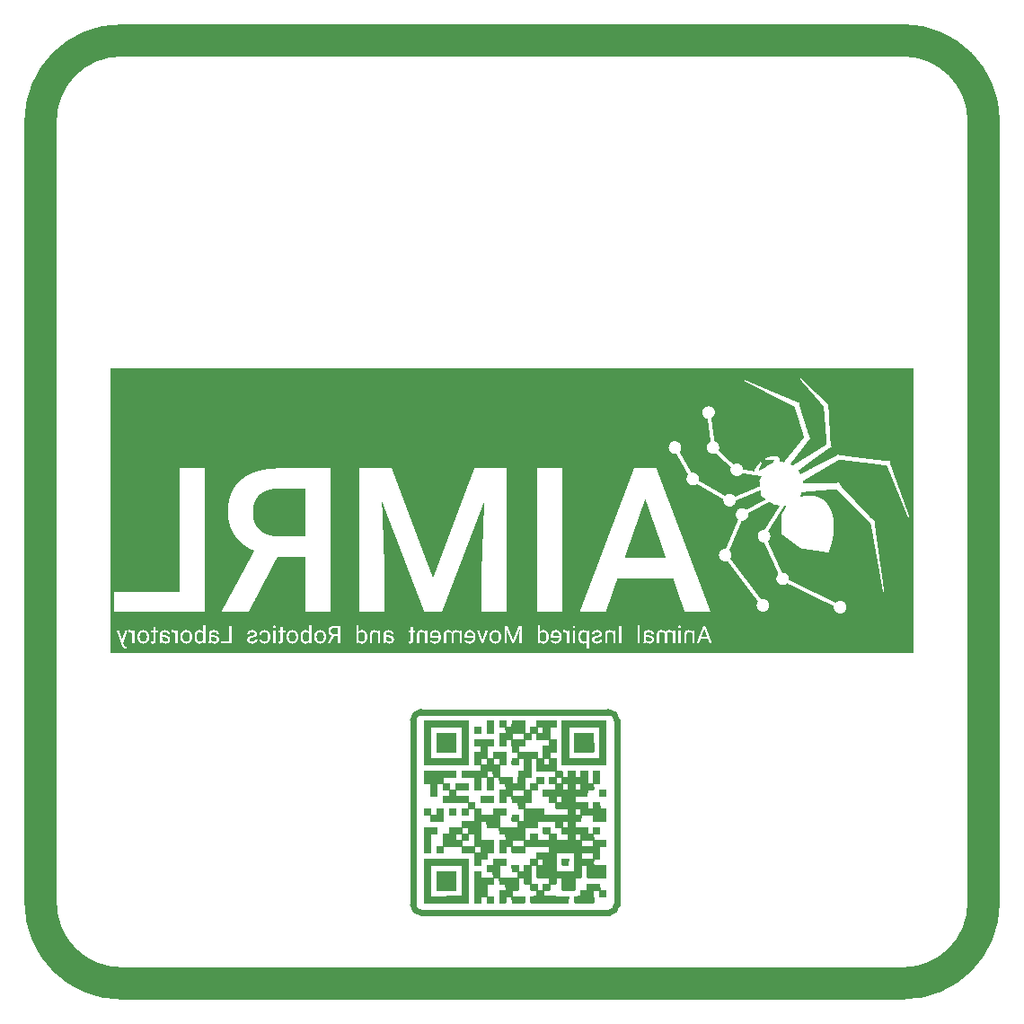
<source format=gbr>
%TF.GenerationSoftware,Altium Limited,Altium Designer,23.9.2 (47)*%
G04 Layer_Color=16711935*
%FSLAX45Y45*%
%MOMM*%
%TF.SameCoordinates,0BEFCB04-381F-44A6-839B-04312DFDC744*%
%TF.FilePolarity,Negative*%
%TF.FileFunction,Soldermask,Bot*%
%TF.Part,Single*%
G01*
G75*
%TA.AperFunction,NonConductor*%
%ADD10C,3.04800*%
%ADD13C,0.60960*%
G36*
X3785720Y-1329604D02*
X3785126D01*
Y-1330198D01*
X3784532D01*
Y-1330792D01*
X-3785126D01*
Y-1330198D01*
X-3785720D01*
Y1349201D01*
X3785720D01*
Y-1329604D01*
D02*
G37*
G36*
X-415331Y-1964792D02*
X-414809Y-1964842D01*
X-414807Y-1964843D01*
X-414806Y-1964843D01*
X-414290Y-1965000D01*
X-413852Y-1965132D01*
X-413851Y-1965133D01*
X-413849Y-1965134D01*
X-413365Y-1965392D01*
X-412969Y-1965603D01*
X-412967Y-1965605D01*
X-412966Y-1965605D01*
X-412463Y-1966018D01*
X-412195Y-1966238D01*
X-412195Y-1966238D01*
X-412192Y-1966240D01*
X-410725Y-1967707D01*
X-410602Y-1967858D01*
X-410459Y-1967995D01*
X-410283Y-1968246D01*
X-410090Y-1968481D01*
X-409998Y-1968654D01*
X-409885Y-1968815D01*
X-409763Y-1969094D01*
X-409619Y-1969363D01*
X-409562Y-1969551D01*
X-409483Y-1969731D01*
X-409416Y-1970031D01*
X-409328Y-1970321D01*
X-409309Y-1970514D01*
X-409266Y-1970708D01*
X-409260Y-1971015D01*
X-409230Y-1971317D01*
X-409249Y-1971511D01*
X-409245Y-1971708D01*
X-409523Y-1975326D01*
X-409230Y-2378018D01*
X-409248Y-2378201D01*
X-409243Y-2378384D01*
X-409296Y-2378696D01*
X-409327Y-2379014D01*
X-409380Y-2379190D01*
X-409411Y-2379370D01*
X-409458Y-2379492D01*
X-409393Y-2379776D01*
X-409286Y-2380205D01*
X-409283Y-2380261D01*
X-409270Y-2380318D01*
X-409258Y-2380759D01*
X-409236Y-2381204D01*
X-409245Y-2381262D01*
X-409243Y-2381319D01*
X-409317Y-2381751D01*
X-409382Y-2382194D01*
X-409969Y-2384542D01*
X-409989Y-2384596D01*
X-409998Y-2384652D01*
X-410158Y-2385069D01*
X-410306Y-2385484D01*
X-410335Y-2385532D01*
X-410356Y-2385587D01*
X-410595Y-2385967D01*
X-410820Y-2386342D01*
X-410858Y-2386385D01*
X-410889Y-2386434D01*
X-411197Y-2386760D01*
X-411491Y-2387084D01*
X-411537Y-2387118D01*
X-411577Y-2387160D01*
X-411941Y-2387418D01*
X-412295Y-2387681D01*
X-412347Y-2387705D01*
X-412393Y-2387739D01*
X-412804Y-2387922D01*
X-413199Y-2388109D01*
X-413254Y-2388123D01*
X-413307Y-2388147D01*
X-415948Y-2389027D01*
X-416048Y-2389050D01*
X-416142Y-2389087D01*
X-416534Y-2389160D01*
X-416924Y-2389249D01*
X-417026Y-2389252D01*
X-417125Y-2389270D01*
X-417526Y-2389265D01*
X-417924Y-2389276D01*
X-418024Y-2389259D01*
X-418126Y-2389258D01*
X-420480Y-2388996D01*
X-563097Y-2389289D01*
X-563103Y-2389288D01*
X-563108Y-2389289D01*
X-563695D01*
X-563697Y-2389289D01*
X-563700Y-2389289D01*
X-823745Y-2388996D01*
X-826740Y-2389268D01*
X-826971Y-2389266D01*
X-827202Y-2389289D01*
X-827471Y-2389262D01*
X-827741Y-2389260D01*
X-827967Y-2389213D01*
X-828198Y-2389191D01*
X-828457Y-2389112D01*
X-828720Y-2389058D01*
X-828934Y-2388968D01*
X-829155Y-2388900D01*
X-829394Y-2388773D01*
X-829642Y-2388668D01*
X-829833Y-2388538D01*
X-830038Y-2388429D01*
X-830246Y-2388257D01*
X-830470Y-2388106D01*
X-830632Y-2387941D01*
X-830812Y-2387794D01*
X-832278Y-2386327D01*
X-832280Y-2386325D01*
X-832284Y-2386322D01*
X-832603Y-2385932D01*
X-832913Y-2385553D01*
X-832916Y-2385549D01*
X-832918Y-2385547D01*
X-833142Y-2385126D01*
X-833385Y-2384671D01*
X-833386Y-2384668D01*
X-833388Y-2384664D01*
X-833584Y-2384016D01*
X-833675Y-2383713D01*
X-833676Y-2383711D01*
X-833677Y-2383706D01*
X-833735Y-2383111D01*
X-833774Y-2382717D01*
X-833774Y-2382714D01*
X-833774Y-2382710D01*
X-833187Y-1970136D01*
X-833141Y-1969676D01*
X-833090Y-1969151D01*
X-833088Y-1969145D01*
X-833087Y-1969140D01*
X-832945Y-1968672D01*
X-832800Y-1968193D01*
X-832797Y-1968189D01*
X-832796Y-1968183D01*
X-832546Y-1967718D01*
X-832329Y-1967310D01*
X-832325Y-1967306D01*
X-832323Y-1967301D01*
X-831977Y-1966881D01*
X-831695Y-1966536D01*
X-831691Y-1966533D01*
X-831687Y-1966528D01*
X-831274Y-1966191D01*
X-830921Y-1965901D01*
X-830917Y-1965898D01*
X-830912Y-1965895D01*
X-830478Y-1965664D01*
X-830039Y-1965428D01*
X-830034Y-1965427D01*
X-830029Y-1965424D01*
X-829528Y-1965273D01*
X-829082Y-1965137D01*
X-829077Y-1965137D01*
X-829071Y-1965135D01*
X-828542Y-1965084D01*
X-828086Y-1965038D01*
X-415806Y-1964745D01*
X-415804Y-1964745D01*
X-415802Y-1964745D01*
X-415331Y-1964792D01*
D02*
G37*
G36*
X886484Y-1965332D02*
X886943Y-1965378D01*
X887469Y-1965429D01*
X887475Y-1965431D01*
X887479Y-1965431D01*
X887947Y-1965574D01*
X888426Y-1965719D01*
X888431Y-1965721D01*
X888437Y-1965723D01*
X888901Y-1965972D01*
X889309Y-1966190D01*
X889313Y-1966194D01*
X889318Y-1966196D01*
X889739Y-1966542D01*
X890083Y-1966824D01*
X890086Y-1966828D01*
X890091Y-1966832D01*
X890428Y-1967244D01*
X890719Y-1967598D01*
X890721Y-1967602D01*
X890725Y-1967607D01*
X890956Y-1968041D01*
X891191Y-1968480D01*
X891193Y-1968485D01*
X891195Y-1968490D01*
X891346Y-1968991D01*
X891482Y-1969437D01*
X891483Y-1969442D01*
X891484Y-1969448D01*
X891536Y-1969977D01*
X891581Y-1970433D01*
X891875Y-2382713D01*
X891874Y-2382716D01*
X891875Y-2382718D01*
X891835Y-2383121D01*
X891777Y-2383709D01*
X891776Y-2383713D01*
Y-2383714D01*
X891587Y-2384336D01*
X891487Y-2384667D01*
X891487Y-2384668D01*
X891486Y-2384671D01*
X891173Y-2385255D01*
X891016Y-2385550D01*
X891015Y-2385551D01*
X891014Y-2385554D01*
X890675Y-2385966D01*
X890382Y-2386324D01*
X890380Y-2386325D01*
X890379Y-2386327D01*
X888912Y-2387794D01*
X888760Y-2387919D01*
X888625Y-2388060D01*
X888374Y-2388235D01*
X888138Y-2388429D01*
X887965Y-2388521D01*
X887805Y-2388634D01*
X887525Y-2388756D01*
X887256Y-2388900D01*
X887068Y-2388957D01*
X886889Y-2389036D01*
X886590Y-2389102D01*
X886298Y-2389191D01*
X886104Y-2389210D01*
X885912Y-2389253D01*
X885605Y-2389259D01*
X885302Y-2389289D01*
X885108Y-2389270D01*
X884911Y-2389274D01*
X881293Y-2388996D01*
X502076Y-2389289D01*
X502074Y-2389289D01*
X502072Y-2389289D01*
X501486D01*
X501455Y-2389286D01*
X501424Y-2389289D01*
X477381Y-2388999D01*
X475053Y-2389258D01*
X474894Y-2389260D01*
X474737Y-2389283D01*
X474395Y-2389266D01*
X474052Y-2389270D01*
X473896Y-2389241D01*
X473738Y-2389233D01*
X473405Y-2389150D01*
X473068Y-2389087D01*
X472921Y-2389028D01*
X472767Y-2388990D01*
X472455Y-2388842D01*
X472139Y-2388716D01*
X472008Y-2388630D01*
X471863Y-2388561D01*
X470396Y-2387681D01*
X469592Y-2387084D01*
X469207Y-2386658D01*
X468921Y-2386343D01*
X468407Y-2385484D01*
X468070Y-2384542D01*
X467483Y-2382195D01*
X467464Y-2382068D01*
X467428Y-2381947D01*
X467391Y-2381578D01*
X467336Y-2381205D01*
X467343Y-2381076D01*
X467331Y-2380951D01*
X467368Y-2380579D01*
X467386Y-2380205D01*
X467417Y-2380083D01*
X467430Y-2379955D01*
X467751Y-2378350D01*
X467593Y-2377876D01*
X467522Y-2377564D01*
X467428Y-2377254D01*
X467410Y-2377074D01*
X467371Y-2376900D01*
X467362Y-2376579D01*
X467331Y-2376258D01*
X467624Y-1974239D01*
X467362Y-1971881D01*
X467358Y-1971597D01*
X467331Y-1971316D01*
X467352Y-1971100D01*
X467349Y-1970880D01*
X467401Y-1970600D01*
X467429Y-1970320D01*
X467492Y-1970112D01*
X467532Y-1969896D01*
X467637Y-1969635D01*
X467719Y-1969363D01*
X467823Y-1969169D01*
X467904Y-1968967D01*
X468057Y-1968731D01*
X468191Y-1968480D01*
X468330Y-1968312D01*
X468449Y-1968128D01*
X468647Y-1967925D01*
X468826Y-1967707D01*
X470293Y-1966240D01*
X470296Y-1966238D01*
X470298Y-1966235D01*
X470661Y-1965938D01*
X471067Y-1965605D01*
X471070Y-1965603D01*
X471073Y-1965601D01*
X471505Y-1965371D01*
X471950Y-1965133D01*
X471953Y-1965132D01*
X471956Y-1965131D01*
X472522Y-1964960D01*
X472907Y-1964843D01*
X472909Y-1964843D01*
X472914Y-1964842D01*
X473476Y-1964787D01*
X473903Y-1964745D01*
X473906Y-1964745D01*
X473910Y-1964745D01*
X886484Y-1965332D01*
D02*
G37*
G36*
X412714Y-1964788D02*
X413268Y-1964841D01*
X413273Y-1964843D01*
X413276Y-1964843D01*
X413678Y-1964965D01*
X414226Y-1965130D01*
X414230Y-1965132D01*
X414233Y-1965133D01*
X414663Y-1965363D01*
X415109Y-1965601D01*
X415112Y-1965603D01*
X415116Y-1965605D01*
X415463Y-1965890D01*
X415884Y-1966234D01*
X415887Y-1966238D01*
X415889Y-1966240D01*
X417357Y-1967707D01*
X417373Y-1967727D01*
X417394Y-1967745D01*
X417695Y-1968119D01*
X417992Y-1968480D01*
X418005Y-1968505D01*
X418021Y-1968525D01*
X418239Y-1968943D01*
X418463Y-1969363D01*
X418471Y-1969388D01*
X418484Y-1969412D01*
X418618Y-1969872D01*
X418754Y-1970320D01*
X418757Y-1970347D01*
X418764Y-1970372D01*
X418806Y-1970848D01*
X418852Y-1971316D01*
X418850Y-1971343D01*
X418852Y-1971369D01*
X418265Y-2028296D01*
X418213Y-2028774D01*
X418167Y-2029240D01*
X418160Y-2029264D01*
X418157Y-2029291D01*
X418011Y-2029756D01*
X417877Y-2030197D01*
X417865Y-2030220D01*
X417856Y-2030246D01*
X417624Y-2030671D01*
X417405Y-2031080D01*
X417388Y-2031100D01*
X417376Y-2031123D01*
X417067Y-2031491D01*
X416770Y-2031853D01*
X415890Y-2032734D01*
X415517Y-2033040D01*
X415159Y-2033339D01*
X415138Y-2033351D01*
X415116Y-2033369D01*
X414696Y-2033594D01*
X414282Y-2033820D01*
X414256Y-2033828D01*
X414234Y-2033840D01*
X413789Y-2033975D01*
X413327Y-2034120D01*
X413301Y-2034123D01*
X413276Y-2034131D01*
X412793Y-2034179D01*
X412332Y-2034229D01*
X359859Y-2034764D01*
X359591Y-2141739D01*
X412626Y-2142275D01*
X413093Y-2142326D01*
X413570Y-2142373D01*
X413595Y-2142381D01*
X413620Y-2142384D01*
X414072Y-2142526D01*
X414527Y-2142664D01*
X414550Y-2142676D01*
X414575Y-2142684D01*
X414998Y-2142915D01*
X415410Y-2143135D01*
X415430Y-2143152D01*
X415453Y-2143164D01*
X415821Y-2143473D01*
X416184Y-2143770D01*
X417357Y-2144944D01*
X417365Y-2144954D01*
X417376Y-2144962D01*
X417681Y-2145339D01*
X417992Y-2145718D01*
X417998Y-2145730D01*
X418006Y-2145739D01*
X418233Y-2146168D01*
X418464Y-2146600D01*
X418467Y-2146612D01*
X418474Y-2146624D01*
X418617Y-2147106D01*
X418754Y-2147558D01*
X418756Y-2147570D01*
X418759Y-2147583D01*
X418806Y-2148084D01*
X418852Y-2148553D01*
X418851Y-2148566D01*
X418852Y-2148579D01*
X418265Y-2264781D01*
X418214Y-2265276D01*
X418167Y-2265751D01*
X418164Y-2265763D01*
X418162Y-2265776D01*
X418013Y-2266259D01*
X417877Y-2266708D01*
X417871Y-2266719D01*
X417867Y-2266732D01*
X417632Y-2267166D01*
X417405Y-2267591D01*
X417396Y-2267601D01*
X417391Y-2267612D01*
X417084Y-2267982D01*
X416770Y-2268365D01*
X416752Y-2268383D01*
D01*
D01*
X415890Y-2269245D01*
X415517Y-2269551D01*
X415159Y-2269850D01*
X415138Y-2269862D01*
X415116Y-2269880D01*
X414696Y-2270105D01*
X414282Y-2270331D01*
X414256Y-2270339D01*
X414234Y-2270351D01*
X413789Y-2270486D01*
X413327Y-2270631D01*
X413301Y-2270634D01*
X413276Y-2270642D01*
X412793Y-2270690D01*
X412332Y-2270740D01*
X359846Y-2271275D01*
X359603Y-2319563D01*
X413212Y-2320099D01*
X413563Y-2320137D01*
X413912Y-2320154D01*
X414057Y-2320190D01*
X414207Y-2320207D01*
X414544Y-2320313D01*
X414882Y-2320398D01*
X415017Y-2320462D01*
X415161Y-2320507D01*
X415469Y-2320675D01*
X415787Y-2320826D01*
X415908Y-2320916D01*
X416039Y-2320987D01*
X416309Y-2321213D01*
X416590Y-2321422D01*
X416691Y-2321533D01*
X416806Y-2321630D01*
X417027Y-2321905D01*
X417262Y-2322164D01*
X417339Y-2322293D01*
X417433Y-2322410D01*
X417596Y-2322721D01*
X417776Y-2323023D01*
X417827Y-2323164D01*
X417896Y-2323297D01*
X417995Y-2323635D01*
X418113Y-2323965D01*
X418700Y-2326313D01*
X418717Y-2326429D01*
X418752Y-2326542D01*
X418790Y-2326922D01*
X418847Y-2327303D01*
X418841Y-2327422D01*
X418852Y-2327538D01*
X419133Y-2437818D01*
X472193Y-2438354D01*
X472349Y-2438371D01*
X472504Y-2438367D01*
X472843Y-2438425D01*
X473188Y-2438462D01*
X473337Y-2438509D01*
X473490Y-2438535D01*
X473815Y-2438660D01*
X474143Y-2438763D01*
X474278Y-2438836D01*
X474425Y-2438893D01*
X474720Y-2439078D01*
X475021Y-2439243D01*
X475140Y-2439343D01*
X475272Y-2439426D01*
X475521Y-2439662D01*
X475788Y-2439886D01*
X475886Y-2440008D01*
X475998Y-2440114D01*
X476198Y-2440396D01*
X476415Y-2440666D01*
X476486Y-2440803D01*
X476577Y-2440931D01*
X476718Y-2441248D01*
X476877Y-2441553D01*
X476921Y-2441702D01*
X476985Y-2441844D01*
X477865Y-2444485D01*
X477965Y-2444924D01*
X478071Y-2445349D01*
X478074Y-2445405D01*
X478087Y-2445461D01*
X478099Y-2445904D01*
X478121Y-2446348D01*
X478112Y-2446405D01*
X478114Y-2446461D01*
X478040Y-2446892D01*
X477974Y-2447338D01*
X477547Y-2449048D01*
X478071Y-2496774D01*
X526648Y-2497020D01*
X527192Y-2443700D01*
X527244Y-2443228D01*
X527290Y-2442756D01*
X527298Y-2442731D01*
X527300Y-2442705D01*
X527446Y-2442243D01*
X527581Y-2441799D01*
X527593Y-2441777D01*
X527601Y-2441751D01*
X527833Y-2441327D01*
X528052Y-2440916D01*
X528069Y-2440896D01*
X528081Y-2440873D01*
X528382Y-2440515D01*
X528687Y-2440143D01*
X529568Y-2439262D01*
X529587Y-2439246D01*
X529604Y-2439226D01*
X529969Y-2438933D01*
X530341Y-2438627D01*
X530365Y-2438615D01*
X530385Y-2438599D01*
X530795Y-2438385D01*
X531224Y-2438156D01*
X531249Y-2438148D01*
X531272Y-2438136D01*
X531725Y-2438004D01*
X532181Y-2437865D01*
X532207Y-2437863D01*
X532232Y-2437855D01*
X532694Y-2437815D01*
X533177Y-2437767D01*
X533204Y-2437770D01*
X533229Y-2437768D01*
X590743Y-2438354D01*
X591186Y-2438403D01*
X591636Y-2438442D01*
X591687Y-2438457D01*
X591738Y-2438462D01*
X592165Y-2438597D01*
X592596Y-2438723D01*
X592642Y-2438747D01*
X592692Y-2438763D01*
X593085Y-2438978D01*
X593484Y-2439186D01*
X593525Y-2439219D01*
X593570Y-2439244D01*
X593908Y-2439527D01*
X594264Y-2439813D01*
X594298Y-2439853D01*
X594337Y-2439886D01*
X594618Y-2440235D01*
X594906Y-2440580D01*
X594931Y-2440625D01*
X594964Y-2440666D01*
X595175Y-2441070D01*
X595387Y-2441458D01*
X595402Y-2441506D01*
X595427Y-2441553D01*
X595555Y-2441992D01*
X595687Y-2442412D01*
X595692Y-2442463D01*
X595707Y-2442514D01*
X595747Y-2442964D01*
X595795Y-2443407D01*
X596337Y-2497007D01*
X644911Y-2496507D01*
X645448Y-2443407D01*
X645486Y-2443059D01*
X645503Y-2442707D01*
X645540Y-2442561D01*
X645556Y-2442412D01*
X645661Y-2442078D01*
X645747Y-2441737D01*
X645811Y-2441600D01*
X645856Y-2441457D01*
X646024Y-2441151D01*
X646175Y-2440832D01*
X646265Y-2440711D01*
X646337Y-2440580D01*
X646562Y-2440311D01*
X646772Y-2440029D01*
X646882Y-2439929D01*
X646979Y-2439813D01*
X647254Y-2439592D01*
X647513Y-2439357D01*
X647642Y-2439280D01*
X647759Y-2439186D01*
X648070Y-2439024D01*
X648372Y-2438843D01*
X648514Y-2438792D01*
X648646Y-2438723D01*
X648985Y-2438624D01*
X649314Y-2438506D01*
X651662Y-2437920D01*
X651811Y-2437898D01*
X651957Y-2437855D01*
X652307Y-2437824D01*
X652652Y-2437773D01*
X652802Y-2437781D01*
X652953Y-2437768D01*
X708706Y-2438354D01*
X709182Y-2438406D01*
X709649Y-2438452D01*
X709674Y-2438460D01*
X709701Y-2438463D01*
X710160Y-2438607D01*
X710606Y-2438743D01*
X710630Y-2438755D01*
X710656Y-2438763D01*
X711078Y-2438995D01*
X711489Y-2439214D01*
X711509Y-2439231D01*
X711533Y-2439244D01*
X711901Y-2439553D01*
X712262Y-2439849D01*
X713143Y-2440730D01*
X713146Y-2440734D01*
X713152Y-2440739D01*
X713447Y-2441101D01*
X713778Y-2441503D01*
X713782Y-2441510D01*
X713785Y-2441514D01*
X714005Y-2441928D01*
X714249Y-2442386D01*
X714251Y-2442391D01*
X714254Y-2442397D01*
X714410Y-2442913D01*
X714540Y-2443343D01*
X714540Y-2443349D01*
X714542Y-2443356D01*
X714586Y-2443810D01*
X714638Y-2444339D01*
X714637Y-2444347D01*
X714638Y-2444352D01*
X714353Y-2556336D01*
X763128Y-2556584D01*
X763409Y-2447843D01*
X763147Y-2445490D01*
X763143Y-2445126D01*
X763119Y-2444767D01*
X763136Y-2444630D01*
X763135Y-2444489D01*
X763201Y-2444132D01*
X763248Y-2443774D01*
X763292Y-2443642D01*
X763318Y-2443506D01*
X763451Y-2443172D01*
X763568Y-2442826D01*
X763638Y-2442705D01*
X763689Y-2442577D01*
X763886Y-2442274D01*
X764067Y-2441959D01*
X765534Y-2439905D01*
X765812Y-2439588D01*
X766078Y-2439262D01*
X766140Y-2439212D01*
X766193Y-2439151D01*
X766526Y-2438895D01*
X766852Y-2438628D01*
X766923Y-2438590D01*
X766986Y-2438541D01*
X767361Y-2438356D01*
X767735Y-2438156D01*
X767812Y-2438133D01*
X767883Y-2438097D01*
X768288Y-2437988D01*
X768692Y-2437865D01*
X768772Y-2437857D01*
X768849Y-2437837D01*
X769269Y-2437808D01*
X769688Y-2437767D01*
X792576D01*
X792620Y-2437772D01*
X792663Y-2437768D01*
X827288Y-2438355D01*
X827735Y-2438406D01*
X828185Y-2438450D01*
X828233Y-2438464D01*
X828283Y-2438470D01*
X828716Y-2438609D01*
X829143Y-2438738D01*
X829187Y-2438761D01*
X829235Y-2438776D01*
X829632Y-2438997D01*
X830027Y-2439207D01*
X830066Y-2439239D01*
X830109Y-2439263D01*
X830452Y-2439554D01*
X830802Y-2439840D01*
X830834Y-2439879D01*
X830872Y-2439911D01*
X831153Y-2440265D01*
X831439Y-2440612D01*
X831463Y-2440656D01*
X831494Y-2440695D01*
X831698Y-2441094D01*
X831913Y-2441493D01*
X831928Y-2441541D01*
X831950Y-2441585D01*
X832074Y-2442021D01*
X832206Y-2442450D01*
X832211Y-2442499D01*
X832225Y-2442548D01*
X832262Y-2443006D01*
X832306Y-2443446D01*
X832600Y-2560528D01*
X832600Y-2560534D01*
X832600Y-2560540D01*
X832553Y-2561023D01*
X832505Y-2561524D01*
X832503Y-2561530D01*
X832502Y-2561536D01*
X832359Y-2562009D01*
X832216Y-2562482D01*
X832213Y-2562488D01*
X832211Y-2562494D01*
X831981Y-2562925D01*
X831747Y-2563366D01*
X831743Y-2563371D01*
X831740Y-2563376D01*
X831431Y-2563753D01*
X831114Y-2564141D01*
X831109Y-2564145D01*
X831105Y-2564150D01*
X830224Y-2565030D01*
X830215Y-2565038D01*
X830206Y-2565048D01*
X829836Y-2565349D01*
X829451Y-2565665D01*
X829439Y-2565672D01*
X829430Y-2565679D01*
X829008Y-2565902D01*
X828568Y-2566137D01*
X828556Y-2566140D01*
X828545Y-2566147D01*
X828087Y-2566283D01*
X827611Y-2566427D01*
X827598Y-2566429D01*
X827586Y-2566432D01*
X827130Y-2566475D01*
X826615Y-2566526D01*
X826601Y-2566524D01*
X826589Y-2566525D01*
X773349Y-2566258D01*
X773619Y-2618909D01*
X773618Y-2618920D01*
X773619Y-2618930D01*
X773573Y-2619403D01*
X773526Y-2619905D01*
X773523Y-2619916D01*
X773522Y-2619925D01*
X773382Y-2620389D01*
X773240Y-2620864D01*
X773235Y-2620873D01*
X773232Y-2620884D01*
X773003Y-2621315D01*
X772773Y-2621749D01*
X772766Y-2621757D01*
X772761Y-2621766D01*
X771588Y-2623527D01*
X771291Y-2623889D01*
X770987Y-2624268D01*
X770968Y-2624283D01*
X770954Y-2624301D01*
X770585Y-2624605D01*
X770220Y-2624910D01*
X770199Y-2624922D01*
X770181Y-2624937D01*
X769760Y-2625162D01*
X769342Y-2625391D01*
X769319Y-2625399D01*
X769299Y-2625409D01*
X768851Y-2625546D01*
X768388Y-2625691D01*
X768364Y-2625694D01*
X768342Y-2625701D01*
X767868Y-2625748D01*
X767393Y-2625800D01*
X714625Y-2626338D01*
X714051Y-2679145D01*
X714034Y-2679299D01*
X714038Y-2679452D01*
X713980Y-2679793D01*
X713942Y-2680140D01*
X713895Y-2680287D01*
X713870Y-2680438D01*
X713745Y-2680763D01*
X713641Y-2681094D01*
X713567Y-2681229D01*
X713512Y-2681373D01*
X713326Y-2681668D01*
X713160Y-2681972D01*
X713061Y-2682089D01*
X712979Y-2682220D01*
X712741Y-2682471D01*
X712516Y-2682738D01*
X712396Y-2682835D01*
X712291Y-2682946D01*
X712009Y-2683146D01*
X711736Y-2683365D01*
X711599Y-2683436D01*
X711474Y-2683524D01*
X711158Y-2683665D01*
X710848Y-2683827D01*
X710700Y-2683870D01*
X710560Y-2683932D01*
X707919Y-2684813D01*
X707605Y-2684884D01*
X707296Y-2684977D01*
X707119Y-2684995D01*
X706943Y-2685035D01*
X706620Y-2685043D01*
X706300Y-2685074D01*
X706122Y-2685057D01*
X705943Y-2685061D01*
X705626Y-2685007D01*
X705305Y-2684975D01*
X703699Y-2684654D01*
X703224Y-2684813D01*
X702905Y-2684885D01*
X702593Y-2684979D01*
X702420Y-2684995D01*
X702249Y-2685035D01*
X701921Y-2685043D01*
X701597Y-2685074D01*
X596129Y-2684790D01*
X596630Y-2733839D01*
X708053Y-2733553D01*
X708059Y-2733553D01*
X708065Y-2733553D01*
X708538Y-2733599D01*
X709049Y-2733648D01*
X709055Y-2733650D01*
X709061Y-2733651D01*
X709519Y-2733790D01*
X710007Y-2733936D01*
X710013Y-2733939D01*
X710019Y-2733941D01*
X710450Y-2734172D01*
X710891Y-2734406D01*
X710896Y-2734410D01*
X710902Y-2734413D01*
X711284Y-2734727D01*
X711666Y-2735039D01*
X711670Y-2735044D01*
X711675Y-2735048D01*
X713142Y-2736515D01*
X713151Y-2736525D01*
X713162Y-2736534D01*
X713463Y-2736905D01*
X713777Y-2737288D01*
X713784Y-2737301D01*
X713792Y-2737311D01*
X714021Y-2737744D01*
X714249Y-2738171D01*
X714253Y-2738183D01*
X714259Y-2738196D01*
X714405Y-2738684D01*
X714540Y-2739128D01*
X714541Y-2739141D01*
X714545Y-2739155D01*
X714592Y-2739655D01*
X714638Y-2740124D01*
X714637Y-2740137D01*
X714638Y-2740151D01*
X714362Y-2792787D01*
X763116Y-2792289D01*
X763408Y-2743620D01*
X763147Y-2741276D01*
X763143Y-2740912D01*
X763119Y-2740552D01*
X763136Y-2740415D01*
X763135Y-2740275D01*
X763201Y-2739918D01*
X763248Y-2739560D01*
X763292Y-2739428D01*
X763318Y-2739291D01*
X763451Y-2738957D01*
X763568Y-2738612D01*
X763638Y-2738490D01*
X763689Y-2738362D01*
X763886Y-2738060D01*
X764067Y-2737744D01*
X765534Y-2735690D01*
X765831Y-2735351D01*
X766116Y-2735011D01*
X766157Y-2734978D01*
X766193Y-2734937D01*
X766548Y-2734664D01*
X766896Y-2734384D01*
X766944Y-2734359D01*
X766986Y-2734327D01*
X767381Y-2734131D01*
X767783Y-2733922D01*
X767835Y-2733906D01*
X767883Y-2733883D01*
X768310Y-2733768D01*
X768743Y-2733641D01*
X768797Y-2733636D01*
X768849Y-2733622D01*
X769294Y-2733592D01*
X769740Y-2733553D01*
X827254Y-2734140D01*
X827699Y-2734189D01*
X828147Y-2734228D01*
X828197Y-2734243D01*
X828249Y-2734248D01*
X828676Y-2734383D01*
X829107Y-2734509D01*
X829154Y-2734533D01*
X829203Y-2734549D01*
X829597Y-2734764D01*
X829994Y-2734971D01*
X830035Y-2735004D01*
X830081Y-2735029D01*
X830424Y-2735317D01*
X830774Y-2735598D01*
X830808Y-2735638D01*
X830848Y-2735672D01*
X831130Y-2736022D01*
X831417Y-2736365D01*
X831442Y-2736411D01*
X831475Y-2736452D01*
X831682Y-2736850D01*
X831898Y-2737243D01*
X831913Y-2737293D01*
X831938Y-2737339D01*
X832064Y-2737770D01*
X832198Y-2738197D01*
X832204Y-2738249D01*
X832218Y-2738300D01*
X832258Y-2738747D01*
X832306Y-2739192D01*
X832854Y-2792872D01*
X886528Y-2793415D01*
X886988Y-2793465D01*
X887459Y-2793510D01*
X887491Y-2793519D01*
X887523Y-2793523D01*
X887969Y-2793663D01*
X888418Y-2793798D01*
X888446Y-2793813D01*
X888478Y-2793823D01*
X888892Y-2794050D01*
X889301Y-2794267D01*
X889326Y-2794288D01*
X889355Y-2794304D01*
X889717Y-2794606D01*
X890077Y-2794900D01*
X890097Y-2794925D01*
X890122Y-2794946D01*
X890419Y-2795315D01*
X890713Y-2795672D01*
X890729Y-2795701D01*
X890749Y-2795726D01*
X890964Y-2796139D01*
X891187Y-2796553D01*
X891197Y-2796585D01*
X891212Y-2796613D01*
X891344Y-2797064D01*
X891480Y-2797510D01*
X891484Y-2797542D01*
X891493Y-2797574D01*
X891534Y-2798044D01*
X891581Y-2798506D01*
X891875Y-2915001D01*
X891874Y-2915008D01*
X891875Y-2915014D01*
X891830Y-2915470D01*
X891779Y-2915997D01*
X891777Y-2916004D01*
X891776Y-2916010D01*
X891630Y-2916493D01*
X891491Y-2916955D01*
X891488Y-2916960D01*
X891486Y-2916967D01*
X891221Y-2917463D01*
X891021Y-2917839D01*
X891018Y-2917843D01*
X891014Y-2917850D01*
X890698Y-2918234D01*
X890389Y-2918614D01*
X890383Y-2918619D01*
X890379Y-2918624D01*
X888912Y-2920091D01*
X888902Y-2920099D01*
X888894Y-2920109D01*
X888522Y-2920410D01*
X888138Y-2920725D01*
X888126Y-2920732D01*
X888117Y-2920739D01*
X887696Y-2920961D01*
X887256Y-2921197D01*
X887244Y-2921201D01*
X887232Y-2921207D01*
X886743Y-2921353D01*
X886298Y-2921487D01*
X886286Y-2921489D01*
X886273Y-2921493D01*
X885760Y-2921541D01*
X885302Y-2921585D01*
X885290Y-2921584D01*
X885277Y-2921585D01*
X769075Y-2920999D01*
X768906Y-2920981D01*
X768739Y-2920986D01*
X768414Y-2920930D01*
X768080Y-2920896D01*
X767917Y-2920845D01*
X767753Y-2920817D01*
X767444Y-2920699D01*
X767124Y-2920600D01*
X766976Y-2920520D01*
X766818Y-2920460D01*
X766535Y-2920281D01*
X766244Y-2920124D01*
X766115Y-2920017D01*
X765972Y-2919927D01*
X765730Y-2919699D01*
X765473Y-2919485D01*
X765367Y-2919354D01*
X765245Y-2919239D01*
X765052Y-2918967D01*
X764843Y-2918708D01*
X764764Y-2918560D01*
X764666Y-2918422D01*
X764531Y-2918118D01*
X764375Y-2917824D01*
X764327Y-2917663D01*
X764258Y-2917509D01*
X763378Y-2914867D01*
X763355Y-2914767D01*
X763318Y-2914674D01*
X763245Y-2914284D01*
X763156Y-2913892D01*
X763153Y-2913790D01*
X763135Y-2913690D01*
X763140Y-2913292D01*
X763129Y-2912891D01*
X763146Y-2912790D01*
X763147Y-2912689D01*
X763408Y-2910345D01*
X763120Y-2862300D01*
X655318Y-2862030D01*
X654776Y-2915652D01*
X654725Y-2916125D01*
X654678Y-2916597D01*
X654671Y-2916622D01*
X654668Y-2916647D01*
X654525Y-2917101D01*
X654388Y-2917555D01*
X654376Y-2917577D01*
X654368Y-2917602D01*
X654143Y-2918013D01*
X653916Y-2918437D01*
X653899Y-2918458D01*
X653887Y-2918480D01*
X653585Y-2918840D01*
X653281Y-2919211D01*
X652401Y-2920091D01*
X652024Y-2920400D01*
X651671Y-2920696D01*
X651648Y-2920708D01*
X651627Y-2920726D01*
X651208Y-2920949D01*
X650793Y-2921177D01*
X650767Y-2921185D01*
X650744Y-2921197D01*
X650305Y-2921330D01*
X649838Y-2921477D01*
X649811Y-2921480D01*
X649787Y-2921487D01*
X649323Y-2921533D01*
X648844Y-2921585D01*
X596357Y-2922121D01*
X596111Y-2970099D01*
X596311Y-2970070D01*
X596444Y-2970076D01*
X596573Y-2970064D01*
X704563Y-2970357D01*
X706916Y-2970095D01*
X707276Y-2970091D01*
X707638Y-2970066D01*
X707777Y-2970084D01*
X707916Y-2970083D01*
X708273Y-2970149D01*
X708631Y-2970195D01*
X708762Y-2970240D01*
X708900Y-2970266D01*
X709237Y-2970400D01*
X709578Y-2970516D01*
X709699Y-2970585D01*
X709829Y-2970637D01*
X710133Y-2970834D01*
X710446Y-2971015D01*
X712500Y-2972482D01*
X712831Y-2972771D01*
X713162Y-2973045D01*
X713203Y-2973096D01*
X713254Y-2973140D01*
X713522Y-2973489D01*
X713792Y-2973822D01*
X713823Y-2973880D01*
X713864Y-2973933D01*
X714059Y-2974326D01*
X714259Y-2974707D01*
X714278Y-2974770D01*
X714308Y-2974830D01*
X714422Y-2975254D01*
X714545Y-2975666D01*
X714551Y-2975731D01*
X714569Y-2975796D01*
X714598Y-2976230D01*
X714638Y-2976662D01*
X714362Y-3029318D01*
X763144Y-3029071D01*
X763408Y-2980667D01*
X763137Y-2977685D01*
X763138Y-2977577D01*
X763122Y-2977471D01*
X763142Y-2977078D01*
X763145Y-2976684D01*
X763166Y-2976579D01*
X763172Y-2976471D01*
X763268Y-2976087D01*
X763347Y-2975704D01*
X763389Y-2975606D01*
X763415Y-2975501D01*
X763585Y-2975142D01*
X763737Y-2974783D01*
X763797Y-2974695D01*
X763844Y-2974596D01*
X764724Y-2973129D01*
X765321Y-2972326D01*
X765746Y-2971940D01*
X766062Y-2971654D01*
X766920Y-2971140D01*
X767863Y-2970803D01*
X770210Y-2970216D01*
X770337Y-2970198D01*
X770458Y-2970161D01*
X770828Y-2970125D01*
X771200Y-2970070D01*
X771328Y-2970076D01*
X771454Y-2970064D01*
X771826Y-2970101D01*
X772200Y-2970120D01*
X772322Y-2970150D01*
X772450Y-2970163D01*
X774055Y-2970484D01*
X774529Y-2970326D01*
X774855Y-2970252D01*
X775179Y-2970156D01*
X775345Y-2970141D01*
X775505Y-2970104D01*
X775839Y-2970095D01*
X776175Y-2970064D01*
X823122Y-2970356D01*
X825464Y-2970095D01*
X825623Y-2970093D01*
X825780Y-2970070D01*
X826122Y-2970087D01*
X826465Y-2970083D01*
X826621Y-2970112D01*
X826779Y-2970120D01*
X827112Y-2970203D01*
X827449Y-2970266D01*
X827595Y-2970324D01*
X827750Y-2970363D01*
X828060Y-2970510D01*
X828378Y-2970637D01*
X828512Y-2970724D01*
X828654Y-2970791D01*
X830122Y-2971672D01*
X830243Y-2971762D01*
X830374Y-2971834D01*
X830643Y-2972059D01*
X830925Y-2972268D01*
X831026Y-2972379D01*
X831141Y-2972476D01*
X831364Y-2972752D01*
X831597Y-2973010D01*
X831673Y-2973138D01*
X831768Y-2973256D01*
X831931Y-2973568D01*
X832111Y-2973868D01*
X832161Y-2974010D01*
X832231Y-2974143D01*
X832330Y-2974481D01*
X832448Y-2974811D01*
X832470Y-2974958D01*
X832512Y-2975104D01*
X832543Y-2975456D01*
X832594Y-2975801D01*
X832587Y-2975950D01*
X832600Y-2976100D01*
X832013Y-3034201D01*
X831965Y-3034642D01*
X831925Y-3035095D01*
X831910Y-3035146D01*
X831905Y-3035196D01*
X831772Y-3035618D01*
X831644Y-3036055D01*
X831620Y-3036102D01*
X831604Y-3036151D01*
X831390Y-3036543D01*
X831181Y-3036943D01*
X831149Y-3036983D01*
X831124Y-3037028D01*
X830836Y-3037372D01*
X830554Y-3037723D01*
X830515Y-3037756D01*
X830481Y-3037796D01*
X830127Y-3038081D01*
X829787Y-3038365D01*
X829743Y-3038389D01*
X829701Y-3038422D01*
X829296Y-3038634D01*
X828909Y-3038846D01*
X828861Y-3038861D01*
X828814Y-3038885D01*
X828375Y-3039014D01*
X827955Y-3039146D01*
X827905Y-3039151D01*
X827854Y-3039166D01*
X827401Y-3039206D01*
X826960Y-3039254D01*
X773342Y-3039796D01*
X773593Y-3088638D01*
X886502Y-3089200D01*
X886966Y-3089248D01*
X887447Y-3089293D01*
X887472Y-3089300D01*
X887497Y-3089303D01*
X887937Y-3089439D01*
X888406Y-3089579D01*
X888429Y-3089591D01*
X888453Y-3089598D01*
X888869Y-3089823D01*
X889291Y-3090046D01*
X889310Y-3090062D01*
X889333Y-3090074D01*
X889699Y-3090378D01*
X890068Y-3090677D01*
X890084Y-3090696D01*
X890104Y-3090713D01*
X890408Y-3091088D01*
X890706Y-3091447D01*
X890718Y-3091469D01*
X890735Y-3091490D01*
X890960Y-3091917D01*
X891182Y-3092327D01*
X891190Y-3092352D01*
X891202Y-3092374D01*
X891339Y-3092835D01*
X891478Y-3093283D01*
X891480Y-3093308D01*
X891488Y-3093333D01*
X891533Y-3093814D01*
X891581Y-3094279D01*
X891875Y-3152086D01*
X891873Y-3152099D01*
X891875Y-3152112D01*
X891828Y-3152581D01*
X891782Y-3153082D01*
X891778Y-3153095D01*
X891776Y-3153108D01*
X891642Y-3153552D01*
X891496Y-3154041D01*
X891489Y-3154054D01*
X891486Y-3154065D01*
X891261Y-3154486D01*
X891028Y-3154926D01*
X891021Y-3154936D01*
X891014Y-3154948D01*
X890704Y-3155326D01*
X890398Y-3155703D01*
X890388Y-3155711D01*
X890379Y-3155721D01*
X889518Y-3156582D01*
X889517Y-3156583D01*
X889516Y-3156585D01*
X889499Y-3156602D01*
X889128Y-3156907D01*
X888747Y-3157222D01*
X888736Y-3157228D01*
X888725Y-3157237D01*
X888291Y-3157469D01*
X887867Y-3157698D01*
X887854Y-3157702D01*
X887843Y-3157708D01*
X887393Y-3157845D01*
X886911Y-3157994D01*
X886898Y-3157995D01*
X886885Y-3157999D01*
X886386Y-3158048D01*
X885915Y-3158097D01*
X885891D01*
X885890Y-3158097D01*
X885888D01*
X832593Y-3158367D01*
X832306Y-3270967D01*
X832269Y-3271337D01*
X832251Y-3271705D01*
X832219Y-3271831D01*
X832206Y-3271963D01*
X832097Y-3272318D01*
X832007Y-3272676D01*
X831951Y-3272794D01*
X831913Y-3272920D01*
X831738Y-3273244D01*
X831579Y-3273580D01*
X831501Y-3273686D01*
X831439Y-3273801D01*
X831203Y-3274087D01*
X830983Y-3274384D01*
X830887Y-3274470D01*
X830802Y-3274573D01*
X830514Y-3274808D01*
X830241Y-3275055D01*
X830128Y-3275123D01*
X830027Y-3275206D01*
X829702Y-3275378D01*
X829382Y-3275570D01*
X829258Y-3275614D01*
X829143Y-3275675D01*
X828792Y-3275781D01*
X828440Y-3275906D01*
X826093Y-3276493D01*
X825581Y-3276569D01*
X825132Y-3276638D01*
X825118Y-3276638D01*
X825102Y-3276640D01*
X824600Y-3276615D01*
X824132Y-3276594D01*
X820412Y-3276063D01*
X773591Y-3276589D01*
X773330Y-3323252D01*
X773650Y-3324212D01*
X773681Y-3324349D01*
X773731Y-3324479D01*
X773791Y-3324833D01*
X773797Y-3324855D01*
X885622Y-3325418D01*
X885791Y-3325435D01*
X885958Y-3325430D01*
X886284Y-3325486D01*
X886617Y-3325521D01*
X886778Y-3325570D01*
X886944Y-3325599D01*
X887256Y-3325718D01*
X887573Y-3325816D01*
X887721Y-3325896D01*
X887879Y-3325956D01*
X889052Y-3326543D01*
X889336Y-3326721D01*
X889627Y-3326879D01*
X889755Y-3326985D01*
X889899Y-3327076D01*
X890142Y-3327305D01*
X890398Y-3327517D01*
X890504Y-3327649D01*
X890626Y-3327764D01*
X890817Y-3328034D01*
X891028Y-3328294D01*
X891107Y-3328444D01*
X891204Y-3328581D01*
X891340Y-3328884D01*
X891496Y-3329179D01*
X891544Y-3329340D01*
X891612Y-3329494D01*
X891686Y-3329820D01*
X891781Y-3330138D01*
X891797Y-3330306D01*
X891834Y-3330470D01*
X891844Y-3330802D01*
X891875Y-3331135D01*
X891288Y-3448510D01*
X891238Y-3448985D01*
X891191Y-3449472D01*
X891186Y-3449489D01*
X891184Y-3449505D01*
X891046Y-3449952D01*
X890902Y-3450430D01*
X890894Y-3450445D01*
X890889Y-3450461D01*
X890662Y-3450881D01*
X890432Y-3451313D01*
X890421Y-3451326D01*
X890413Y-3451341D01*
X890101Y-3451718D01*
X889799Y-3452088D01*
X889786Y-3452098D01*
X889774Y-3452112D01*
X889390Y-3452424D01*
X889026Y-3452724D01*
X889011Y-3452731D01*
X888997Y-3452743D01*
X888565Y-3452971D01*
X888144Y-3453197D01*
X888128Y-3453202D01*
X888113Y-3453210D01*
X887636Y-3453352D01*
X887187Y-3453489D01*
X887171Y-3453490D01*
X887154Y-3453496D01*
X886651Y-3453543D01*
X886192Y-3453589D01*
X710422Y-3453882D01*
X710418Y-3453882D01*
X710414Y-3453882D01*
X709953Y-3453837D01*
X709426Y-3453786D01*
X709421Y-3453785D01*
X709418Y-3453784D01*
X709008Y-3453660D01*
X708468Y-3453497D01*
X708464Y-3453495D01*
X708460Y-3453494D01*
X708089Y-3453295D01*
X707585Y-3453027D01*
X707581Y-3453024D01*
X707578Y-3453022D01*
X707213Y-3452723D01*
X706810Y-3452393D01*
X706807Y-3452390D01*
X706804Y-3452387D01*
X705924Y-3451507D01*
X705684Y-3451214D01*
X705432Y-3450936D01*
X705368Y-3450830D01*
X705289Y-3450733D01*
X705111Y-3450400D01*
X704918Y-3450078D01*
X704876Y-3449960D01*
X704817Y-3449851D01*
X704708Y-3449492D01*
X704581Y-3449136D01*
X703994Y-3446788D01*
X703927Y-3446338D01*
X703855Y-3445912D01*
X703856Y-3445856D01*
X703847Y-3445798D01*
X703870Y-3445348D01*
X703882Y-3444911D01*
X703894Y-3444856D01*
X703897Y-3444799D01*
X704005Y-3444367D01*
X704104Y-3443935D01*
X704424Y-3442974D01*
X703864Y-3335376D01*
X655632Y-3335869D01*
X655070Y-3447630D01*
X655019Y-3448120D01*
X654972Y-3448600D01*
X654968Y-3448612D01*
X654967Y-3448625D01*
X654822Y-3449093D01*
X654681Y-3449557D01*
X654675Y-3449568D01*
X654671Y-3449581D01*
X654432Y-3450024D01*
X654210Y-3450440D01*
X654202Y-3450450D01*
X654195Y-3450461D01*
X653886Y-3450834D01*
X653575Y-3451214D01*
X652401Y-3452387D01*
X652029Y-3452692D01*
X651671Y-3452993D01*
X651648Y-3453005D01*
X651627Y-3453022D01*
X651212Y-3453244D01*
X650793Y-3453474D01*
X650768Y-3453482D01*
X650745Y-3453494D01*
X650297Y-3453630D01*
X649838Y-3453774D01*
X649812Y-3453777D01*
X649787Y-3453784D01*
X649316Y-3453831D01*
X648844Y-3453882D01*
X596357Y-3454418D01*
X595795Y-3566179D01*
X595793Y-3566198D01*
X595795Y-3566215D01*
X595745Y-3566667D01*
X595692Y-3567174D01*
X595686Y-3567193D01*
X595685Y-3567210D01*
X595539Y-3567670D01*
X595397Y-3568130D01*
X595389Y-3568145D01*
X595383Y-3568164D01*
X595143Y-3568599D01*
X594921Y-3569010D01*
X594909Y-3569024D01*
X594900Y-3569040D01*
X594590Y-3569408D01*
X594282Y-3569781D01*
X594268Y-3569792D01*
X594256Y-3569806D01*
X593880Y-3570107D01*
X593505Y-3570411D01*
X593489Y-3570420D01*
X593475Y-3570432D01*
X593060Y-3570647D01*
X592621Y-3570879D01*
X592602Y-3570884D01*
X592587Y-3570892D01*
X589652Y-3572066D01*
X589563Y-3572092D01*
X589478Y-3572132D01*
X589082Y-3572231D01*
X588691Y-3572345D01*
X588599Y-3572353D01*
X588508Y-3572376D01*
X588099Y-3572396D01*
X587694Y-3572431D01*
X587602Y-3572421D01*
X587508Y-3572425D01*
X587101Y-3572365D01*
X586700Y-3572321D01*
X586612Y-3572293D01*
X586518Y-3572279D01*
X584787Y-3571846D01*
X474209Y-3572138D01*
X474021Y-3572120D01*
X473834Y-3572125D01*
X473526Y-3572072D01*
X473213Y-3572042D01*
X473033Y-3571988D01*
X472847Y-3571957D01*
X472553Y-3571844D01*
X472255Y-3571754D01*
X472090Y-3571667D01*
X471913Y-3571599D01*
X470739Y-3571012D01*
X470574Y-3570908D01*
X470396Y-3570824D01*
X470150Y-3570641D01*
X469892Y-3570479D01*
X469749Y-3570343D01*
X469593Y-3570227D01*
X469389Y-3570002D01*
X469165Y-3569790D01*
X469052Y-3569630D01*
X468921Y-3569485D01*
X468764Y-3569223D01*
X468587Y-3568974D01*
X468508Y-3568795D01*
X468407Y-3568627D01*
X468304Y-3568341D01*
X468179Y-3568060D01*
X468135Y-3567868D01*
X468070Y-3567685D01*
X467483Y-3565337D01*
X467464Y-3565211D01*
X467428Y-3565089D01*
X467391Y-3564720D01*
X467336Y-3564347D01*
X467343Y-3564219D01*
X467331Y-3564093D01*
X467368Y-3563722D01*
X467386Y-3563347D01*
X467417Y-3563225D01*
X467430Y-3563098D01*
X467751Y-3561492D01*
X467593Y-3561019D01*
X467520Y-3560700D01*
X467426Y-3560386D01*
X467410Y-3560213D01*
X467371Y-3560043D01*
X467362Y-3559716D01*
X467331Y-3559390D01*
X467613Y-3453923D01*
X418839Y-3454420D01*
X418265Y-3507227D01*
X418214Y-3507698D01*
X418167Y-3508168D01*
X418159Y-3508195D01*
X418156Y-3508222D01*
X418014Y-3508673D01*
X417877Y-3509125D01*
X417864Y-3509149D01*
X417855Y-3509177D01*
X417623Y-3509599D01*
X417405Y-3510008D01*
X417388Y-3510029D01*
X417374Y-3510054D01*
X417065Y-3510422D01*
X416770Y-3510781D01*
X415890Y-3511662D01*
X415881Y-3511669D01*
X415872Y-3511680D01*
X415498Y-3511983D01*
X415116Y-3512297D01*
X415104Y-3512304D01*
X415095Y-3512311D01*
X414676Y-3512532D01*
X414234Y-3512768D01*
X414222Y-3512772D01*
X414210Y-3512778D01*
X413721Y-3512924D01*
X413276Y-3513059D01*
X413264Y-3513060D01*
X413251Y-3513064D01*
X412775Y-3513108D01*
X412280Y-3513157D01*
X412266Y-3513156D01*
X412254Y-3513157D01*
X359532Y-3512889D01*
X358991Y-3566498D01*
X358974Y-3566653D01*
X358978Y-3566808D01*
X358920Y-3567147D01*
X358882Y-3567493D01*
X358835Y-3567642D01*
X358810Y-3567794D01*
X358686Y-3568117D01*
X358582Y-3568448D01*
X358508Y-3568583D01*
X358452Y-3568729D01*
X358267Y-3569023D01*
X358102Y-3569325D01*
X358002Y-3569444D01*
X357919Y-3569576D01*
X357683Y-3569825D01*
X357459Y-3570092D01*
X357337Y-3570190D01*
X357231Y-3570302D01*
X356950Y-3570501D01*
X356679Y-3570719D01*
X356541Y-3570791D01*
X356414Y-3570881D01*
X356099Y-3571022D01*
X355792Y-3571182D01*
X355643Y-3571226D01*
X355501Y-3571289D01*
X352860Y-3572169D01*
X352420Y-3572269D01*
X351997Y-3572376D01*
X351941Y-3572378D01*
X351884Y-3572391D01*
X351430Y-3572404D01*
X350997Y-3572425D01*
X350942Y-3572417D01*
X350883Y-3572419D01*
X350444Y-3572343D01*
X350007Y-3572279D01*
X348256Y-3571841D01*
X300349Y-3571579D01*
X300839Y-3620629D01*
X531136Y-3621203D01*
X531310Y-3621221D01*
X531485Y-3621216D01*
X531806Y-3621271D01*
X532131Y-3621304D01*
X532299Y-3621355D01*
X532471Y-3621384D01*
X532776Y-3621501D01*
X533088Y-3621597D01*
X533242Y-3621679D01*
X533406Y-3621742D01*
X533683Y-3621917D01*
X533969Y-3622070D01*
X534104Y-3622182D01*
X534253Y-3622275D01*
X534489Y-3622498D01*
X534742Y-3622707D01*
X534853Y-3622844D01*
X534979Y-3622963D01*
X535168Y-3623229D01*
X535374Y-3623482D01*
X535456Y-3623637D01*
X535558Y-3623780D01*
X535691Y-3624078D01*
X535844Y-3624366D01*
X535894Y-3624534D01*
X535966Y-3624694D01*
X536552Y-3626454D01*
X536629Y-3626793D01*
X536726Y-3627124D01*
X536740Y-3627277D01*
X536774Y-3627430D01*
X536784Y-3627777D01*
X536814Y-3628121D01*
X536227Y-3685048D01*
X536175Y-3685525D01*
X536130Y-3685987D01*
X536122Y-3686013D01*
X536119Y-3686043D01*
X535974Y-3686505D01*
X535840Y-3686945D01*
X535827Y-3686970D01*
X535819Y-3686997D01*
X535587Y-3687420D01*
X535370Y-3687828D01*
X535352Y-3687849D01*
X535338Y-3687875D01*
X535029Y-3688243D01*
X534736Y-3688602D01*
X534714Y-3688619D01*
X534695Y-3688642D01*
X534328Y-3688937D01*
X533962Y-3689237D01*
X533936Y-3689251D01*
X533915Y-3689268D01*
X533507Y-3689481D01*
X533080Y-3689710D01*
X533052Y-3689718D01*
X533028Y-3689731D01*
X532586Y-3689860D01*
X532123Y-3690001D01*
X532094Y-3690004D01*
X532067Y-3690012D01*
X531603Y-3690053D01*
X531127Y-3690100D01*
X178121Y-3690393D01*
X178119Y-3690393D01*
X178116Y-3690393D01*
X177654Y-3690348D01*
X177125Y-3690296D01*
X177123Y-3690295D01*
X177120Y-3690295D01*
X176478Y-3690100D01*
X176167Y-3690006D01*
X176166Y-3690006D01*
X176163Y-3690005D01*
X175566Y-3689686D01*
X175284Y-3689535D01*
X175283Y-3689534D01*
X175280Y-3689533D01*
X174909Y-3689228D01*
X174510Y-3688901D01*
X174508Y-3688899D01*
X174507Y-3688898D01*
X173040Y-3687431D01*
X172945Y-3687315D01*
X172834Y-3687213D01*
X172627Y-3686928D01*
X172405Y-3686657D01*
X172334Y-3686525D01*
X172246Y-3686403D01*
X172098Y-3686083D01*
X171933Y-3685774D01*
X171890Y-3685632D01*
X171827Y-3685495D01*
X171744Y-3685151D01*
X171643Y-3684817D01*
X171628Y-3684668D01*
X171593Y-3684522D01*
X171580Y-3684171D01*
X171545Y-3683821D01*
X171560Y-3683671D01*
X171554Y-3683522D01*
X171837Y-3678702D01*
X171545Y-3632796D01*
X171576Y-3632458D01*
X171585Y-3632125D01*
X171621Y-3631965D01*
X171637Y-3631799D01*
X171733Y-3631473D01*
X171807Y-3631149D01*
X171856Y-3631003D01*
X171807Y-3630857D01*
X171708Y-3630422D01*
X171601Y-3629994D01*
X171598Y-3629937D01*
X171585Y-3629881D01*
X171573Y-3629438D01*
X171551Y-3628994D01*
X171559Y-3628937D01*
X171558Y-3628881D01*
X171632Y-3628446D01*
X171697Y-3628004D01*
X172284Y-3625656D01*
X172412Y-3625300D01*
X172521Y-3624941D01*
X172579Y-3624832D01*
X172621Y-3624714D01*
X172816Y-3624390D01*
X172992Y-3624059D01*
X173071Y-3623962D01*
X173135Y-3623855D01*
X173388Y-3623577D01*
X173627Y-3623285D01*
X174507Y-3622405D01*
X174879Y-3622100D01*
X175238Y-3621799D01*
X175261Y-3621787D01*
X175281Y-3621770D01*
X175696Y-3621548D01*
X176115Y-3621318D01*
X176141Y-3621311D01*
X176163Y-3621298D01*
X176601Y-3621165D01*
X177070Y-3621018D01*
X177097Y-3621015D01*
X177121Y-3621008D01*
X177579Y-3620963D01*
X178065Y-3620910D01*
X230551Y-3620374D01*
X230794Y-3572110D01*
X181866Y-3571849D01*
X180905Y-3572169D01*
X180563Y-3572247D01*
X180225Y-3572345D01*
X180076Y-3572358D01*
X179929Y-3572391D01*
X179577Y-3572401D01*
X179228Y-3572431D01*
X179079Y-3572414D01*
X178929Y-3572418D01*
X178586Y-3572360D01*
X178233Y-3572321D01*
X178088Y-3572275D01*
X177942Y-3572250D01*
X177618Y-3572126D01*
X177279Y-3572019D01*
X175225Y-3571138D01*
X174924Y-3570972D01*
X174611Y-3570824D01*
X174485Y-3570731D01*
X174349Y-3570656D01*
X174083Y-3570432D01*
X173807Y-3570227D01*
X173703Y-3570112D01*
X173583Y-3570011D01*
X173366Y-3569741D01*
X173135Y-3569485D01*
X173056Y-3569353D01*
X172958Y-3569230D01*
X172797Y-3568921D01*
X172621Y-3568627D01*
X172569Y-3568482D01*
X172497Y-3568342D01*
X172400Y-3568007D01*
X172284Y-3567685D01*
X171697Y-3565337D01*
X171679Y-3565211D01*
X171642Y-3565089D01*
X171606Y-3564720D01*
X171551Y-3564347D01*
X171557Y-3564219D01*
X171545Y-3564093D01*
X171582Y-3563722D01*
X171601Y-3563347D01*
X171631Y-3563225D01*
X171644Y-3563098D01*
X171965Y-3561492D01*
X171807Y-3561019D01*
X171740Y-3560721D01*
X171649Y-3560428D01*
X171629Y-3560233D01*
X171585Y-3560043D01*
X171577Y-3559738D01*
X171545Y-3559433D01*
X171280Y-3513106D01*
X118204Y-3512570D01*
X117854Y-3512531D01*
X117504Y-3512514D01*
X117359Y-3512478D01*
X117209Y-3512461D01*
X116873Y-3512356D01*
X116534Y-3512271D01*
X116398Y-3512206D01*
X116254Y-3512161D01*
X115947Y-3511993D01*
X115629Y-3511843D01*
X115508Y-3511752D01*
X115377Y-3511681D01*
X115106Y-3511454D01*
X114826Y-3511246D01*
X114726Y-3511136D01*
X114610Y-3511038D01*
X114388Y-3510762D01*
X114154Y-3510504D01*
X114077Y-3510376D01*
X113983Y-3510258D01*
X113820Y-3509946D01*
X113640Y-3509646D01*
X113590Y-3509504D01*
X113520Y-3509371D01*
X113421Y-3509033D01*
X113303Y-3508703D01*
X112716Y-3506356D01*
X112696Y-3506220D01*
X112657Y-3506087D01*
X112623Y-3505726D01*
X112570Y-3505366D01*
X112577Y-3505227D01*
X112564Y-3505091D01*
X112838Y-3453861D01*
X63769Y-3453614D01*
X63205Y-3566472D01*
X63188Y-3566641D01*
X63192Y-3566808D01*
X63137Y-3567134D01*
X63102Y-3567467D01*
X63052Y-3567629D01*
X63024Y-3567794D01*
X62905Y-3568106D01*
X62807Y-3568423D01*
X62727Y-3568570D01*
X62667Y-3568729D01*
X62488Y-3569012D01*
X62331Y-3569304D01*
X62223Y-3569434D01*
X62133Y-3569576D01*
X61906Y-3569816D01*
X61692Y-3570074D01*
X61561Y-3570181D01*
X61445Y-3570302D01*
X61174Y-3570495D01*
X60915Y-3570705D01*
X60767Y-3570783D01*
X60629Y-3570881D01*
X60322Y-3571018D01*
X60031Y-3571172D01*
X59870Y-3571220D01*
X59715Y-3571289D01*
X57074Y-3572169D01*
X56635Y-3572269D01*
X56211Y-3572376D01*
X56154Y-3572378D01*
X56098Y-3572391D01*
X55655Y-3572403D01*
X55211Y-3572425D01*
X55154Y-3572417D01*
X55098Y-3572418D01*
X54667Y-3572345D01*
X54221Y-3572279D01*
X52499Y-3571848D01*
X4538Y-3572136D01*
X4785Y-3620935D01*
X117107Y-3621496D01*
X117609Y-3621549D01*
X118079Y-3621595D01*
X118090Y-3621598D01*
X118103Y-3621600D01*
X118575Y-3621746D01*
X119036Y-3621885D01*
X119047Y-3621891D01*
X119059Y-3621895D01*
X119478Y-3622121D01*
X119918Y-3622357D01*
X119929Y-3622365D01*
X119939Y-3622371D01*
X120311Y-3622679D01*
X120692Y-3622992D01*
X120709Y-3623010D01*
D01*
D01*
X121572Y-3623872D01*
X121588Y-3623892D01*
X121609Y-3623909D01*
X121903Y-3624275D01*
X122207Y-3624646D01*
X122219Y-3624670D01*
X122235Y-3624689D01*
X122450Y-3625100D01*
X122678Y-3625529D01*
X122686Y-3625554D01*
X122698Y-3625577D01*
X122832Y-3626034D01*
X122969Y-3626486D01*
X122971Y-3626512D01*
X122978Y-3626537D01*
X123020Y-3627014D01*
X123067Y-3627482D01*
X123064Y-3627508D01*
X123066Y-3627534D01*
X122480Y-3684461D01*
X122428Y-3684938D01*
X122382Y-3685404D01*
X122374Y-3685429D01*
X122371Y-3685456D01*
X122225Y-3685921D01*
X122091Y-3686362D01*
X122079Y-3686384D01*
X122071Y-3686410D01*
X121838Y-3686835D01*
X121620Y-3687244D01*
X121603Y-3687265D01*
X121590Y-3687288D01*
X121282Y-3687656D01*
X120985Y-3688018D01*
X120104Y-3688898D01*
X120095Y-3688906D01*
X120086Y-3688916D01*
X119716Y-3689217D01*
X119331Y-3689533D01*
X119319Y-3689540D01*
X119309Y-3689547D01*
X118888Y-3689770D01*
X118448Y-3690005D01*
X118436Y-3690008D01*
X118425Y-3690014D01*
X117967Y-3690151D01*
X117491Y-3690295D01*
X117477Y-3690297D01*
X117466Y-3690300D01*
X117010Y-3690343D01*
X116495Y-3690394D01*
X116481Y-3690392D01*
X116469Y-3690393D01*
X-319Y-3689806D01*
X-782Y-3689758D01*
X-1240Y-3689718D01*
X-1276Y-3689707D01*
X-1315Y-3689703D01*
X-1756Y-3689567D01*
X-2200Y-3689437D01*
X-2234Y-3689419D01*
X-2271Y-3689408D01*
X-2678Y-3689188D01*
X-3087Y-3688974D01*
X-3117Y-3688950D01*
X-3151Y-3688932D01*
X-3509Y-3688635D01*
X-3867Y-3688347D01*
X-3892Y-3688318D01*
X-3921Y-3688293D01*
X-4213Y-3687934D01*
X-4510Y-3687580D01*
X-4528Y-3687546D01*
X-4552Y-3687516D01*
X-4772Y-3687101D01*
X-4990Y-3686702D01*
X-5001Y-3686667D01*
X-5020Y-3686632D01*
X-5154Y-3686179D01*
X-5290Y-3685748D01*
X-5294Y-3685710D01*
X-5305Y-3685673D01*
X-5349Y-3685207D01*
X-5398Y-3684753D01*
X-5934Y-3631170D01*
X-54734Y-3631663D01*
X-54463Y-3682914D01*
X-54468Y-3682960D01*
X-54464Y-3683003D01*
X-54514Y-3683454D01*
X-54556Y-3683911D01*
X-54569Y-3683953D01*
X-54574Y-3683998D01*
X-54713Y-3684437D01*
X-54842Y-3684870D01*
X-54863Y-3684909D01*
X-54876Y-3684952D01*
X-55756Y-3687006D01*
X-55977Y-3687407D01*
X-56189Y-3687809D01*
X-56217Y-3687843D01*
X-56239Y-3687883D01*
X-56531Y-3688230D01*
X-56820Y-3688586D01*
X-56855Y-3688615D01*
X-56883Y-3688648D01*
X-57236Y-3688931D01*
X-57590Y-3689225D01*
X-57629Y-3689246D01*
X-57664Y-3689274D01*
X-58073Y-3689486D01*
X-58471Y-3689701D01*
X-58512Y-3689714D01*
X-58552Y-3689735D01*
X-58988Y-3689861D01*
X-59427Y-3689997D01*
X-59472Y-3690001D01*
X-59513Y-3690013D01*
X-59959Y-3690052D01*
X-60422Y-3690100D01*
X-117643Y-3690393D01*
X-117656Y-3690392D01*
X-117669Y-3690393D01*
X-118130Y-3690348D01*
X-118639Y-3690300D01*
X-118653Y-3690296D01*
X-118665Y-3690295D01*
X-119127Y-3690155D01*
X-119598Y-3690015D01*
X-119609Y-3690009D01*
X-119623Y-3690005D01*
X-120067Y-3689767D01*
X-120483Y-3689548D01*
X-120493Y-3689539D01*
X-120505Y-3689533D01*
X-120871Y-3689232D01*
X-121260Y-3688917D01*
X-121269Y-3688905D01*
X-121279Y-3688898D01*
X-122746Y-3687431D01*
X-122870Y-3687279D01*
X-123012Y-3687144D01*
X-123187Y-3686893D01*
X-123380Y-3686657D01*
X-123473Y-3686484D01*
X-123585Y-3686324D01*
X-123708Y-3686044D01*
X-123852Y-3685774D01*
X-123909Y-3685587D01*
X-123988Y-3685408D01*
X-124054Y-3685109D01*
X-124142Y-3684817D01*
X-124162Y-3684623D01*
X-124204Y-3684431D01*
X-124211Y-3684123D01*
X-124241Y-3683821D01*
X-124221Y-3683627D01*
X-124226Y-3683430D01*
X-123654Y-3676003D01*
X-123947Y-3568514D01*
X-123929Y-3568325D01*
X-123934Y-3568138D01*
X-123882Y-3567832D01*
X-123852Y-3567518D01*
X-123797Y-3567336D01*
X-123766Y-3567152D01*
X-123654Y-3566860D01*
X-123564Y-3566560D01*
X-123476Y-3566393D01*
X-123408Y-3566217D01*
X-122821Y-3565043D01*
X-122717Y-3564878D01*
X-122633Y-3564701D01*
X-122451Y-3564455D01*
X-122288Y-3564196D01*
X-122152Y-3564053D01*
X-122036Y-3563897D01*
X-121811Y-3563693D01*
X-121600Y-3563470D01*
X-121439Y-3563356D01*
X-121295Y-3563225D01*
X-121032Y-3563068D01*
X-120783Y-3562892D01*
X-120604Y-3562812D01*
X-120436Y-3562711D01*
X-120150Y-3562609D01*
X-119869Y-3562484D01*
X-119677Y-3562440D01*
X-119494Y-3562374D01*
X-117146Y-3561787D01*
X-116743Y-3561728D01*
X-116345Y-3561654D01*
X-116250Y-3561655D01*
X-116156Y-3561641D01*
X-115750Y-3561661D01*
X-115344Y-3561666D01*
X-113000Y-3561927D01*
X-64880Y-3561635D01*
X-64865Y-3561637D01*
X-64850Y-3561635D01*
X-64688D01*
X-64956Y-3513150D01*
X-118311Y-3512570D01*
X-118465Y-3512553D01*
X-118617Y-3512557D01*
X-118958Y-3512499D01*
X-119306Y-3512461D01*
X-119453Y-3512414D01*
X-119604Y-3512388D01*
X-119928Y-3512265D01*
X-120260Y-3512160D01*
X-120394Y-3512086D01*
X-120538Y-3512031D01*
X-120833Y-3511845D01*
X-121137Y-3511679D01*
X-121256Y-3511579D01*
X-121385Y-3511498D01*
X-121636Y-3511261D01*
X-121904Y-3511035D01*
X-122001Y-3510914D01*
X-122112Y-3510810D01*
X-122311Y-3510528D01*
X-122531Y-3510255D01*
X-122602Y-3510117D01*
X-122690Y-3509993D01*
X-122831Y-3509678D01*
X-122993Y-3509367D01*
X-123036Y-3509220D01*
X-123098Y-3509080D01*
X-123979Y-3506439D01*
X-124078Y-3506002D01*
X-124185Y-3505576D01*
X-124188Y-3505520D01*
X-124201Y-3505463D01*
X-124213Y-3505016D01*
X-124235Y-3504576D01*
X-124226Y-3504520D01*
X-124228Y-3504462D01*
X-124153Y-3504025D01*
X-124088Y-3503587D01*
X-123661Y-3501877D01*
X-124185Y-3454125D01*
X-172765Y-3453640D01*
X-173306Y-3507223D01*
X-173357Y-3507691D01*
X-173404Y-3508168D01*
X-173411Y-3508193D01*
X-173414Y-3508218D01*
X-173555Y-3508666D01*
X-173694Y-3509125D01*
X-173707Y-3509148D01*
X-173714Y-3509173D01*
X-173943Y-3509590D01*
X-174166Y-3510008D01*
X-174183Y-3510028D01*
X-174195Y-3510051D01*
X-174504Y-3510419D01*
X-174801Y-3510781D01*
X-175681Y-3511662D01*
X-175692Y-3511670D01*
X-175700Y-3511681D01*
X-176061Y-3511974D01*
X-176455Y-3512297D01*
X-176468Y-3512304D01*
X-176477Y-3512311D01*
X-176893Y-3512531D01*
X-177337Y-3512768D01*
X-177350Y-3512772D01*
X-177362Y-3512778D01*
X-177833Y-3512919D01*
X-178295Y-3513059D01*
X-178309Y-3513060D01*
X-178321Y-3513064D01*
X-178783Y-3513107D01*
X-179291Y-3513157D01*
X-179305Y-3513156D01*
X-179317Y-3513157D01*
X-231984Y-3512881D01*
X-231713Y-3620961D01*
X-178652Y-3621497D01*
X-178179Y-3621548D01*
X-177707Y-3621595D01*
X-177683Y-3621602D01*
X-177657Y-3621605D01*
X-177207Y-3621746D01*
X-176750Y-3621885D01*
X-176727Y-3621898D01*
X-176703Y-3621905D01*
X-176297Y-3622127D01*
X-175867Y-3622357D01*
X-175846Y-3622374D01*
X-175825Y-3622386D01*
X-175464Y-3622688D01*
X-175094Y-3622992D01*
X-174214Y-3623872D01*
X-174197Y-3623893D01*
X-174177Y-3623909D01*
X-173887Y-3624270D01*
X-173579Y-3624646D01*
X-173566Y-3624669D01*
X-173551Y-3624689D01*
X-173336Y-3625101D01*
X-173107Y-3625529D01*
X-173100Y-3625554D01*
X-173088Y-3625576D01*
X-172954Y-3626036D01*
X-172817Y-3626486D01*
X-172814Y-3626511D01*
X-172807Y-3626537D01*
X-172765Y-3627018D01*
X-172719Y-3627482D01*
X-172722Y-3627508D01*
X-172719Y-3627534D01*
X-173306Y-3685047D01*
X-173355Y-3685501D01*
X-173399Y-3685966D01*
X-173410Y-3686004D01*
X-173414Y-3686042D01*
X-173552Y-3686481D01*
X-173684Y-3686925D01*
X-173703Y-3686959D01*
X-173714Y-3686997D01*
X-173938Y-3687405D01*
X-174152Y-3687809D01*
X-174176Y-3687840D01*
X-174195Y-3687874D01*
X-174489Y-3688225D01*
X-174782Y-3688586D01*
X-174813Y-3688612D01*
X-174838Y-3688641D01*
X-175193Y-3688927D01*
X-175553Y-3689225D01*
X-175587Y-3689244D01*
X-175618Y-3689268D01*
X-176028Y-3689482D01*
X-176433Y-3689701D01*
X-176470Y-3689713D01*
X-176505Y-3689731D01*
X-176949Y-3689861D01*
X-177389Y-3689997D01*
X-177428Y-3690001D01*
X-177465Y-3690012D01*
X-177923Y-3690052D01*
X-178384Y-3690100D01*
X-236192Y-3690393D01*
X-236205Y-3690392D01*
X-236218Y-3690393D01*
X-236687Y-3690347D01*
X-237188Y-3690300D01*
X-237201Y-3690297D01*
X-237214Y-3690295D01*
X-237658Y-3690161D01*
X-238147Y-3690015D01*
X-238160Y-3690008D01*
X-238171Y-3690005D01*
X-238592Y-3689780D01*
X-239032Y-3689547D01*
X-239042Y-3689539D01*
X-239054Y-3689533D01*
X-239432Y-3689222D01*
X-239809Y-3688917D01*
X-239817Y-3688907D01*
X-239827Y-3688898D01*
X-240708Y-3688018D01*
X-241021Y-3687637D01*
X-241328Y-3687266D01*
X-241334Y-3687255D01*
X-241343Y-3687244D01*
X-241576Y-3686808D01*
X-241804Y-3686386D01*
X-241808Y-3686373D01*
X-241814Y-3686362D01*
X-241955Y-3685898D01*
X-242100Y-3685430D01*
X-242101Y-3685417D01*
X-242105Y-3685404D01*
X-242154Y-3684899D01*
X-242203Y-3684434D01*
Y-3684410D01*
X-242203Y-3684408D01*
Y-3684407D01*
X-242470Y-3631171D01*
X-291310Y-3631664D01*
X-291855Y-3685047D01*
X-291905Y-3685503D01*
X-291948Y-3685965D01*
X-291959Y-3686003D01*
X-291963Y-3686042D01*
X-292103Y-3686486D01*
X-292234Y-3686925D01*
X-292252Y-3686959D01*
X-292264Y-3686997D01*
X-292487Y-3687404D01*
X-292701Y-3687809D01*
X-292726Y-3687840D01*
X-292744Y-3687874D01*
X-293037Y-3688223D01*
X-293331Y-3688586D01*
X-293362Y-3688612D01*
X-293387Y-3688641D01*
X-293744Y-3688928D01*
X-294102Y-3689225D01*
X-294136Y-3689243D01*
X-294167Y-3689268D01*
X-294583Y-3689485D01*
X-294982Y-3689701D01*
X-295018Y-3689712D01*
X-295054Y-3689731D01*
X-295501Y-3689862D01*
X-295938Y-3689997D01*
X-295977Y-3690001D01*
X-296015Y-3690012D01*
X-296470Y-3690052D01*
X-296933Y-3690100D01*
X-354154Y-3690393D01*
X-354167Y-3690392D01*
X-354180Y-3690393D01*
X-354641Y-3690348D01*
X-355150Y-3690300D01*
X-355164Y-3690296D01*
X-355176Y-3690295D01*
X-355638Y-3690155D01*
X-356109Y-3690015D01*
X-356120Y-3690009D01*
X-356134Y-3690005D01*
X-356578Y-3689767D01*
X-356994Y-3689548D01*
X-357004Y-3689539D01*
X-357016Y-3689533D01*
X-357383Y-3689232D01*
X-357771Y-3688917D01*
X-357780Y-3688905D01*
X-357790Y-3688898D01*
X-359257Y-3687431D01*
X-359260Y-3687427D01*
X-359264Y-3687424D01*
X-359568Y-3687052D01*
X-359892Y-3686657D01*
X-359894Y-3686653D01*
X-359897Y-3686649D01*
X-360110Y-3686249D01*
X-360363Y-3685774D01*
X-360365Y-3685769D01*
X-360367Y-3685766D01*
X-360515Y-3685274D01*
X-360654Y-3684817D01*
X-360654Y-3684813D01*
X-360656Y-3684807D01*
X-360707Y-3684272D01*
X-360752Y-3683821D01*
X-360751Y-3683816D01*
X-360752Y-3683811D01*
X-360165Y-3390373D01*
X-360113Y-3389861D01*
X-360067Y-3389387D01*
X-360065Y-3389382D01*
X-360065Y-3389378D01*
X-359908Y-3388863D01*
X-359776Y-3388429D01*
X-359774Y-3388426D01*
X-359772Y-3388420D01*
X-359542Y-3387992D01*
X-359304Y-3387547D01*
X-359301Y-3387542D01*
X-359299Y-3387539D01*
X-359020Y-3387200D01*
X-358669Y-3386773D01*
X-358663Y-3386767D01*
D01*
D01*
X-357789Y-3385893D01*
X-357769Y-3385876D01*
X-357752Y-3385857D01*
X-357391Y-3385567D01*
X-357015Y-3385258D01*
X-356992Y-3385246D01*
X-356972Y-3385230D01*
X-356560Y-3385015D01*
X-356133Y-3384787D01*
X-356107Y-3384779D01*
X-356085Y-3384768D01*
X-355625Y-3384633D01*
X-355175Y-3384497D01*
X-355150Y-3384494D01*
X-355125Y-3384487D01*
X-354643Y-3384444D01*
X-354179Y-3384399D01*
X-354153Y-3384401D01*
X-354128Y-3384399D01*
X-296614Y-3384986D01*
X-296168Y-3385034D01*
X-295721Y-3385073D01*
X-295671Y-3385088D01*
X-295619Y-3385094D01*
X-295185Y-3385230D01*
X-294761Y-3385354D01*
X-294715Y-3385378D01*
X-294664Y-3385394D01*
X-294267Y-3385612D01*
X-293873Y-3385817D01*
X-293833Y-3385850D01*
X-293787Y-3385875D01*
X-293444Y-3386162D01*
X-293093Y-3386444D01*
X-293060Y-3386484D01*
X-293020Y-3386517D01*
X-292738Y-3386868D01*
X-292451Y-3387211D01*
X-292426Y-3387257D01*
X-292393Y-3387298D01*
X-292185Y-3387695D01*
X-291970Y-3388088D01*
X-291954Y-3388138D01*
X-291930Y-3388185D01*
X-291804Y-3388616D01*
X-291670Y-3389043D01*
X-291664Y-3389095D01*
X-291649Y-3389145D01*
X-291610Y-3389592D01*
X-291562Y-3390038D01*
X-291014Y-3443673D01*
X-243260D01*
X-243249Y-3443674D01*
X-243237Y-3443673D01*
X-182974Y-3443943D01*
X-183473Y-3394565D01*
X-236857Y-3394021D01*
X-237311Y-3393971D01*
X-237775Y-3393928D01*
X-237813Y-3393917D01*
X-237852Y-3393912D01*
X-238291Y-3393774D01*
X-238734Y-3393642D01*
X-238769Y-3393624D01*
X-238806Y-3393612D01*
X-239214Y-3393389D01*
X-239619Y-3393175D01*
X-239649Y-3393150D01*
X-239684Y-3393131D01*
X-240035Y-3392838D01*
X-240396Y-3392544D01*
X-240421Y-3392513D01*
X-240451Y-3392489D01*
X-240736Y-3392133D01*
X-241035Y-3391774D01*
X-241053Y-3391739D01*
X-241078Y-3391709D01*
X-241291Y-3391299D01*
X-241511Y-3390894D01*
X-241522Y-3390857D01*
X-241541Y-3390822D01*
X-241670Y-3390378D01*
X-241806Y-3389938D01*
X-241810Y-3389898D01*
X-241821Y-3389861D01*
X-241862Y-3389404D01*
X-241909Y-3388942D01*
X-242203Y-3331135D01*
X-242184Y-3330940D01*
X-242190Y-3330747D01*
X-242138Y-3330447D01*
X-242110Y-3330138D01*
X-242054Y-3329950D01*
X-242021Y-3329761D01*
X-241912Y-3329475D01*
X-241824Y-3329179D01*
X-241734Y-3329008D01*
X-241664Y-3328826D01*
X-241499Y-3328564D01*
X-241357Y-3328295D01*
X-241234Y-3328144D01*
X-241131Y-3327979D01*
X-240920Y-3327757D01*
X-240726Y-3327518D01*
X-240576Y-3327393D01*
X-240443Y-3327253D01*
X-240192Y-3327075D01*
X-239956Y-3326879D01*
X-239786Y-3326787D01*
X-239626Y-3326674D01*
X-239344Y-3326548D01*
X-239075Y-3326403D01*
X-238890Y-3326345D01*
X-238712Y-3326266D01*
X-236071Y-3325386D01*
X-235770Y-3325317D01*
X-235479Y-3325227D01*
X-235285Y-3325207D01*
X-235096Y-3325164D01*
X-234790Y-3325156D01*
X-234484Y-3325124D01*
X-182914Y-3324854D01*
X-182635Y-3271514D01*
X-182597Y-3271151D01*
X-182579Y-3270790D01*
X-182545Y-3270657D01*
X-182531Y-3270519D01*
X-182424Y-3270171D01*
X-182335Y-3269819D01*
X-182276Y-3269695D01*
X-182236Y-3269563D01*
X-182064Y-3269246D01*
X-181907Y-3268915D01*
X-181824Y-3268803D01*
X-181759Y-3268683D01*
X-181528Y-3268404D01*
X-181311Y-3268112D01*
X-181209Y-3268019D01*
X-181121Y-3267913D01*
X-180838Y-3267684D01*
X-180569Y-3267440D01*
X-180450Y-3267368D01*
X-180344Y-3267282D01*
X-180024Y-3267113D01*
X-179711Y-3266926D01*
X-179581Y-3266879D01*
X-179459Y-3266815D01*
X-179111Y-3266711D01*
X-178768Y-3266589D01*
X-176421Y-3266002D01*
X-176294Y-3265983D01*
X-176173Y-3265946D01*
X-175804Y-3265910D01*
X-175431Y-3265855D01*
X-175302Y-3265862D01*
X-175177Y-3265849D01*
X-174805Y-3265887D01*
X-174431Y-3265905D01*
X-174309Y-3265936D01*
X-174181Y-3265949D01*
X-172576Y-3266270D01*
X-172102Y-3266112D01*
X-171785Y-3266039D01*
X-171470Y-3265945D01*
X-171295Y-3265928D01*
X-171126Y-3265890D01*
X-170801Y-3265881D01*
X-170474Y-3265849D01*
X-64245Y-3266142D01*
X-61893Y-3265881D01*
X-61733Y-3265879D01*
X-61576Y-3265856D01*
X-61237Y-3265872D01*
X-60892Y-3265868D01*
X-60735Y-3265897D01*
X-60577Y-3265905D01*
X-60244Y-3265988D01*
X-59908Y-3266051D01*
X-59762Y-3266110D01*
X-59606Y-3266149D01*
X-59294Y-3266297D01*
X-58979Y-3266422D01*
X-58847Y-3266508D01*
X-58702Y-3266577D01*
X-57235Y-3267457D01*
X-56959Y-3267662D01*
X-56672Y-3267848D01*
X-56559Y-3267959D01*
X-56431Y-3268054D01*
X-56202Y-3268307D01*
X-55956Y-3268547D01*
X-55866Y-3268679D01*
X-55760Y-3268796D01*
X-55585Y-3269089D01*
X-55390Y-3269372D01*
X-55327Y-3269519D01*
X-55246Y-3269654D01*
X-55132Y-3269974D01*
X-54995Y-3270292D01*
X-54962Y-3270449D01*
X-54909Y-3270597D01*
X-54859Y-3270934D01*
X-54788Y-3271271D01*
X-54495Y-3273912D01*
X-54491Y-3274207D01*
X-54463Y-3274504D01*
X-54750Y-3325809D01*
X-54709Y-3325892D01*
X-54615Y-3326137D01*
X-54500Y-3326370D01*
X-54437Y-3326601D01*
X-54351Y-3326826D01*
X-54307Y-3327085D01*
X-54239Y-3327336D01*
X-54223Y-3327575D01*
X-54183Y-3327813D01*
X-54190Y-3328075D01*
X-54172Y-3328334D01*
X-54203Y-3328572D01*
X-54210Y-3328813D01*
X-54268Y-3329069D01*
X-54302Y-3329327D01*
X-54378Y-3329553D01*
X-54432Y-3329789D01*
X-54538Y-3330028D01*
X-54622Y-3330275D01*
X-54742Y-3330484D01*
X-54840Y-3330703D01*
X-54991Y-3330916D01*
X-55121Y-3331142D01*
X-56588Y-3333196D01*
X-56849Y-3333494D01*
X-57096Y-3333801D01*
X-57177Y-3333869D01*
X-57247Y-3333949D01*
X-57562Y-3334192D01*
X-57863Y-3334444D01*
X-57955Y-3334494D01*
X-58040Y-3334560D01*
X-58395Y-3334735D01*
X-58740Y-3334924D01*
X-58842Y-3334956D01*
X-58937Y-3335003D01*
X-59320Y-3335107D01*
X-59695Y-3335225D01*
X-59799Y-3335236D01*
X-59903Y-3335264D01*
X-60300Y-3335291D01*
X-60690Y-3335333D01*
X-113444Y-3335871D01*
X-113164Y-3443681D01*
X53560Y-3443958D01*
X53314Y-3394557D01*
X-345Y-3394021D01*
X-802Y-3393971D01*
X-1264Y-3393928D01*
X-1301Y-3393917D01*
X-1340Y-3393913D01*
X-1782Y-3393774D01*
X-2223Y-3393642D01*
X-2257Y-3393624D01*
X-2294Y-3393612D01*
X-2701Y-3393390D01*
X-3108Y-3393175D01*
X-3138Y-3393150D01*
X-3172Y-3393132D01*
X-3525Y-3392836D01*
X-3885Y-3392544D01*
X-3910Y-3392514D01*
X-3939Y-3392490D01*
X-4226Y-3392133D01*
X-4523Y-3391774D01*
X-4542Y-3391739D01*
X-4566Y-3391709D01*
X-4779Y-3391302D01*
X-4999Y-3390894D01*
X-5011Y-3390857D01*
X-5029Y-3390823D01*
X-5160Y-3390374D01*
X-5295Y-3389938D01*
X-5299Y-3389900D01*
X-5310Y-3389862D01*
X-5351Y-3389400D01*
X-5398Y-3388942D01*
X-5692Y-3331722D01*
X-5690Y-3331709D01*
X-5692Y-3331696D01*
X-5645Y-3331222D01*
X-5599Y-3330726D01*
X-5595Y-3330713D01*
X-5594Y-3330700D01*
X-5454Y-3330242D01*
X-5313Y-3329767D01*
X-5307Y-3329755D01*
X-5303Y-3329743D01*
X-5077Y-3329320D01*
X-4846Y-3328882D01*
X-4838Y-3328872D01*
X-4831Y-3328860D01*
X-4525Y-3328487D01*
X-4215Y-3328105D01*
X-4205Y-3328096D01*
X-4197Y-3328086D01*
X-2729Y-3326619D01*
X-2709Y-3326602D01*
X-2692Y-3326582D01*
X-2320Y-3326283D01*
X-1956Y-3325984D01*
X-1932Y-3325972D01*
X-1912Y-3325955D01*
X-1493Y-3325737D01*
X-1073Y-3325513D01*
X-1048Y-3325505D01*
X-1024Y-3325493D01*
X-573Y-3325361D01*
X-116Y-3325222D01*
X-89Y-3325219D01*
X-64Y-3325212D01*
X405Y-3325171D01*
X880Y-3325124D01*
X907Y-3325126D01*
X933Y-3325124D01*
X57860Y-3325711D01*
X58343Y-3325764D01*
X58804Y-3325809D01*
X58828Y-3325816D01*
X58855Y-3325819D01*
X59322Y-3325966D01*
X59761Y-3326100D01*
X59784Y-3326112D01*
X59809Y-3326120D01*
X60223Y-3326346D01*
X60644Y-3326571D01*
X60665Y-3326588D01*
X60687Y-3326601D01*
X61048Y-3326903D01*
X61417Y-3327206D01*
X62298Y-3328087D01*
X62609Y-3328467D01*
X62917Y-3328838D01*
X62923Y-3328850D01*
X62932Y-3328860D01*
X63162Y-3329292D01*
X63394Y-3329719D01*
X63398Y-3329732D01*
X63404Y-3329743D01*
X63537Y-3330183D01*
X63689Y-3330675D01*
X63691Y-3330689D01*
X63694Y-3330701D01*
X63739Y-3331160D01*
X63792Y-3331670D01*
X64060Y-3384373D01*
X112842Y-3384128D01*
X112564Y-3332604D01*
X112568Y-3332558D01*
X112564Y-3332514D01*
X112614Y-3332066D01*
X112657Y-3331608D01*
X112669Y-3331565D01*
X112674Y-3331519D01*
X112814Y-3331078D01*
X112942Y-3330648D01*
X112963Y-3330609D01*
X112977Y-3330565D01*
X113857Y-3328512D01*
X114070Y-3328124D01*
X114276Y-3327729D01*
X114312Y-3327685D01*
X114339Y-3327635D01*
X114622Y-3327299D01*
X114903Y-3326949D01*
X114948Y-3326912D01*
X114984Y-3326869D01*
X115327Y-3326594D01*
X115670Y-3326307D01*
X115720Y-3326279D01*
X115765Y-3326244D01*
X116162Y-3326038D01*
X116548Y-3325826D01*
X116601Y-3325809D01*
X116653Y-3325783D01*
X117084Y-3325658D01*
X117502Y-3325526D01*
X117559Y-3325520D01*
X117614Y-3325504D01*
X118053Y-3325466D01*
X118497Y-3325418D01*
X171572Y-3324882D01*
X171837Y-3275917D01*
X171576Y-3273572D01*
X171574Y-3273413D01*
X171551Y-3273256D01*
X171568Y-3272914D01*
X171564Y-3272571D01*
X171593Y-3272415D01*
X171601Y-3272257D01*
X171684Y-3271924D01*
X171747Y-3271587D01*
X171806Y-3271440D01*
X171844Y-3271286D01*
X171992Y-3270974D01*
X172118Y-3270658D01*
X172204Y-3270527D01*
X172272Y-3270382D01*
X173153Y-3268914D01*
X173749Y-3268111D01*
X174175Y-3267725D01*
X174491Y-3267440D01*
X175349Y-3266926D01*
X176292Y-3266589D01*
X178639Y-3266002D01*
X178766Y-3265983D01*
X178887Y-3265946D01*
X179257Y-3265910D01*
X179629Y-3265855D01*
X179757Y-3265862D01*
X179883Y-3265849D01*
X180255Y-3265887D01*
X180629Y-3265905D01*
X180751Y-3265936D01*
X180879Y-3265949D01*
X182484Y-3266270D01*
X182958Y-3266112D01*
X183255Y-3266044D01*
X183548Y-3265953D01*
X183743Y-3265933D01*
X183934Y-3265890D01*
X184238Y-3265881D01*
X184543Y-3265849D01*
X230871Y-3265585D01*
X231407Y-3212508D01*
X231424Y-3212353D01*
X231419Y-3212198D01*
X231477Y-3211859D01*
X231515Y-3211514D01*
X231562Y-3211364D01*
X231588Y-3211212D01*
X231711Y-3210889D01*
X231815Y-3210559D01*
X231890Y-3210423D01*
X231945Y-3210277D01*
X232130Y-3209984D01*
X232296Y-3209681D01*
X232396Y-3209562D01*
X232478Y-3209430D01*
X232715Y-3209181D01*
X232938Y-3208914D01*
X233060Y-3208816D01*
X233166Y-3208704D01*
X233447Y-3208505D01*
X233718Y-3208287D01*
X233857Y-3208215D01*
X233983Y-3208125D01*
X234298Y-3207984D01*
X234605Y-3207824D01*
X234754Y-3207781D01*
X234897Y-3207717D01*
X237538Y-3206837D01*
X237675Y-3206806D01*
X237804Y-3206756D01*
X238156Y-3206696D01*
X238514Y-3206615D01*
X238655Y-3206611D01*
X238790Y-3206588D01*
X239147Y-3206598D01*
X239514Y-3206588D01*
X239652Y-3206611D01*
X239790Y-3206615D01*
X240142Y-3206695D01*
X240500Y-3206756D01*
X240631Y-3206806D01*
X240766Y-3206837D01*
X241728Y-3207158D01*
X349325Y-3206597D01*
X348833Y-3158378D01*
X123021Y-3157816D01*
X122480Y-3211438D01*
X122429Y-3211905D01*
X122382Y-3212382D01*
X122374Y-3212407D01*
X122371Y-3212433D01*
X122230Y-3212881D01*
X122091Y-3213340D01*
X122079Y-3213362D01*
X122071Y-3213387D01*
X121843Y-3213805D01*
X121620Y-3214222D01*
X121603Y-3214242D01*
X121591Y-3214265D01*
X121282Y-3214633D01*
X120985Y-3214996D01*
X120104Y-3215876D01*
X120095Y-3215884D01*
X120086Y-3215895D01*
X119712Y-3216198D01*
X119331Y-3216511D01*
X119318Y-3216518D01*
X119309Y-3216525D01*
X118890Y-3216746D01*
X118448Y-3216983D01*
X118437Y-3216986D01*
X118424Y-3216993D01*
X117936Y-3217138D01*
X117491Y-3217273D01*
X117478Y-3217274D01*
X117465Y-3217278D01*
X116989Y-3217323D01*
X116495Y-3217372D01*
X116481Y-3217370D01*
X116469Y-3217371D01*
X267Y-3216784D01*
X-227Y-3216733D01*
X-703Y-3216686D01*
X-715Y-3216682D01*
X-728Y-3216681D01*
X-1210Y-3216532D01*
X-1660Y-3216396D01*
X-1671Y-3216390D01*
X-1684Y-3216386D01*
X-2118Y-3216151D01*
X-2543Y-3215924D01*
X-2553Y-3215915D01*
X-2564Y-3215909D01*
X-2933Y-3215603D01*
X-3316Y-3215289D01*
X-3335Y-3215271D01*
D01*
D01*
X-4177Y-3214428D01*
X-4178Y-3214427D01*
X-4180Y-3214426D01*
X-4197Y-3214409D01*
X-4501Y-3214038D01*
X-4817Y-3213657D01*
X-4823Y-3213646D01*
X-4832Y-3213635D01*
X-5063Y-3213201D01*
X-5293Y-3212777D01*
X-5297Y-3212763D01*
X-5303Y-3212753D01*
X-5439Y-3212303D01*
X-5589Y-3211821D01*
X-5590Y-3211807D01*
X-5594Y-3211795D01*
X-5643Y-3211295D01*
X-5692Y-3210825D01*
Y-3210801D01*
X-5692Y-3210799D01*
Y-3210798D01*
X-5959Y-3158122D01*
X-54742Y-3158368D01*
X-54463Y-3209891D01*
X-54494Y-3210223D01*
X-54503Y-3210557D01*
X-54541Y-3210722D01*
X-54556Y-3210888D01*
X-54651Y-3211207D01*
X-54725Y-3211533D01*
X-55312Y-3213294D01*
X-55336Y-3213347D01*
X-55349Y-3213401D01*
X-55538Y-3213800D01*
X-55720Y-3214207D01*
X-55753Y-3214254D01*
X-55777Y-3214306D01*
X-56041Y-3214661D01*
X-56298Y-3215024D01*
X-56341Y-3215064D01*
X-56374Y-3215109D01*
X-56701Y-3215405D01*
X-57025Y-3215712D01*
X-57073Y-3215742D01*
X-57116Y-3215781D01*
X-57495Y-3216008D01*
X-57872Y-3216245D01*
X-57925Y-3216266D01*
X-57974Y-3216295D01*
X-58392Y-3216444D01*
X-58806Y-3216603D01*
X-58862Y-3216613D01*
X-58917Y-3216632D01*
X-61264Y-3217219D01*
X-61414Y-3217241D01*
X-61559Y-3217283D01*
X-61906Y-3217314D01*
X-62254Y-3217365D01*
X-62406Y-3217358D01*
X-62556Y-3217371D01*
X-118309Y-3216784D01*
X-118464Y-3216767D01*
X-118617Y-3216771D01*
X-118956Y-3216714D01*
X-119304Y-3216676D01*
X-119453Y-3216629D01*
X-119604Y-3216603D01*
X-119926Y-3216479D01*
X-120259Y-3216375D01*
X-120393Y-3216301D01*
X-120538Y-3216246D01*
X-120832Y-3216060D01*
X-121136Y-3215894D01*
X-121255Y-3215795D01*
X-121385Y-3215712D01*
X-121635Y-3215475D01*
X-121903Y-3215251D01*
X-122000Y-3215130D01*
X-122112Y-3215024D01*
X-122313Y-3214740D01*
X-122529Y-3214471D01*
X-122600Y-3214335D01*
X-122690Y-3214208D01*
X-122832Y-3213889D01*
X-122992Y-3213583D01*
X-123035Y-3213436D01*
X-123098Y-3213294D01*
X-123979Y-3210653D01*
X-124078Y-3210217D01*
X-124185Y-3209790D01*
X-124188Y-3209734D01*
X-124201Y-3209677D01*
X-124213Y-3209231D01*
X-124235Y-3208791D01*
X-124226Y-3208734D01*
X-124228Y-3208677D01*
X-124153Y-3208240D01*
X-124088Y-3207801D01*
X-123656Y-3206070D01*
X-123947Y-3095492D01*
X-123947Y-3095488D01*
X-123947Y-3095484D01*
X-123899Y-3094990D01*
X-123852Y-3094495D01*
X-123850Y-3094492D01*
X-123850Y-3094488D01*
X-123686Y-3093943D01*
X-123564Y-3093537D01*
X-123562Y-3093535D01*
X-123561Y-3093530D01*
X-123288Y-3093018D01*
X-123094Y-3092653D01*
X-123092Y-3092651D01*
X-123090Y-3092647D01*
X-121916Y-3090886D01*
X-121611Y-3090514D01*
X-121315Y-3090145D01*
X-121297Y-3090130D01*
X-121282Y-3090112D01*
X-120907Y-3089803D01*
X-120548Y-3089502D01*
X-120528Y-3089491D01*
X-120509Y-3089476D01*
X-120088Y-3089251D01*
X-119670Y-3089022D01*
X-119648Y-3089014D01*
X-119627Y-3089003D01*
X-119171Y-3088865D01*
X-118716Y-3088721D01*
X-118693Y-3088719D01*
X-118670Y-3088712D01*
X-118194Y-3088664D01*
X-117721Y-3088613D01*
X-64688Y-3088072D01*
X-64956Y-3039526D01*
X-118575Y-3039254D01*
X-118937Y-3039217D01*
X-119301Y-3039199D01*
X-119433Y-3039165D01*
X-119570Y-3039151D01*
X-119919Y-3039043D01*
X-120271Y-3038955D01*
X-120395Y-3038896D01*
X-120527Y-3038856D01*
X-120845Y-3038684D01*
X-121176Y-3038527D01*
X-121287Y-3038444D01*
X-121407Y-3038379D01*
X-121687Y-3038147D01*
X-121979Y-3037930D01*
X-122071Y-3037829D01*
X-122177Y-3037741D01*
X-122407Y-3037457D01*
X-122651Y-3037188D01*
X-122721Y-3037071D01*
X-122808Y-3036964D01*
X-122978Y-3036642D01*
X-123165Y-3036330D01*
X-123211Y-3036200D01*
X-123275Y-3036079D01*
X-123379Y-3035729D01*
X-123501Y-3035387D01*
X-124088Y-3033040D01*
X-124158Y-3032566D01*
X-124233Y-3032080D01*
X-124232Y-3032065D01*
X-124234Y-3032050D01*
X-124210Y-3031564D01*
X-124189Y-3031081D01*
X-123658Y-3027361D01*
X-124183Y-2981127D01*
X-230669Y-2980567D01*
X-231018Y-2980530D01*
X-231364Y-2980515D01*
X-232225Y-2980392D01*
X-232842Y-2980598D01*
X-232979Y-2980629D01*
X-233109Y-2980679D01*
X-233463Y-2980739D01*
X-233818Y-2980820D01*
X-233958Y-2980824D01*
X-234095Y-2980847D01*
X-234457Y-2980837D01*
X-234818Y-2980847D01*
X-234956Y-2980824D01*
X-235096Y-2980820D01*
X-235448Y-2980740D01*
X-235805Y-2980679D01*
X-235936Y-2980629D01*
X-236071Y-2980598D01*
X-237832Y-2980011D01*
X-237998Y-2979937D01*
X-238171Y-2979885D01*
X-238452Y-2979734D01*
X-238746Y-2979603D01*
X-238895Y-2979498D01*
X-239054Y-2979413D01*
X-239301Y-2979210D01*
X-239562Y-2979025D01*
X-239687Y-2978893D01*
X-239827Y-2978778D01*
X-240708Y-2977898D01*
X-241013Y-2977525D01*
X-241313Y-2977167D01*
X-241325Y-2977145D01*
X-241343Y-2977124D01*
X-241567Y-2976703D01*
X-241794Y-2976290D01*
X-241802Y-2976264D01*
X-241814Y-2976241D01*
X-241949Y-2975797D01*
X-242094Y-2975335D01*
X-242097Y-2975309D01*
X-242105Y-2975284D01*
X-242152Y-2974801D01*
X-242202Y-2974340D01*
X-242738Y-2921853D01*
X-291254Y-2921607D01*
X-290698Y-3088345D01*
X-178972Y-3088906D01*
X-178482Y-3088957D01*
X-178001Y-3089004D01*
X-177989Y-3089008D01*
X-177976Y-3089010D01*
X-177508Y-3089154D01*
X-177044Y-3089295D01*
X-177033Y-3089301D01*
X-177020Y-3089305D01*
X-176578Y-3089544D01*
X-176161Y-3089767D01*
X-176152Y-3089775D01*
X-176140Y-3089781D01*
X-175767Y-3090090D01*
X-175388Y-3090401D01*
X-174214Y-3091575D01*
X-174206Y-3091585D01*
X-174196Y-3091594D01*
X-173890Y-3091970D01*
X-173579Y-3092349D01*
X-173573Y-3092361D01*
X-173565Y-3092370D01*
X-173339Y-3092799D01*
X-173108Y-3093231D01*
X-173104Y-3093243D01*
X-173098Y-3093255D01*
X-172954Y-3093738D01*
X-172817Y-3094189D01*
X-172816Y-3094201D01*
X-172812Y-3094214D01*
X-172765Y-3094718D01*
X-172719Y-3095185D01*
X-172720Y-3095197D01*
X-172719Y-3095210D01*
X-173306Y-3211412D01*
X-173357Y-3211907D01*
X-173404Y-3212382D01*
X-173408Y-3212394D01*
X-173409Y-3212408D01*
X-173558Y-3212890D01*
X-173694Y-3213340D01*
X-173700Y-3213350D01*
X-173704Y-3213364D01*
X-173939Y-3213797D01*
X-174166Y-3214222D01*
X-174175Y-3214233D01*
X-174180Y-3214244D01*
X-174487Y-3214613D01*
X-174801Y-3214996D01*
X-174819Y-3215014D01*
D01*
D01*
X-175681Y-3215876D01*
X-175692Y-3215885D01*
X-175700Y-3215895D01*
X-176061Y-3216188D01*
X-176455Y-3216511D01*
X-176468Y-3216518D01*
X-176477Y-3216526D01*
X-176893Y-3216745D01*
X-177337Y-3216983D01*
X-177350Y-3216986D01*
X-177362Y-3216993D01*
X-177833Y-3217133D01*
X-178295Y-3217273D01*
X-178309Y-3217274D01*
X-178321Y-3217278D01*
X-178783Y-3217321D01*
X-179291Y-3217372D01*
X-179305Y-3217370D01*
X-179317Y-3217371D01*
X-232033Y-3217095D01*
X-232580Y-3270713D01*
X-232597Y-3270868D01*
X-232593Y-3271023D01*
X-232651Y-3271362D01*
X-232689Y-3271708D01*
X-232736Y-3271857D01*
X-232762Y-3272009D01*
X-232885Y-3272331D01*
X-232989Y-3272662D01*
X-233063Y-3272798D01*
X-233119Y-3272944D01*
X-233305Y-3273238D01*
X-233470Y-3273540D01*
X-233569Y-3273659D01*
X-233652Y-3273791D01*
X-233890Y-3274042D01*
X-234112Y-3274307D01*
X-234233Y-3274404D01*
X-234340Y-3274517D01*
X-234624Y-3274718D01*
X-234892Y-3274934D01*
X-235029Y-3275005D01*
X-235157Y-3275096D01*
X-235474Y-3275237D01*
X-235780Y-3275397D01*
X-235929Y-3275440D01*
X-236071Y-3275503D01*
X-238711Y-3276384D01*
X-239151Y-3276484D01*
X-239575Y-3276590D01*
X-239631Y-3276593D01*
X-239687Y-3276606D01*
X-240130Y-3276618D01*
X-240574Y-3276640D01*
X-240631Y-3276631D01*
X-240688Y-3276633D01*
X-241119Y-3276559D01*
X-241564Y-3276493D01*
X-243287Y-3276063D01*
X-291308Y-3276347D01*
X-291855Y-3329987D01*
X-291904Y-3330441D01*
X-291948Y-3330906D01*
X-291959Y-3330944D01*
X-291963Y-3330982D01*
X-292102Y-3331421D01*
X-292234Y-3331865D01*
X-292252Y-3331899D01*
X-292264Y-3331937D01*
X-292487Y-3332345D01*
X-292701Y-3332749D01*
X-292725Y-3332780D01*
X-292744Y-3332814D01*
X-293038Y-3333165D01*
X-293332Y-3333526D01*
X-293362Y-3333552D01*
X-293387Y-3333581D01*
X-293742Y-3333867D01*
X-294102Y-3334165D01*
X-294137Y-3334184D01*
X-294167Y-3334208D01*
X-294577Y-3334422D01*
X-294982Y-3334641D01*
X-295019Y-3334653D01*
X-295054Y-3334671D01*
X-295498Y-3334801D01*
X-295938Y-3334937D01*
X-295977Y-3334941D01*
X-296015Y-3334952D01*
X-296472Y-3334992D01*
X-296934Y-3335040D01*
X-354741Y-3335333D01*
X-354936Y-3335315D01*
X-355128Y-3335320D01*
X-355428Y-3335269D01*
X-355737Y-3335240D01*
X-355925Y-3335184D01*
X-356115Y-3335152D01*
X-356400Y-3335043D01*
X-356696Y-3334954D01*
X-356868Y-3334864D01*
X-357049Y-3334794D01*
X-357311Y-3334630D01*
X-357581Y-3334487D01*
X-357731Y-3334365D01*
X-357896Y-3334261D01*
X-358118Y-3334051D01*
X-358358Y-3333856D01*
X-358483Y-3333706D01*
X-358623Y-3333573D01*
X-358800Y-3333323D01*
X-358996Y-3333086D01*
X-359089Y-3332915D01*
X-359201Y-3332757D01*
X-359326Y-3332476D01*
X-359473Y-3332206D01*
X-359530Y-3332021D01*
X-359609Y-3331843D01*
X-360490Y-3329202D01*
X-360560Y-3328895D01*
X-360651Y-3328596D01*
X-360670Y-3328410D01*
X-360712Y-3328226D01*
X-360720Y-3327911D01*
X-360752Y-3327601D01*
X-361032Y-3217346D01*
X-473341Y-3216784D01*
X-473804Y-3216736D01*
X-474262Y-3216696D01*
X-474299Y-3216685D01*
X-474337Y-3216681D01*
X-474778Y-3216545D01*
X-475222Y-3216415D01*
X-475256Y-3216397D01*
X-475293Y-3216386D01*
X-475700Y-3216166D01*
X-476109Y-3215952D01*
X-476139Y-3215928D01*
X-476173Y-3215910D01*
X-476536Y-3215609D01*
X-476889Y-3215325D01*
X-476913Y-3215296D01*
X-476943Y-3215271D01*
X-477239Y-3214907D01*
X-477532Y-3214558D01*
X-477550Y-3214524D01*
X-477574Y-3214494D01*
X-477791Y-3214085D01*
X-478012Y-3213680D01*
X-478023Y-3213644D01*
X-478041Y-3213610D01*
X-478174Y-3213165D01*
X-478312Y-3212726D01*
X-478316Y-3212688D01*
X-478327Y-3212650D01*
X-478371Y-3212185D01*
X-478420Y-3211731D01*
X-478956Y-3158088D01*
X-646316Y-3157812D01*
X-646035Y-3210478D01*
X-646036Y-3210490D01*
X-646035Y-3210501D01*
X-646080Y-3210967D01*
X-646127Y-3211475D01*
X-646131Y-3211486D01*
X-646132Y-3211496D01*
X-646272Y-3211961D01*
X-646413Y-3212434D01*
X-646418Y-3212443D01*
X-646421Y-3212454D01*
X-646665Y-3212913D01*
X-646880Y-3213319D01*
X-646886Y-3213327D01*
X-646892Y-3213337D01*
X-648066Y-3215098D01*
X-648084Y-3215121D01*
X-648098Y-3215146D01*
X-648397Y-3215503D01*
X-648699Y-3215872D01*
X-648722Y-3215891D01*
X-648740Y-3215913D01*
X-649105Y-3216205D01*
X-649472Y-3216508D01*
X-649498Y-3216522D01*
X-649520Y-3216540D01*
X-649939Y-3216758D01*
X-650354Y-3216981D01*
X-650382Y-3216989D01*
X-650408Y-3217002D01*
X-650861Y-3217135D01*
X-651312Y-3217272D01*
X-651340Y-3217275D01*
X-651368Y-3217283D01*
X-651838Y-3217325D01*
X-652308Y-3217371D01*
X-652336Y-3217368D01*
X-652365Y-3217371D01*
X-709879Y-3216784D01*
X-710034Y-3216767D01*
X-710189Y-3216771D01*
X-710528Y-3216713D01*
X-710874Y-3216676D01*
X-711023Y-3216629D01*
X-711175Y-3216603D01*
X-711497Y-3216480D01*
X-711828Y-3216376D01*
X-711965Y-3216301D01*
X-712110Y-3216245D01*
X-712404Y-3216060D01*
X-712706Y-3215895D01*
X-712824Y-3215796D01*
X-712957Y-3215712D01*
X-713209Y-3215473D01*
X-713473Y-3215252D01*
X-713570Y-3215131D01*
X-713683Y-3215024D01*
X-713884Y-3214741D01*
X-714100Y-3214472D01*
X-714172Y-3214335D01*
X-714262Y-3214207D01*
X-714402Y-3213892D01*
X-714563Y-3213585D01*
X-714607Y-3213435D01*
X-714670Y-3213294D01*
X-715550Y-3210653D01*
X-715648Y-3210219D01*
X-715756Y-3209790D01*
X-715759Y-3209734D01*
X-715772Y-3209677D01*
X-715784Y-3209236D01*
X-715806Y-3208791D01*
X-715797Y-3208733D01*
X-715799Y-3208677D01*
X-715725Y-3208244D01*
X-715659Y-3207801D01*
X-715228Y-3206078D01*
X-715518Y-3154782D01*
X-715517Y-3154769D01*
X-715518Y-3154758D01*
X-715472Y-3154282D01*
X-715426Y-3153785D01*
X-715422Y-3153773D01*
X-715421Y-3153762D01*
X-715279Y-3153293D01*
X-715141Y-3152826D01*
X-715135Y-3152816D01*
X-715132Y-3152804D01*
X-714902Y-3152373D01*
X-714674Y-3151941D01*
X-714666Y-3151931D01*
X-714661Y-3151921D01*
X-713487Y-3150161D01*
X-713477Y-3150149D01*
X-713470Y-3150135D01*
X-713142Y-3149740D01*
X-712853Y-3149386D01*
X-712842Y-3149377D01*
X-712831Y-3149364D01*
X-712450Y-3149055D01*
X-712080Y-3148751D01*
X-712066Y-3148743D01*
X-712054Y-3148734D01*
X-711632Y-3148511D01*
X-711198Y-3148278D01*
X-711184Y-3148274D01*
X-711170Y-3148266D01*
X-710689Y-3148123D01*
X-710241Y-3147987D01*
X-710226Y-3147985D01*
X-710210Y-3147980D01*
X-709714Y-3147934D01*
X-709245Y-3147888D01*
X-709230Y-3147889D01*
X-709214Y-3147888D01*
X-656515Y-3148155D01*
X-655950Y-3035298D01*
X-655900Y-3034808D01*
X-655852Y-3034327D01*
X-655849Y-3034315D01*
X-655847Y-3034302D01*
X-655703Y-3033834D01*
X-655562Y-3033370D01*
X-655556Y-3033359D01*
X-655552Y-3033346D01*
X-655313Y-3032904D01*
X-655090Y-3032487D01*
X-655082Y-3032478D01*
X-655076Y-3032466D01*
X-654755Y-3032079D01*
X-654455Y-3031714D01*
X-654437Y-3031696D01*
D01*
D01*
X-653575Y-3030833D01*
X-653202Y-3030528D01*
X-652845Y-3030228D01*
X-652823Y-3030216D01*
X-652801Y-3030198D01*
X-652381Y-3029974D01*
X-651967Y-3029747D01*
X-651941Y-3029739D01*
X-651919Y-3029727D01*
X-651474Y-3029592D01*
X-651012Y-3029447D01*
X-650986Y-3029444D01*
X-650961Y-3029436D01*
X-650478Y-3029389D01*
X-650017Y-3029339D01*
X-597505Y-3028803D01*
X-596969Y-2976290D01*
X-596918Y-2975818D01*
X-596871Y-2975346D01*
X-596864Y-2975321D01*
X-596861Y-2975295D01*
X-596716Y-2974833D01*
X-596581Y-2974389D01*
X-596569Y-2974367D01*
X-596561Y-2974341D01*
X-596328Y-2973917D01*
X-596109Y-2973506D01*
X-596092Y-2973486D01*
X-596080Y-2973463D01*
X-595779Y-2973105D01*
X-595474Y-2972733D01*
X-594301Y-2971559D01*
X-594184Y-2971464D01*
X-594082Y-2971353D01*
X-593797Y-2971146D01*
X-593527Y-2970924D01*
X-593395Y-2970854D01*
X-593273Y-2970765D01*
X-592954Y-2970618D01*
X-592644Y-2970453D01*
X-592500Y-2970409D01*
X-592364Y-2970346D01*
X-592025Y-2970265D01*
X-591687Y-2970162D01*
X-591537Y-2970147D01*
X-591391Y-2970112D01*
X-591041Y-2970098D01*
X-590691Y-2970064D01*
X-590541Y-2970079D01*
X-590391Y-2970073D01*
X-585568Y-2970357D01*
X-478663Y-2969797D01*
X-478127Y-2916723D01*
X-478078Y-2916279D01*
X-478040Y-2915840D01*
X-478024Y-2915785D01*
X-478018Y-2915728D01*
X-477886Y-2915308D01*
X-477762Y-2914879D01*
X-477735Y-2914827D01*
X-477718Y-2914773D01*
X-477507Y-2914388D01*
X-477301Y-2913990D01*
X-477265Y-2913945D01*
X-477238Y-2913896D01*
X-476950Y-2913553D01*
X-476675Y-2913209D01*
X-476633Y-2913173D01*
X-476595Y-2913129D01*
X-476248Y-2912850D01*
X-475910Y-2912565D01*
X-475859Y-2912537D01*
X-475815Y-2912502D01*
X-475425Y-2912298D01*
X-475033Y-2912083D01*
X-472979Y-2911202D01*
X-472644Y-2911096D01*
X-472317Y-2910971D01*
X-472169Y-2910946D01*
X-472025Y-2910900D01*
X-471675Y-2910861D01*
X-471330Y-2910802D01*
X-471180Y-2910806D01*
X-471030Y-2910790D01*
X-470684Y-2910820D01*
X-470330Y-2910829D01*
X-470181Y-2910863D01*
X-470034Y-2910876D01*
X-469698Y-2910973D01*
X-469354Y-2911051D01*
X-468379Y-2911376D01*
X-375967D01*
X-360753Y-2910929D01*
X-361032Y-2803011D01*
X-409254Y-2802769D01*
X-409522Y-2852243D01*
X-409261Y-2854589D01*
X-409258Y-2854871D01*
X-409230Y-2855152D01*
Y-2855739D01*
X-409328Y-2856735D01*
X-409619Y-2857693D01*
X-410090Y-2858575D01*
X-410725Y-2859349D01*
X-412192Y-2860816D01*
X-412212Y-2860832D01*
X-412229Y-2860853D01*
X-412597Y-2861148D01*
X-412966Y-2861451D01*
X-412990Y-2861463D01*
X-413009Y-2861479D01*
X-413419Y-2861693D01*
X-413848Y-2861922D01*
X-413874Y-2861930D01*
X-413897Y-2861942D01*
X-414358Y-2862077D01*
X-414806Y-2862213D01*
X-414831Y-2862215D01*
X-414857Y-2862223D01*
X-415343Y-2862266D01*
X-415802Y-2862311D01*
X-415828Y-2862308D01*
X-415854Y-2862311D01*
X-473368Y-2861724D01*
X-473822Y-2861675D01*
X-474286Y-2861631D01*
X-474324Y-2861620D01*
X-474363Y-2861616D01*
X-474802Y-2861478D01*
X-475245Y-2861346D01*
X-475280Y-2861327D01*
X-475317Y-2861316D01*
X-475725Y-2861092D01*
X-476130Y-2860878D01*
X-476160Y-2860854D01*
X-476195Y-2860835D01*
X-476546Y-2860541D01*
X-476907Y-2860248D01*
X-476932Y-2860217D01*
X-476962Y-2860192D01*
X-477247Y-2859837D01*
X-477546Y-2859477D01*
X-477564Y-2859443D01*
X-477589Y-2859412D01*
X-477802Y-2859002D01*
X-478022Y-2858597D01*
X-478033Y-2858560D01*
X-478052Y-2858525D01*
X-478181Y-2858081D01*
X-478317Y-2857641D01*
X-478321Y-2857602D01*
X-478332Y-2857565D01*
X-478373Y-2857107D01*
X-478420Y-2856646D01*
X-478714Y-2798838D01*
X-478713Y-2798825D01*
X-478714Y-2798812D01*
X-478668Y-2798343D01*
X-478621Y-2797842D01*
X-478617Y-2797829D01*
X-478616Y-2797816D01*
X-478481Y-2797372D01*
X-478335Y-2796883D01*
X-478329Y-2796870D01*
X-478325Y-2796859D01*
X-478100Y-2796438D01*
X-477868Y-2795998D01*
X-477860Y-2795988D01*
X-477854Y-2795976D01*
X-477543Y-2795598D01*
X-477237Y-2795221D01*
X-477227Y-2795213D01*
X-477219Y-2795203D01*
X-476338Y-2794322D01*
X-476328Y-2794314D01*
X-476320Y-2794304D01*
X-475950Y-2794004D01*
X-475565Y-2793687D01*
X-475553Y-2793681D01*
X-475543Y-2793673D01*
X-475122Y-2793451D01*
X-474682Y-2793216D01*
X-474670Y-2793212D01*
X-474659Y-2793206D01*
X-474201Y-2793070D01*
X-473725Y-2792925D01*
X-473711Y-2792924D01*
X-473700Y-2792920D01*
X-473244Y-2792878D01*
X-472729Y-2792827D01*
X-472715Y-2792828D01*
X-472703Y-2792827D01*
X-419485Y-2793095D01*
X-419975Y-2744049D01*
X-646416Y-2743764D01*
X-646508Y-2743810D01*
X-646707Y-2743886D01*
X-646896Y-2743984D01*
X-647174Y-2744065D01*
X-647443Y-2744168D01*
X-647653Y-2744204D01*
X-647857Y-2744263D01*
X-648145Y-2744288D01*
X-648429Y-2744336D01*
X-648642Y-2744330D01*
X-648854Y-2744349D01*
X-649141Y-2744317D01*
X-649430Y-2744309D01*
X-649636Y-2744262D01*
X-649849Y-2744239D01*
X-650123Y-2744151D01*
X-650406Y-2744087D01*
X-650601Y-2744000D01*
X-650803Y-2743936D01*
X-652856Y-2743056D01*
X-653157Y-2742890D01*
X-653472Y-2742741D01*
X-653598Y-2742648D01*
X-653733Y-2742574D01*
X-653997Y-2742351D01*
X-654276Y-2742145D01*
X-654380Y-2742029D01*
X-654499Y-2741929D01*
X-654714Y-2741661D01*
X-654947Y-2741403D01*
X-655028Y-2741268D01*
X-655124Y-2741148D01*
X-655282Y-2740843D01*
X-655461Y-2740544D01*
X-655514Y-2740398D01*
X-655585Y-2740260D01*
X-655682Y-2739927D01*
X-655798Y-2739602D01*
X-656385Y-2737255D01*
X-656407Y-2737105D01*
X-656449Y-2736960D01*
X-656480Y-2736610D01*
X-656531Y-2736265D01*
X-656524Y-2736114D01*
X-656537Y-2735963D01*
X-655950Y-2680210D01*
X-655933Y-2680055D01*
X-655937Y-2679901D01*
X-655880Y-2679563D01*
X-655842Y-2679215D01*
X-655795Y-2679066D01*
X-655769Y-2678915D01*
X-655645Y-2678591D01*
X-655541Y-2678260D01*
X-655467Y-2678126D01*
X-655412Y-2677980D01*
X-655226Y-2677686D01*
X-655060Y-2677383D01*
X-654961Y-2677264D01*
X-654878Y-2677134D01*
X-654642Y-2676884D01*
X-654417Y-2676616D01*
X-654296Y-2676518D01*
X-654190Y-2676407D01*
X-653907Y-2676206D01*
X-653637Y-2675990D01*
X-653501Y-2675919D01*
X-653374Y-2675829D01*
X-653055Y-2675686D01*
X-652750Y-2675527D01*
X-652602Y-2675484D01*
X-652460Y-2675421D01*
X-649819Y-2674540D01*
X-649385Y-2674442D01*
X-648956Y-2674334D01*
X-648899Y-2674331D01*
X-648843Y-2674319D01*
X-648408Y-2674307D01*
X-647957Y-2674284D01*
X-647899Y-2674293D01*
X-647843Y-2674291D01*
X-647414Y-2674365D01*
X-646967Y-2674431D01*
X-645244Y-2674861D01*
X-597283Y-2674578D01*
X-597531Y-2625749D01*
X-650604Y-2625213D01*
X-651071Y-2625162D01*
X-651548Y-2625115D01*
X-651573Y-2625108D01*
X-651599Y-2625105D01*
X-652047Y-2624964D01*
X-652505Y-2624825D01*
X-652528Y-2624812D01*
X-652553Y-2624805D01*
X-652970Y-2624576D01*
X-653388Y-2624353D01*
X-653408Y-2624336D01*
X-653431Y-2624324D01*
X-653799Y-2624015D01*
X-654162Y-2623718D01*
X-655023Y-2622857D01*
X-655024Y-2622856D01*
X-655025Y-2622855D01*
X-655042Y-2622838D01*
X-655347Y-2622466D01*
X-655662Y-2622086D01*
X-655668Y-2622075D01*
X-655677Y-2622064D01*
X-655909Y-2621630D01*
X-656139Y-2621206D01*
X-656143Y-2621192D01*
X-656149Y-2621181D01*
X-656285Y-2620732D01*
X-656434Y-2620250D01*
X-656435Y-2620236D01*
X-656439Y-2620224D01*
X-656488Y-2619724D01*
X-656537Y-2619254D01*
Y-2619229D01*
X-656537Y-2619228D01*
Y-2619227D01*
X-656805Y-2566577D01*
X-705019Y-2567064D01*
X-705602Y-2679116D01*
X-705620Y-2679284D01*
X-705615Y-2679452D01*
X-705671Y-2679780D01*
X-705706Y-2680112D01*
X-705755Y-2680272D01*
X-705784Y-2680438D01*
X-705903Y-2680750D01*
X-706001Y-2681068D01*
X-706081Y-2681216D01*
X-706141Y-2681373D01*
X-706318Y-2681654D01*
X-706477Y-2681948D01*
X-706586Y-2682078D01*
X-706675Y-2682220D01*
X-706901Y-2682459D01*
X-707116Y-2682718D01*
X-707249Y-2682825D01*
X-707363Y-2682946D01*
X-707633Y-2683137D01*
X-707893Y-2683349D01*
X-708043Y-2683428D01*
X-708179Y-2683524D01*
X-708483Y-2683660D01*
X-708778Y-2683816D01*
X-708940Y-2683864D01*
X-709093Y-2683932D01*
X-711734Y-2684813D01*
X-712048Y-2684884D01*
X-712357Y-2684977D01*
X-712535Y-2684995D01*
X-712710Y-2685035D01*
X-713033Y-2685043D01*
X-713353Y-2685074D01*
X-713532Y-2685057D01*
X-713711Y-2685061D01*
X-714028Y-2685007D01*
X-714349Y-2684975D01*
X-715954Y-2684654D01*
X-716429Y-2684813D01*
X-716757Y-2684887D01*
X-717078Y-2684982D01*
X-717243Y-2684998D01*
X-717405Y-2685035D01*
X-717740Y-2685044D01*
X-718075Y-2685074D01*
X-765021Y-2684783D01*
X-767364Y-2685043D01*
X-767522Y-2685045D01*
X-767679Y-2685068D01*
X-768022Y-2685051D01*
X-768365Y-2685056D01*
X-768521Y-2685027D01*
X-768678Y-2685019D01*
X-769010Y-2684936D01*
X-769348Y-2684873D01*
X-769495Y-2684814D01*
X-769649Y-2684775D01*
X-769962Y-2684627D01*
X-770278Y-2684501D01*
X-770409Y-2684416D01*
X-770554Y-2684347D01*
X-772021Y-2683467D01*
X-772111Y-2683400D01*
X-772209Y-2683348D01*
X-772510Y-2683104D01*
X-772824Y-2682871D01*
X-772900Y-2682788D01*
X-772986Y-2682717D01*
X-773234Y-2682418D01*
X-773496Y-2682129D01*
X-773554Y-2682032D01*
X-773625Y-2681947D01*
X-773808Y-2681607D01*
X-774010Y-2681270D01*
X-774048Y-2681164D01*
X-774101Y-2681067D01*
X-774215Y-2680698D01*
X-774347Y-2680328D01*
X-774363Y-2680217D01*
X-774396Y-2680111D01*
X-774436Y-2679723D01*
X-774493Y-2679338D01*
X-774488Y-2679227D01*
X-774499Y-2679115D01*
X-775061Y-2566768D01*
X-828134Y-2566232D01*
X-828289Y-2566215D01*
X-828445Y-2566219D01*
X-828785Y-2566161D01*
X-829129Y-2566124D01*
X-829277Y-2566077D01*
X-829431Y-2566051D01*
X-829756Y-2565926D01*
X-830083Y-2565823D01*
X-830219Y-2565749D01*
X-830366Y-2565693D01*
X-830659Y-2565508D01*
X-830961Y-2565343D01*
X-831081Y-2565242D01*
X-831212Y-2565160D01*
X-831461Y-2564925D01*
X-831728Y-2564700D01*
X-831827Y-2564577D01*
X-831939Y-2564472D01*
X-832137Y-2564192D01*
X-832355Y-2563920D01*
X-832428Y-2563782D01*
X-832517Y-2563655D01*
X-832657Y-2563341D01*
X-832818Y-2563033D01*
X-832862Y-2562883D01*
X-832925Y-2562741D01*
X-833512Y-2560980D01*
X-833585Y-2560658D01*
X-833681Y-2560337D01*
X-833697Y-2560169D01*
X-833734Y-2560005D01*
X-833743Y-2559673D01*
X-833774Y-2559341D01*
X-833187Y-2443726D01*
X-833136Y-2443232D01*
X-833089Y-2442756D01*
X-833085Y-2442744D01*
X-833084Y-2442731D01*
X-832935Y-2442249D01*
X-832798Y-2441799D01*
X-832793Y-2441788D01*
X-832789Y-2441775D01*
X-832548Y-2441331D01*
X-832327Y-2440916D01*
X-832319Y-2440906D01*
X-832312Y-2440895D01*
X-831996Y-2440513D01*
X-831692Y-2440143D01*
X-831674Y-2440124D01*
D01*
D01*
X-830811Y-2439262D01*
X-830808Y-2439260D01*
X-830805Y-2439255D01*
X-830426Y-2438946D01*
X-830038Y-2438627D01*
X-830033Y-2438625D01*
X-830030Y-2438622D01*
X-829637Y-2438413D01*
X-829155Y-2438156D01*
X-829151Y-2438154D01*
X-829146Y-2438152D01*
X-828653Y-2438004D01*
X-828198Y-2437865D01*
X-828193Y-2437865D01*
X-828188Y-2437863D01*
X-827734Y-2437820D01*
X-827202Y-2437767D01*
X-827196Y-2437768D01*
X-827192Y-2437767D01*
X-533754Y-2438354D01*
X-533270Y-2438403D01*
X-532768Y-2438452D01*
X-532763Y-2438454D01*
X-532758Y-2438454D01*
X-532255Y-2438608D01*
X-531811Y-2438743D01*
X-531807Y-2438745D01*
X-531801Y-2438746D01*
X-531317Y-2439006D01*
X-530928Y-2439214D01*
X-530924Y-2439217D01*
X-530920Y-2439220D01*
X-530532Y-2439539D01*
X-530154Y-2439849D01*
X-530147Y-2439856D01*
D01*
D01*
X-529274Y-2440730D01*
X-529258Y-2440749D01*
X-529237Y-2440767D01*
X-528944Y-2441131D01*
X-528639Y-2441503D01*
X-528626Y-2441527D01*
X-528611Y-2441547D01*
X-528391Y-2441967D01*
X-528168Y-2442386D01*
X-528160Y-2442410D01*
X-528148Y-2442434D01*
X-528012Y-2442898D01*
X-527877Y-2443343D01*
X-527874Y-2443369D01*
X-527867Y-2443394D01*
X-527826Y-2443856D01*
X-527779Y-2444339D01*
X-527782Y-2444366D01*
X-527779Y-2444391D01*
X-528366Y-2501905D01*
X-528417Y-2502367D01*
X-528459Y-2502824D01*
X-528470Y-2502861D01*
X-528474Y-2502900D01*
X-528616Y-2503350D01*
X-528745Y-2503783D01*
X-528763Y-2503817D01*
X-528775Y-2503855D01*
X-528998Y-2504261D01*
X-529212Y-2504668D01*
X-529237Y-2504698D01*
X-529255Y-2504732D01*
X-529551Y-2505085D01*
X-529843Y-2505444D01*
X-529873Y-2505469D01*
X-529898Y-2505499D01*
X-530256Y-2505787D01*
X-530613Y-2506083D01*
X-530648Y-2506102D01*
X-530678Y-2506126D01*
X-531089Y-2506340D01*
X-531493Y-2506559D01*
X-531530Y-2506570D01*
X-531565Y-2506589D01*
X-532014Y-2506720D01*
X-532450Y-2506855D01*
X-532488Y-2506859D01*
X-532526Y-2506870D01*
X-532985Y-2506910D01*
X-533445Y-2506958D01*
X-646308Y-2507525D01*
X-646060Y-2556367D01*
X-592400Y-2556903D01*
X-591951Y-2556952D01*
X-591506Y-2556992D01*
X-591457Y-2557006D01*
X-591405Y-2557011D01*
X-590974Y-2557147D01*
X-590545Y-2557273D01*
X-590500Y-2557296D01*
X-590451Y-2557312D01*
X-590057Y-2557527D01*
X-589658Y-2557735D01*
X-589618Y-2557768D01*
X-589573Y-2557792D01*
X-589226Y-2558083D01*
X-588878Y-2558362D01*
X-588846Y-2558401D01*
X-588806Y-2558435D01*
X-588521Y-2558789D01*
X-588236Y-2559130D01*
X-588211Y-2559175D01*
X-588179Y-2559215D01*
X-587970Y-2559614D01*
X-587755Y-2560007D01*
X-587740Y-2560056D01*
X-587716Y-2560102D01*
X-587589Y-2560537D01*
X-587455Y-2560962D01*
X-587450Y-2561012D01*
X-587435Y-2561062D01*
X-587395Y-2561514D01*
X-587347Y-2561957D01*
X-586811Y-2615616D01*
X-537943Y-2615859D01*
X-537401Y-2561663D01*
X-537350Y-2561198D01*
X-537306Y-2560731D01*
X-537297Y-2560700D01*
X-537293Y-2560668D01*
X-537151Y-2560215D01*
X-537017Y-2559773D01*
X-537003Y-2559745D01*
X-536993Y-2559713D01*
X-536766Y-2559299D01*
X-536548Y-2558889D01*
X-536528Y-2558864D01*
X-536512Y-2558836D01*
X-536212Y-2558477D01*
X-535915Y-2558114D01*
X-535891Y-2558093D01*
X-535870Y-2558069D01*
X-535503Y-2557774D01*
X-535143Y-2557477D01*
X-535115Y-2557462D01*
X-535090Y-2557442D01*
X-534680Y-2557228D01*
X-534262Y-2557003D01*
X-534231Y-2556993D01*
X-534203Y-2556979D01*
X-533751Y-2556847D01*
X-533305Y-2556710D01*
X-533274Y-2556707D01*
X-533243Y-2556698D01*
X-532768Y-2556656D01*
X-532310Y-2556610D01*
X-415815Y-2556316D01*
X-415808Y-2556317D01*
X-415801Y-2556316D01*
X-415345Y-2556361D01*
X-414819Y-2556412D01*
X-414811Y-2556414D01*
X-414805Y-2556414D01*
X-414323Y-2556561D01*
X-413860Y-2556700D01*
X-413855Y-2556703D01*
X-413848Y-2556705D01*
X-413353Y-2556969D01*
X-412977Y-2557169D01*
X-412972Y-2557173D01*
X-412965Y-2557177D01*
X-412581Y-2557492D01*
X-412201Y-2557802D01*
X-412197Y-2557808D01*
X-412192Y-2557812D01*
X-410725Y-2559279D01*
X-410600Y-2559431D01*
X-410459Y-2559566D01*
X-410284Y-2559816D01*
X-410090Y-2560053D01*
X-409998Y-2560226D01*
X-409885Y-2560386D01*
X-409762Y-2560665D01*
X-409618Y-2560935D01*
X-409562Y-2561123D01*
X-409483Y-2561302D01*
X-409417Y-2561601D01*
X-409328Y-2561893D01*
X-409309Y-2562087D01*
X-409266Y-2562279D01*
X-409260Y-2562586D01*
X-409230Y-2562889D01*
X-409249Y-2563083D01*
X-409245Y-2563280D01*
X-409522Y-2566883D01*
X-409230Y-2614502D01*
X-409248Y-2614700D01*
X-409243Y-2614895D01*
X-409294Y-2615192D01*
X-409322Y-2615498D01*
X-409378Y-2615688D01*
X-409411Y-2615881D01*
X-409458Y-2616003D01*
X-409393Y-2616290D01*
X-409286Y-2616716D01*
X-409283Y-2616773D01*
X-409270Y-2616829D01*
X-409258Y-2617270D01*
X-409236Y-2617715D01*
X-409245Y-2617773D01*
X-409243Y-2617830D01*
X-409317Y-2618263D01*
X-409382Y-2618705D01*
X-409969Y-2621053D01*
X-410096Y-2621408D01*
X-410206Y-2621769D01*
X-410264Y-2621878D01*
X-410306Y-2621995D01*
X-410498Y-2622317D01*
X-410677Y-2622652D01*
X-410757Y-2622749D01*
X-410820Y-2622854D01*
X-411070Y-2623130D01*
X-411312Y-2623425D01*
X-412193Y-2624305D01*
X-412966Y-2624940D01*
X-413502Y-2625226D01*
X-413848Y-2625411D01*
X-413849Y-2625412D01*
D01*
X-413935Y-2625437D01*
X-414806Y-2625702D01*
X-415802Y-2625800D01*
X-431061D01*
X-431068Y-2625799D01*
X-431075Y-2625800D01*
X-527733Y-2625522D01*
X-527237Y-2674611D01*
X-526728Y-2674581D01*
X-526571Y-2674587D01*
X-526414Y-2674572D01*
X-420144Y-2674863D01*
X-419176Y-2674540D01*
X-418743Y-2674442D01*
X-418314Y-2674334D01*
X-418257Y-2674331D01*
X-418201Y-2674318D01*
X-417760Y-2674306D01*
X-417315Y-2674284D01*
X-417256Y-2674293D01*
X-417200Y-2674291D01*
X-416768Y-2674365D01*
X-416325Y-2674431D01*
X-413977Y-2675018D01*
X-413923Y-2675037D01*
X-413867Y-2675046D01*
X-413450Y-2675206D01*
X-413035Y-2675354D01*
X-412987Y-2675383D01*
X-412932Y-2675404D01*
X-412552Y-2675643D01*
X-412176Y-2675868D01*
X-412134Y-2675907D01*
X-412085Y-2675937D01*
X-411759Y-2676246D01*
X-411435Y-2676540D01*
X-411401Y-2676585D01*
X-411359Y-2676625D01*
X-411101Y-2676989D01*
X-410838Y-2677343D01*
X-410814Y-2677395D01*
X-410780Y-2677442D01*
X-410597Y-2677853D01*
X-410410Y-2678248D01*
X-410396Y-2678302D01*
X-410372Y-2678356D01*
X-409492Y-2680996D01*
X-409469Y-2681096D01*
X-409432Y-2681190D01*
X-409359Y-2681582D01*
X-409270Y-2681972D01*
X-409267Y-2682074D01*
X-409249Y-2682174D01*
X-409254Y-2682574D01*
X-409243Y-2682973D01*
X-409260Y-2683072D01*
X-409261Y-2683174D01*
X-409520Y-2685506D01*
X-408992Y-2733604D01*
X-355889Y-2734140D01*
X-355734Y-2734157D01*
X-355578Y-2734153D01*
X-355238Y-2734211D01*
X-354894Y-2734248D01*
X-354746Y-2734295D01*
X-354592Y-2734321D01*
X-354268Y-2734445D01*
X-353939Y-2734549D01*
X-353803Y-2734623D01*
X-353657Y-2734679D01*
X-353363Y-2734864D01*
X-353062Y-2735029D01*
X-352943Y-2735129D01*
X-352810Y-2735212D01*
X-352560Y-2735449D01*
X-352294Y-2735671D01*
X-352196Y-2735794D01*
X-352084Y-2735900D01*
X-351884Y-2736181D01*
X-351668Y-2736451D01*
X-351596Y-2736589D01*
X-351506Y-2736717D01*
X-351365Y-2737032D01*
X-351205Y-2737339D01*
X-351161Y-2737489D01*
X-351098Y-2737631D01*
X-350217Y-2740271D01*
X-350187Y-2740407D01*
X-350137Y-2740537D01*
X-350076Y-2740892D01*
X-349995Y-2741247D01*
X-349992Y-2741387D01*
X-349969Y-2741523D01*
X-349978Y-2741885D01*
X-349969Y-2742247D01*
X-349992Y-2742383D01*
X-349995Y-2742523D01*
X-350076Y-2742879D01*
X-350137Y-2743234D01*
X-350187Y-2743364D01*
X-350217Y-2743499D01*
X-350538Y-2744460D01*
X-350276Y-2792878D01*
X-296615Y-2793415D01*
X-296168Y-2793463D01*
X-295721Y-2793502D01*
X-295671Y-2793517D01*
X-295620Y-2793522D01*
X-295187Y-2793659D01*
X-294761Y-2793783D01*
X-294715Y-2793807D01*
X-294665Y-2793823D01*
X-294269Y-2794040D01*
X-293873Y-2794246D01*
X-293833Y-2794278D01*
X-293788Y-2794303D01*
X-293442Y-2794593D01*
X-293093Y-2794873D01*
X-293061Y-2794912D01*
X-293020Y-2794946D01*
X-292736Y-2795300D01*
X-292451Y-2795640D01*
X-292426Y-2795685D01*
X-292393Y-2795726D01*
X-292186Y-2796122D01*
X-291970Y-2796517D01*
X-291954Y-2796567D01*
X-291931Y-2796613D01*
X-291804Y-2797045D01*
X-291670Y-2797472D01*
X-291664Y-2797522D01*
X-291649Y-2797573D01*
X-291610Y-2798026D01*
X-291562Y-2798467D01*
X-291015Y-2852082D01*
X-182886Y-2851536D01*
X-182341Y-2798173D01*
X-182290Y-2797709D01*
X-182246Y-2797242D01*
X-182236Y-2797211D01*
X-182233Y-2797178D01*
X-182090Y-2796724D01*
X-181957Y-2796284D01*
X-181943Y-2796256D01*
X-181933Y-2796224D01*
X-181705Y-2795808D01*
X-181488Y-2795400D01*
X-181467Y-2795375D01*
X-181452Y-2795346D01*
X-181155Y-2794992D01*
X-180855Y-2794625D01*
X-180830Y-2794604D01*
X-180809Y-2794579D01*
X-180448Y-2794289D01*
X-180083Y-2793988D01*
X-180054Y-2793973D01*
X-180029Y-2793952D01*
X-179617Y-2793737D01*
X-179202Y-2793514D01*
X-179171Y-2793504D01*
X-179142Y-2793489D01*
X-178693Y-2793358D01*
X-178245Y-2793221D01*
X-178213Y-2793218D01*
X-178182Y-2793209D01*
X-177715Y-2793168D01*
X-177250Y-2793121D01*
X-60755Y-2792827D01*
X-60748Y-2792828D01*
X-60742Y-2792827D01*
X-60259Y-2792875D01*
X-59759Y-2792923D01*
X-59752Y-2792925D01*
X-59746Y-2792925D01*
X-59273Y-2793069D01*
X-58800Y-2793211D01*
X-58795Y-2793214D01*
X-58789Y-2793216D01*
X-58335Y-2793458D01*
X-57917Y-2793680D01*
X-57912Y-2793684D01*
X-57906Y-2793688D01*
X-57506Y-2794015D01*
X-57141Y-2794313D01*
X-57137Y-2794318D01*
X-57132Y-2794322D01*
X-56252Y-2795203D01*
X-56163Y-2795311D01*
X-56061Y-2795405D01*
X-55847Y-2795695D01*
X-55617Y-2795976D01*
X-55551Y-2796100D01*
X-55469Y-2796212D01*
X-55316Y-2796540D01*
X-55145Y-2796859D01*
X-55105Y-2796991D01*
X-55046Y-2797119D01*
X-54960Y-2797471D01*
X-54855Y-2797816D01*
X-54841Y-2797956D01*
X-54808Y-2798091D01*
X-54515Y-2800145D01*
X-54498Y-2800519D01*
X-54463Y-2800895D01*
X-54747Y-2852213D01*
X-54734Y-2852233D01*
X-54657Y-2852428D01*
X-54558Y-2852612D01*
X-54474Y-2852891D01*
X-54366Y-2853163D01*
X-54329Y-2853370D01*
X-54268Y-2853570D01*
X-54239Y-2853860D01*
X-54187Y-2854148D01*
X-54190Y-2854356D01*
X-54170Y-2854566D01*
X-54199Y-2854857D01*
X-54203Y-2855148D01*
X-54248Y-2855353D01*
X-54268Y-2855561D01*
X-54352Y-2855840D01*
X-54414Y-2856127D01*
X-54498Y-2856319D01*
X-54558Y-2856519D01*
X-54696Y-2856776D01*
X-54812Y-2857045D01*
X-56280Y-2859686D01*
X-56384Y-2859836D01*
X-56469Y-2859999D01*
X-56667Y-2860246D01*
X-56849Y-2860509D01*
X-56981Y-2860637D01*
X-57096Y-2860779D01*
X-57339Y-2860983D01*
X-57568Y-2861205D01*
X-57723Y-2861304D01*
X-57863Y-2861422D01*
X-58141Y-2861574D01*
X-58409Y-2861747D01*
X-58580Y-2861814D01*
X-58740Y-2861902D01*
X-59045Y-2861998D01*
X-59340Y-2862115D01*
X-59519Y-2862147D01*
X-59695Y-2862203D01*
X-60013Y-2862237D01*
X-60324Y-2862294D01*
X-60506Y-2862291D01*
X-60690Y-2862311D01*
X-113695Y-2862852D01*
X-113460Y-2865912D01*
X-113464Y-2866101D01*
X-113445Y-2866289D01*
X-113165Y-2970073D01*
X53563Y-2970352D01*
X53315Y-2921534D01*
X242Y-2920998D01*
X-226Y-2920948D01*
X-703Y-2920901D01*
X-728Y-2920893D01*
X-753Y-2920890D01*
X-1201Y-2920749D01*
X-1660Y-2920610D01*
X-1683Y-2920598D01*
X-1708Y-2920590D01*
X-2125Y-2920362D01*
X-2543Y-2920138D01*
X-2563Y-2920122D01*
X-2585Y-2920109D01*
X-2954Y-2919801D01*
X-3316Y-2919504D01*
X-4197Y-2918623D01*
X-4213Y-2918603D01*
X-4233Y-2918586D01*
X-4526Y-2918221D01*
X-4832Y-2917850D01*
X-4844Y-2917826D01*
X-4860Y-2917806D01*
X-5079Y-2917386D01*
X-5303Y-2916967D01*
X-5310Y-2916943D01*
X-5323Y-2916919D01*
X-5459Y-2916454D01*
X-5594Y-2916010D01*
X-5596Y-2915984D01*
X-5603Y-2915959D01*
X-5644Y-2915497D01*
X-5692Y-2915014D01*
X-5689Y-2914987D01*
X-5691Y-2914962D01*
X-5104Y-2857448D01*
X-5055Y-2856994D01*
X-5012Y-2856529D01*
X-5000Y-2856492D01*
X-4996Y-2856453D01*
X-4858Y-2856014D01*
X-4726Y-2855570D01*
X-4708Y-2855536D01*
X-4696Y-2855498D01*
X-4472Y-2855091D01*
X-4259Y-2854686D01*
X-4234Y-2854655D01*
X-4215Y-2854621D01*
X-3921Y-2854270D01*
X-3628Y-2853909D01*
X-3597Y-2853883D01*
X-3573Y-2853854D01*
X-3217Y-2853568D01*
X-2858Y-2853270D01*
X-2823Y-2853251D01*
X-2792Y-2853227D01*
X-2383Y-2853013D01*
X-1977Y-2852794D01*
X-1940Y-2852782D01*
X-1905Y-2852764D01*
X-1461Y-2852634D01*
X-1021Y-2852498D01*
X-982Y-2852494D01*
X-945Y-2852483D01*
X-487Y-2852443D01*
X-26Y-2852395D01*
X57781Y-2852102D01*
X57795Y-2852103D01*
X57808Y-2852102D01*
X58269Y-2852147D01*
X58778Y-2852195D01*
X58792Y-2852199D01*
X58804Y-2852200D01*
X59244Y-2852334D01*
X59737Y-2852480D01*
X59749Y-2852487D01*
X59761Y-2852491D01*
X60207Y-2852729D01*
X60622Y-2852948D01*
X60631Y-2852955D01*
X60644Y-2852962D01*
X61037Y-2853285D01*
X61399Y-2853578D01*
X61407Y-2853589D01*
X61417Y-2853597D01*
X62298Y-2854478D01*
X62617Y-2854867D01*
X62918Y-2855229D01*
X62924Y-2855241D01*
X62932Y-2855251D01*
X63164Y-2855684D01*
X63394Y-2856110D01*
X63397Y-2856122D01*
X63404Y-2856134D01*
X63541Y-2856587D01*
X63689Y-2857066D01*
X63691Y-2857080D01*
X63694Y-2857092D01*
X63740Y-2857556D01*
X63792Y-2858061D01*
X64060Y-2911325D01*
X112847Y-2910832D01*
X112577Y-2802986D01*
X58930Y-2802450D01*
X58483Y-2802401D01*
X58036Y-2802362D01*
X57987Y-2802347D01*
X57935Y-2802342D01*
X57508Y-2802207D01*
X57076Y-2802081D01*
X57030Y-2802057D01*
X56980Y-2802041D01*
X56584Y-2801824D01*
X56189Y-2801618D01*
X56149Y-2801586D01*
X56103Y-2801561D01*
X55752Y-2801268D01*
X55409Y-2800991D01*
X55376Y-2800952D01*
X55335Y-2800918D01*
X55051Y-2800564D01*
X54766Y-2800224D01*
X54741Y-2800179D01*
X54709Y-2800138D01*
X54502Y-2799742D01*
X54285Y-2799347D01*
X54269Y-2799297D01*
X54246Y-2799251D01*
X54119Y-2798819D01*
X53985Y-2798392D01*
X53979Y-2798342D01*
X53965Y-2798291D01*
X53925Y-2797838D01*
X53877Y-2797397D01*
X53330Y-2743783D01*
X1787Y-2744055D01*
X1742Y-2744051D01*
X1699Y-2744055D01*
X1249Y-2744005D01*
X791Y-2743963D01*
X749Y-2743950D01*
X704Y-2743945D01*
X263Y-2743805D01*
X-168Y-2743677D01*
X-207Y-2743657D01*
X-250Y-2743643D01*
X-2304Y-2742763D01*
X-2695Y-2742548D01*
X-3087Y-2742344D01*
X-3131Y-2742308D01*
X-3181Y-2742281D01*
X-3518Y-2741997D01*
X-3867Y-2741717D01*
X-3904Y-2741672D01*
X-3947Y-2741636D01*
X-4223Y-2741291D01*
X-4509Y-2740949D01*
X-4536Y-2740900D01*
X-4572Y-2740855D01*
X-4780Y-2740455D01*
X-4990Y-2740072D01*
X-5006Y-2740018D01*
X-5033Y-2739967D01*
X-5158Y-2739535D01*
X-5290Y-2739117D01*
X-5296Y-2739061D01*
X-5312Y-2739006D01*
X-5350Y-2738564D01*
X-5398Y-2738122D01*
X-5934Y-2685049D01*
X-54736Y-2684798D01*
X-54463Y-2736870D01*
X-54464Y-2736881D01*
X-54463Y-2736891D01*
X-54510Y-2737371D01*
X-54556Y-2737867D01*
X-54559Y-2737877D01*
X-54560Y-2737887D01*
X-54706Y-2738367D01*
X-54842Y-2738826D01*
X-54846Y-2738834D01*
X-54850Y-2738845D01*
X-55093Y-2739301D01*
X-55309Y-2739710D01*
X-55315Y-2739718D01*
X-55321Y-2739728D01*
X-56494Y-2741489D01*
X-56612Y-2741632D01*
X-56709Y-2741787D01*
X-56926Y-2742016D01*
X-57128Y-2742263D01*
X-57271Y-2742381D01*
X-57397Y-2742513D01*
X-57656Y-2742697D01*
X-57901Y-2742899D01*
X-58063Y-2742985D01*
X-58213Y-2743092D01*
X-58504Y-2743222D01*
X-58783Y-2743371D01*
X-58959Y-2743425D01*
X-59127Y-2743500D01*
X-60888Y-2744087D01*
X-61025Y-2744118D01*
X-61154Y-2744168D01*
X-61509Y-2744228D01*
X-61863Y-2744309D01*
X-62004Y-2744313D01*
X-62141Y-2744336D01*
X-62502Y-2744326D01*
X-62864Y-2744336D01*
X-63001Y-2744313D01*
X-63141Y-2744309D01*
X-63493Y-2744229D01*
X-63850Y-2744168D01*
X-63981Y-2744118D01*
X-64117Y-2744087D01*
X-65077Y-2743767D01*
X-116760Y-2744055D01*
X-117093Y-2744024D01*
X-117426Y-2744016D01*
X-117590Y-2743979D01*
X-117756Y-2743963D01*
X-118078Y-2743868D01*
X-118402Y-2743794D01*
X-120163Y-2743207D01*
X-120215Y-2743183D01*
X-120271Y-2743170D01*
X-120676Y-2742978D01*
X-121077Y-2742799D01*
X-121123Y-2742766D01*
X-121176Y-2742741D01*
X-121534Y-2742475D01*
X-121894Y-2742221D01*
X-121933Y-2742179D01*
X-121979Y-2742145D01*
X-122279Y-2741814D01*
X-122581Y-2741494D01*
X-122612Y-2741446D01*
X-122651Y-2741403D01*
X-122880Y-2741020D01*
X-123115Y-2740647D01*
X-123135Y-2740594D01*
X-123165Y-2740544D01*
X-123314Y-2740127D01*
X-123472Y-2739713D01*
X-123482Y-2739656D01*
X-123501Y-2739602D01*
X-124088Y-2737255D01*
X-124158Y-2736780D01*
X-124233Y-2736295D01*
X-124232Y-2736279D01*
X-124234Y-2736265D01*
X-124210Y-2735779D01*
X-124189Y-2735295D01*
X-123655Y-2731553D01*
X-123947Y-2621882D01*
X-123929Y-2621694D01*
X-123934Y-2621507D01*
X-123882Y-2621199D01*
X-123852Y-2620886D01*
X-123798Y-2620706D01*
X-123766Y-2620520D01*
X-123653Y-2620226D01*
X-123564Y-2619928D01*
X-123476Y-2619763D01*
X-123408Y-2619586D01*
X-122821Y-2618412D01*
X-122664Y-2618163D01*
X-122528Y-2617902D01*
X-122398Y-2617741D01*
X-122288Y-2617565D01*
X-122086Y-2617352D01*
X-121901Y-2617122D01*
X-121742Y-2616989D01*
X-121600Y-2616839D01*
X-121359Y-2616668D01*
X-121134Y-2616480D01*
X-120953Y-2616381D01*
X-120783Y-2616260D01*
X-120513Y-2616140D01*
X-120257Y-2615999D01*
X-120061Y-2615938D01*
X-119869Y-2615852D01*
X-119580Y-2615786D01*
X-119302Y-2615699D01*
X-119097Y-2615677D01*
X-118893Y-2615631D01*
X-118597Y-2615622D01*
X-118307Y-2615591D01*
X-64688Y-2615049D01*
X-64956Y-2566483D01*
X-118308Y-2565938D01*
X-118463Y-2565921D01*
X-118617Y-2565926D01*
X-118956Y-2565868D01*
X-119303Y-2565830D01*
X-119452Y-2565783D01*
X-119604Y-2565757D01*
X-119926Y-2565634D01*
X-120257Y-2565530D01*
X-120393Y-2565456D01*
X-120538Y-2565400D01*
X-120833Y-2565214D01*
X-121135Y-2565049D01*
X-121254Y-2564950D01*
X-121385Y-2564867D01*
X-121637Y-2564629D01*
X-121902Y-2564407D01*
X-121999Y-2564285D01*
X-122112Y-2564179D01*
X-122313Y-2563895D01*
X-122529Y-2563627D01*
X-122600Y-2563490D01*
X-122690Y-2563362D01*
X-122832Y-2563045D01*
X-122991Y-2562739D01*
X-123035Y-2562590D01*
X-123098Y-2562448D01*
X-123979Y-2559807D01*
X-124077Y-2559374D01*
X-124185Y-2558945D01*
X-124188Y-2558887D01*
X-124200Y-2558832D01*
X-124212Y-2558396D01*
X-124235Y-2557945D01*
X-124226Y-2557887D01*
X-124228Y-2557831D01*
X-124154Y-2557402D01*
X-124088Y-2556955D01*
X-123661Y-2555245D01*
X-124185Y-2507494D01*
X-172742Y-2507009D01*
X-173306Y-2619841D01*
X-173358Y-2620342D01*
X-173404Y-2620812D01*
X-173408Y-2620823D01*
X-173409Y-2620836D01*
X-173555Y-2621309D01*
X-173695Y-2621769D01*
X-173700Y-2621780D01*
X-173704Y-2621792D01*
X-173931Y-2622211D01*
X-174166Y-2622652D01*
X-174175Y-2622662D01*
X-174180Y-2622672D01*
X-174488Y-2623044D01*
X-174801Y-2623425D01*
X-174819Y-2623443D01*
D01*
D01*
X-175682Y-2624305D01*
X-175702Y-2624322D01*
X-175718Y-2624341D01*
X-176079Y-2624632D01*
X-176455Y-2624940D01*
X-176479Y-2624953D01*
X-176498Y-2624968D01*
X-176911Y-2625183D01*
X-177338Y-2625412D01*
X-177363Y-2625419D01*
X-177385Y-2625431D01*
X-177845Y-2625565D01*
X-178296Y-2625702D01*
X-178320Y-2625704D01*
X-178346Y-2625712D01*
X-178827Y-2625754D01*
X-179291Y-2625800D01*
X-179317Y-2625797D01*
X-179343Y-2625800D01*
X-236857Y-2625213D01*
X-237317Y-2625163D01*
X-237776Y-2625120D01*
X-237813Y-2625109D01*
X-237852Y-2625105D01*
X-238297Y-2624965D01*
X-238735Y-2624834D01*
X-238769Y-2624816D01*
X-238806Y-2624805D01*
X-239213Y-2624581D01*
X-239620Y-2624367D01*
X-239650Y-2624342D01*
X-239684Y-2624324D01*
X-240033Y-2624031D01*
X-240396Y-2623736D01*
X-240422Y-2623705D01*
X-240451Y-2623681D01*
X-240739Y-2623323D01*
X-241035Y-2622966D01*
X-241053Y-2622932D01*
X-241078Y-2622901D01*
X-241292Y-2622490D01*
X-241511Y-2622085D01*
X-241523Y-2622048D01*
X-241541Y-2622014D01*
X-241671Y-2621567D01*
X-241806Y-2621129D01*
X-241810Y-2621091D01*
X-241821Y-2621053D01*
X-241862Y-2620593D01*
X-241909Y-2620134D01*
X-242471Y-2507303D01*
X-291278Y-2507796D01*
X-291561Y-2620121D01*
X-291598Y-2620489D01*
X-291617Y-2620860D01*
X-291649Y-2620987D01*
X-291662Y-2621117D01*
X-291770Y-2621471D01*
X-291860Y-2621831D01*
X-291917Y-2621949D01*
X-291955Y-2622074D01*
X-292129Y-2622398D01*
X-292289Y-2622735D01*
X-292367Y-2622841D01*
X-292429Y-2622955D01*
X-292663Y-2623240D01*
X-292885Y-2623539D01*
X-292983Y-2623627D01*
X-293065Y-2623727D01*
X-293351Y-2623960D01*
X-293627Y-2624210D01*
X-293740Y-2624278D01*
X-293841Y-2624360D01*
X-294165Y-2624532D01*
X-294486Y-2624724D01*
X-294610Y-2624769D01*
X-294724Y-2624829D01*
X-295077Y-2624935D01*
X-295428Y-2625061D01*
X-297775Y-2625648D01*
X-297925Y-2625670D01*
X-298070Y-2625712D01*
X-298420Y-2625743D01*
X-298765Y-2625794D01*
X-298916Y-2625786D01*
X-299067Y-2625800D01*
X-354820Y-2625213D01*
X-355295Y-2625161D01*
X-355763Y-2625115D01*
X-355788Y-2625108D01*
X-355815Y-2625104D01*
X-356274Y-2624960D01*
X-356720Y-2624825D01*
X-356743Y-2624812D01*
X-356770Y-2624804D01*
X-357192Y-2624572D01*
X-357603Y-2624353D01*
X-357623Y-2624336D01*
X-357647Y-2624323D01*
X-358015Y-2624015D01*
X-358376Y-2623718D01*
X-359257Y-2622838D01*
X-359260Y-2622833D01*
X-359266Y-2622829D01*
X-359561Y-2622467D01*
X-359892Y-2622064D01*
X-359895Y-2622057D01*
X-359898Y-2622053D01*
X-360119Y-2621639D01*
X-360363Y-2621181D01*
X-360365Y-2621176D01*
X-360368Y-2621170D01*
X-360523Y-2620654D01*
X-360654Y-2620224D01*
X-360654Y-2620218D01*
X-360656Y-2620211D01*
X-360700Y-2619757D01*
X-360752Y-2619228D01*
X-360751Y-2619221D01*
X-360752Y-2619215D01*
X-360467Y-2507231D01*
X-473341Y-2506664D01*
X-473808Y-2506616D01*
X-474286Y-2506571D01*
X-474312Y-2506563D01*
X-474337Y-2506561D01*
X-474780Y-2506424D01*
X-475245Y-2506285D01*
X-475269Y-2506273D01*
X-475293Y-2506265D01*
X-475714Y-2506038D01*
X-476130Y-2505818D01*
X-476149Y-2505802D01*
X-476173Y-2505790D01*
X-476538Y-2505487D01*
X-476907Y-2505187D01*
X-476924Y-2505167D01*
X-476943Y-2505151D01*
X-477238Y-2504789D01*
X-477546Y-2504417D01*
X-477558Y-2504394D01*
X-477574Y-2504374D01*
X-477799Y-2503948D01*
X-478022Y-2503537D01*
X-478029Y-2503513D01*
X-478042Y-2503489D01*
X-478180Y-2503024D01*
X-478317Y-2502581D01*
X-478320Y-2502556D01*
X-478327Y-2502530D01*
X-478372Y-2502052D01*
X-478420Y-2501585D01*
X-478714Y-2443778D01*
X-478696Y-2443583D01*
X-478701Y-2443390D01*
X-478650Y-2443090D01*
X-478621Y-2442782D01*
X-478565Y-2442594D01*
X-478532Y-2442404D01*
X-478423Y-2442118D01*
X-478335Y-2441823D01*
X-478245Y-2441652D01*
X-478175Y-2441469D01*
X-478010Y-2441207D01*
X-477868Y-2440938D01*
X-477746Y-2440788D01*
X-477642Y-2440622D01*
X-477431Y-2440401D01*
X-477237Y-2440161D01*
X-477087Y-2440036D01*
X-476954Y-2439896D01*
X-476703Y-2439718D01*
X-476467Y-2439522D01*
X-476297Y-2439430D01*
X-476137Y-2439317D01*
X-475855Y-2439192D01*
X-475587Y-2439046D01*
X-475401Y-2438989D01*
X-475223Y-2438910D01*
X-472582Y-2438029D01*
X-472266Y-2437957D01*
X-471956Y-2437864D01*
X-471778Y-2437847D01*
X-471607Y-2437807D01*
X-471284Y-2437799D01*
X-470959Y-2437767D01*
X-301497Y-2438055D01*
X-301745Y-2389262D01*
X-350684Y-2388997D01*
X-353029Y-2389258D01*
X-353390Y-2389262D01*
X-353752Y-2389286D01*
X-353890Y-2389268D01*
X-354030Y-2389270D01*
X-354386Y-2389204D01*
X-354744Y-2389157D01*
X-354876Y-2389113D01*
X-355014Y-2389087D01*
X-355350Y-2388953D01*
X-355692Y-2388837D01*
X-355813Y-2388768D01*
X-355943Y-2388716D01*
X-356246Y-2388518D01*
X-356560Y-2388338D01*
X-358614Y-2386871D01*
X-358942Y-2386584D01*
X-359275Y-2386308D01*
X-359317Y-2386256D01*
X-359367Y-2386212D01*
X-359634Y-2385867D01*
X-359906Y-2385531D01*
X-359936Y-2385473D01*
X-359978Y-2385419D01*
X-360171Y-2385028D01*
X-360373Y-2384647D01*
X-360392Y-2384583D01*
X-360422Y-2384523D01*
X-360535Y-2384103D01*
X-360659Y-2383688D01*
X-360665Y-2383621D01*
X-360682Y-2383557D01*
X-360711Y-2383126D01*
X-360752Y-2382691D01*
X-360165Y-2266490D01*
X-360114Y-2265995D01*
X-360067Y-2265520D01*
X-360063Y-2265508D01*
X-360062Y-2265494D01*
X-359913Y-2265012D01*
X-359776Y-2264562D01*
X-359770Y-2264551D01*
X-359766Y-2264538D01*
X-359532Y-2264105D01*
X-359305Y-2263680D01*
X-359296Y-2263669D01*
X-359290Y-2263658D01*
X-358984Y-2263289D01*
X-358670Y-2262906D01*
X-358652Y-2262888D01*
D01*
D01*
X-357789Y-2262026D01*
X-357417Y-2261720D01*
X-357059Y-2261420D01*
X-357037Y-2261408D01*
X-357016Y-2261391D01*
X-356595Y-2261166D01*
X-356181Y-2260939D01*
X-356155Y-2260931D01*
X-356133Y-2260919D01*
X-355689Y-2260784D01*
X-355227Y-2260639D01*
X-355201Y-2260636D01*
X-355176Y-2260629D01*
X-354692Y-2260581D01*
X-354232Y-2260531D01*
X-301745Y-2259995D01*
X-301499Y-2211444D01*
X-355086Y-2211172D01*
X-355448Y-2211135D01*
X-355812Y-2211116D01*
X-355945Y-2211083D01*
X-356082Y-2211069D01*
X-356432Y-2210961D01*
X-356782Y-2210873D01*
X-356905Y-2210814D01*
X-357038Y-2210774D01*
X-357357Y-2210601D01*
X-357687Y-2210445D01*
X-357798Y-2210362D01*
X-357918Y-2210297D01*
X-358200Y-2210064D01*
X-358490Y-2209848D01*
X-358581Y-2209748D01*
X-358688Y-2209659D01*
X-358921Y-2209373D01*
X-359162Y-2209106D01*
X-359232Y-2208989D01*
X-359319Y-2208882D01*
X-359490Y-2208558D01*
X-359676Y-2208248D01*
X-359722Y-2208119D01*
X-359786Y-2207997D01*
X-359891Y-2207646D01*
X-360012Y-2207305D01*
X-360599Y-2204957D01*
X-360621Y-2204808D01*
X-360664Y-2204663D01*
X-360694Y-2204312D01*
X-360746Y-2203967D01*
X-360738Y-2203817D01*
X-360751Y-2203666D01*
X-360165Y-2147913D01*
X-360113Y-2147438D01*
X-360067Y-2146971D01*
X-360059Y-2146945D01*
X-360056Y-2146918D01*
X-359912Y-2146460D01*
X-359776Y-2146013D01*
X-359764Y-2145990D01*
X-359755Y-2145964D01*
X-359524Y-2145541D01*
X-359305Y-2145131D01*
X-359288Y-2145110D01*
X-359275Y-2145086D01*
X-358966Y-2144719D01*
X-358670Y-2144357D01*
X-357789Y-2143477D01*
X-357783Y-2143471D01*
X-357777Y-2143465D01*
X-357422Y-2143176D01*
X-357016Y-2142842D01*
X-357007Y-2142837D01*
X-357002Y-2142833D01*
X-356577Y-2142607D01*
X-356133Y-2142370D01*
X-356126Y-2142368D01*
X-356118Y-2142364D01*
X-355623Y-2142216D01*
X-355176Y-2142080D01*
X-355167Y-2142079D01*
X-355159Y-2142076D01*
X-354701Y-2142033D01*
X-354180Y-2141981D01*
X-354170Y-2141983D01*
X-354163Y-2141982D01*
X-178687Y-2142568D01*
X-178167Y-2142621D01*
X-177707Y-2142667D01*
X-177700Y-2142669D01*
X-177691Y-2142670D01*
X-177201Y-2142820D01*
X-176750Y-2142957D01*
X-176742Y-2142961D01*
X-176734Y-2142964D01*
X-176312Y-2143191D01*
X-175867Y-2143429D01*
X-175860Y-2143435D01*
X-175854Y-2143438D01*
X-175485Y-2143742D01*
X-175094Y-2144064D01*
X-175082Y-2144076D01*
D01*
D01*
X-174214Y-2144944D01*
X-174197Y-2144965D01*
X-174177Y-2144981D01*
X-173887Y-2145342D01*
X-173579Y-2145718D01*
X-173566Y-2145741D01*
X-173551Y-2145761D01*
X-173336Y-2146174D01*
X-173107Y-2146601D01*
X-173100Y-2146626D01*
X-173088Y-2146648D01*
X-172954Y-2147108D01*
X-172817Y-2147558D01*
X-172814Y-2147583D01*
X-172807Y-2147609D01*
X-172765Y-2148090D01*
X-172719Y-2148554D01*
X-172722Y-2148580D01*
X-172719Y-2148606D01*
X-173306Y-2206120D01*
X-173354Y-2206563D01*
X-173394Y-2207013D01*
X-173409Y-2207063D01*
X-173414Y-2207114D01*
X-173549Y-2207541D01*
X-173675Y-2207973D01*
X-173699Y-2208019D01*
X-173714Y-2208069D01*
X-173930Y-2208462D01*
X-174138Y-2208860D01*
X-174171Y-2208901D01*
X-174195Y-2208947D01*
X-174479Y-2209285D01*
X-174764Y-2209640D01*
X-174805Y-2209675D01*
X-174838Y-2209714D01*
X-175187Y-2209994D01*
X-175532Y-2210283D01*
X-175577Y-2210307D01*
X-175618Y-2210341D01*
X-176022Y-2210551D01*
X-176409Y-2210763D01*
X-176458Y-2210779D01*
X-176505Y-2210803D01*
X-176943Y-2210931D01*
X-177364Y-2211064D01*
X-177415Y-2211069D01*
X-177465Y-2211084D01*
X-177915Y-2211124D01*
X-178359Y-2211172D01*
X-231985Y-2211713D01*
X-231713Y-2319830D01*
X-182883Y-2320073D01*
X-182341Y-2265878D01*
X-182290Y-2265412D01*
X-182246Y-2264945D01*
X-182237Y-2264915D01*
X-182233Y-2264883D01*
X-182091Y-2264430D01*
X-181957Y-2263987D01*
X-181943Y-2263959D01*
X-181933Y-2263928D01*
X-181706Y-2263514D01*
X-181488Y-2263103D01*
X-181468Y-2263078D01*
X-181452Y-2263050D01*
X-181152Y-2262692D01*
X-180855Y-2262328D01*
X-180831Y-2262308D01*
X-180810Y-2262283D01*
X-180443Y-2261988D01*
X-180083Y-2261691D01*
X-180055Y-2261676D01*
X-180030Y-2261656D01*
X-179620Y-2261442D01*
X-179202Y-2261217D01*
X-179171Y-2261208D01*
X-179143Y-2261193D01*
X-178691Y-2261061D01*
X-178245Y-2260925D01*
X-178214Y-2260922D01*
X-178183Y-2260912D01*
X-177708Y-2260870D01*
X-177250Y-2260824D01*
X-60755Y-2260531D01*
X-60748Y-2260531D01*
X-60742Y-2260531D01*
X-60259Y-2260578D01*
X-59759Y-2260626D01*
X-59752Y-2260628D01*
X-59746Y-2260629D01*
X-59273Y-2260772D01*
X-58800Y-2260914D01*
X-58795Y-2260918D01*
X-58789Y-2260919D01*
X-58335Y-2261162D01*
X-57917Y-2261384D01*
X-57912Y-2261388D01*
X-57906Y-2261391D01*
X-57506Y-2261719D01*
X-57141Y-2262017D01*
X-57137Y-2262022D01*
X-57132Y-2262026D01*
X-56252Y-2262906D01*
X-56163Y-2263014D01*
X-56061Y-2263108D01*
X-55847Y-2263399D01*
X-55617Y-2263680D01*
X-55551Y-2263803D01*
X-55469Y-2263915D01*
X-55316Y-2264244D01*
X-55145Y-2264562D01*
X-55105Y-2264694D01*
X-55046Y-2264822D01*
X-54960Y-2265174D01*
X-54855Y-2265520D01*
X-54841Y-2265659D01*
X-54808Y-2265794D01*
X-54515Y-2267848D01*
X-54499Y-2268216D01*
X-54463Y-2268583D01*
X-54754Y-2379171D01*
X-54709Y-2379260D01*
X-54633Y-2379459D01*
X-54535Y-2379648D01*
X-54454Y-2379926D01*
X-54351Y-2380195D01*
X-54315Y-2380404D01*
X-54256Y-2380609D01*
X-54231Y-2380896D01*
X-54183Y-2381181D01*
X-54189Y-2381394D01*
X-54170Y-2381606D01*
X-54202Y-2381893D01*
X-54210Y-2382181D01*
X-54257Y-2382388D01*
X-54280Y-2382600D01*
X-54367Y-2382875D01*
X-54431Y-2383157D01*
X-54519Y-2383353D01*
X-54583Y-2383554D01*
X-55463Y-2385608D01*
X-55629Y-2385909D01*
X-55778Y-2386224D01*
X-55871Y-2386350D01*
X-55945Y-2386485D01*
X-56168Y-2386749D01*
X-56374Y-2387027D01*
X-56490Y-2387132D01*
X-56590Y-2387251D01*
X-56858Y-2387466D01*
X-57116Y-2387699D01*
X-57251Y-2387780D01*
X-57371Y-2387876D01*
X-57676Y-2388034D01*
X-57974Y-2388213D01*
X-58121Y-2388265D01*
X-58259Y-2388337D01*
X-58592Y-2388434D01*
X-58917Y-2388550D01*
X-61264Y-2389136D01*
X-61665Y-2389196D01*
X-62065Y-2389270D01*
X-62160Y-2389269D01*
X-62254Y-2389283D01*
X-62660Y-2389263D01*
X-63066Y-2389258D01*
X-65397Y-2388999D01*
X-113432Y-2389527D01*
X-113164Y-2497067D01*
X-855Y-2497629D01*
X-395Y-2497676D01*
X65Y-2497717D01*
X102Y-2497728D01*
X141Y-2497732D01*
X584Y-2497869D01*
X1025Y-2497998D01*
X1059Y-2498016D01*
X1097Y-2498027D01*
X1507Y-2498249D01*
X1912Y-2498460D01*
X1942Y-2498484D01*
X1977Y-2498503D01*
X2339Y-2498803D01*
X2692Y-2499087D01*
X2717Y-2499116D01*
X2747Y-2499142D01*
X3043Y-2499506D01*
X3335Y-2499854D01*
X3353Y-2499888D01*
X3378Y-2499919D01*
X3593Y-2500325D01*
X3816Y-2500732D01*
X3828Y-2500770D01*
X3845Y-2500803D01*
X3977Y-2501244D01*
X4116Y-2501686D01*
X4120Y-2501724D01*
X4131Y-2501763D01*
X4175Y-2502229D01*
X4224Y-2502681D01*
X4771Y-2556271D01*
X53315Y-2555781D01*
X53876Y-2443433D01*
X53914Y-2443071D01*
X53932Y-2442707D01*
X53965Y-2442574D01*
X53980Y-2442438D01*
X54087Y-2442090D01*
X54176Y-2441737D01*
X54235Y-2441612D01*
X54275Y-2441482D01*
X54447Y-2441164D01*
X54604Y-2440832D01*
X54686Y-2440721D01*
X54751Y-2440601D01*
X54984Y-2440321D01*
X55201Y-2440029D01*
X55301Y-2439937D01*
X55390Y-2439831D01*
X55673Y-2439601D01*
X55942Y-2439357D01*
X56060Y-2439286D01*
X56167Y-2439200D01*
X56487Y-2439031D01*
X56801Y-2438843D01*
X56931Y-2438796D01*
X57051Y-2438733D01*
X57401Y-2438629D01*
X57743Y-2438506D01*
X60091Y-2437920D01*
X60227Y-2437900D01*
X60360Y-2437860D01*
X60724Y-2437826D01*
X61081Y-2437773D01*
X61218Y-2437780D01*
X61356Y-2437767D01*
X112575Y-2438044D01*
X112848Y-2329993D01*
X63523Y-2329745D01*
X63792Y-2382691D01*
X63791Y-2382704D01*
X63792Y-2382717D01*
X63746Y-2383186D01*
X63699Y-2383688D01*
X63695Y-2383701D01*
X63694Y-2383713D01*
X63559Y-2384158D01*
X63413Y-2384647D01*
X63407Y-2384659D01*
X63403Y-2384670D01*
X63178Y-2385091D01*
X62946Y-2385531D01*
X62938Y-2385541D01*
X62932Y-2385553D01*
X62621Y-2385932D01*
X62315Y-2386308D01*
X62305Y-2386317D01*
X62297Y-2386327D01*
X60831Y-2387792D01*
X60830Y-2387794D01*
X60405Y-2388142D01*
X60057Y-2388429D01*
X59174Y-2388900D01*
X58216Y-2389191D01*
X57220Y-2389289D01*
X56633D01*
X56439Y-2389270D01*
X56242Y-2389274D01*
X52639Y-2388997D01*
X5607Y-2389289D01*
X5409Y-2389271D01*
X5214Y-2389276D01*
X4916Y-2389225D01*
X4610Y-2389197D01*
X4421Y-2389141D01*
X4228Y-2389108D01*
X4105Y-2389061D01*
X3824Y-2389125D01*
X3392Y-2389233D01*
X3335Y-2389236D01*
X3279Y-2389249D01*
X2838Y-2389261D01*
X2393Y-2389283D01*
X2335Y-2389274D01*
X2278Y-2389276D01*
X1844Y-2389202D01*
X1403Y-2389136D01*
X-944Y-2388550D01*
X-1299Y-2388423D01*
X-1660Y-2388313D01*
X-1769Y-2388255D01*
X-1887Y-2388213D01*
X-2211Y-2388019D01*
X-2543Y-2387842D01*
X-2639Y-2387763D01*
X-2745Y-2387699D01*
X-3022Y-2387448D01*
X-3316Y-2387207D01*
X-4197Y-2386326D01*
X-4213Y-2386307D01*
X-4233Y-2386290D01*
X-4526Y-2385925D01*
X-4832Y-2385553D01*
X-4844Y-2385529D01*
X-4860Y-2385510D01*
X-5079Y-2385089D01*
X-5303Y-2384670D01*
X-5310Y-2384646D01*
X-5323Y-2384622D01*
X-5459Y-2384158D01*
X-5594Y-2383713D01*
X-5596Y-2383687D01*
X-5603Y-2383662D01*
X-5644Y-2383200D01*
X-5692Y-2382717D01*
X-5689Y-2382690D01*
X-5691Y-2382665D01*
X-5104Y-2325151D01*
X-5054Y-2324690D01*
X-5011Y-2324232D01*
X-5000Y-2324196D01*
X-4996Y-2324156D01*
X-4855Y-2323707D01*
X-4726Y-2323273D01*
X-4708Y-2323239D01*
X-4696Y-2323202D01*
X-4473Y-2322795D01*
X-4259Y-2322389D01*
X-4234Y-2322358D01*
X-4215Y-2322324D01*
X-3920Y-2321971D01*
X-3628Y-2321612D01*
X-3598Y-2321587D01*
X-3573Y-2321557D01*
X-3214Y-2321269D01*
X-2857Y-2320973D01*
X-2822Y-2320954D01*
X-2792Y-2320930D01*
X-2382Y-2320716D01*
X-1977Y-2320497D01*
X-1941Y-2320486D01*
X-1905Y-2320467D01*
X-1456Y-2320336D01*
X-1021Y-2320202D01*
X-982Y-2320198D01*
X-945Y-2320187D01*
X-486Y-2320146D01*
X-26Y-2320098D01*
X53559Y-2319829D01*
X53314Y-2270689D01*
X-345Y-2270153D01*
X-806Y-2270103D01*
X-1265Y-2270060D01*
X-1301Y-2270049D01*
X-1340Y-2270045D01*
X-1784Y-2269905D01*
X-2224Y-2269774D01*
X-2258Y-2269756D01*
X-2294Y-2269745D01*
X-2700Y-2269523D01*
X-3108Y-2269307D01*
X-3138Y-2269282D01*
X-3172Y-2269264D01*
X-3525Y-2268968D01*
X-3885Y-2268676D01*
X-3910Y-2268646D01*
X-3939Y-2268622D01*
X-4231Y-2268259D01*
X-4524Y-2267905D01*
X-4542Y-2267872D01*
X-4566Y-2267842D01*
X-4780Y-2267433D01*
X-5000Y-2267025D01*
X-5011Y-2266988D01*
X-5029Y-2266955D01*
X-5161Y-2266505D01*
X-5295Y-2266069D01*
X-5299Y-2266032D01*
X-5310Y-2265994D01*
X-5351Y-2265527D01*
X-5398Y-2265074D01*
X-5960Y-2152243D01*
X-54735Y-2152735D01*
X-54463Y-2204573D01*
X-54464Y-2204584D01*
X-54463Y-2204595D01*
X-54510Y-2205074D01*
X-54556Y-2205570D01*
X-54559Y-2205580D01*
X-54560Y-2205590D01*
X-54706Y-2206071D01*
X-54842Y-2206529D01*
X-54846Y-2206538D01*
X-54850Y-2206549D01*
X-55093Y-2207004D01*
X-55309Y-2207414D01*
X-55315Y-2207422D01*
X-55321Y-2207431D01*
X-56494Y-2209192D01*
X-56513Y-2209215D01*
X-56527Y-2209240D01*
X-56826Y-2209597D01*
X-57128Y-2209967D01*
X-57151Y-2209985D01*
X-57169Y-2210007D01*
X-57534Y-2210300D01*
X-57901Y-2210602D01*
X-57927Y-2210616D01*
X-57949Y-2210634D01*
X-58368Y-2210852D01*
X-58783Y-2211075D01*
X-58811Y-2211083D01*
X-58837Y-2211097D01*
X-59290Y-2211229D01*
X-59741Y-2211366D01*
X-59769Y-2211369D01*
X-59797Y-2211377D01*
X-60267Y-2211419D01*
X-60736Y-2211465D01*
X-60765Y-2211463D01*
X-60794Y-2211465D01*
X-118308Y-2210878D01*
X-118787Y-2210826D01*
X-119251Y-2210780D01*
X-119275Y-2210773D01*
X-119303Y-2210770D01*
X-119769Y-2210623D01*
X-120208Y-2210490D01*
X-120231Y-2210478D01*
X-120257Y-2210470D01*
X-120672Y-2210242D01*
X-121091Y-2210019D01*
X-121112Y-2210001D01*
X-121135Y-2209989D01*
X-121488Y-2209693D01*
X-121865Y-2209384D01*
X-122745Y-2208504D01*
X-122870Y-2208351D01*
X-123012Y-2208216D01*
X-123186Y-2207967D01*
X-123380Y-2207730D01*
X-123473Y-2207556D01*
X-123585Y-2207396D01*
X-123708Y-2207117D01*
X-123852Y-2206848D01*
X-123909Y-2206660D01*
X-123988Y-2206480D01*
X-124054Y-2206181D01*
X-124142Y-2205890D01*
X-124162Y-2205696D01*
X-124204Y-2205503D01*
X-124211Y-2205196D01*
X-124241Y-2204894D01*
X-124221Y-2204699D01*
X-124226Y-2204502D01*
X-123654Y-2197075D01*
X-123947Y-2089586D01*
X-123929Y-2089397D01*
X-123934Y-2089210D01*
X-123882Y-2088904D01*
X-123852Y-2088590D01*
X-123797Y-2088408D01*
X-123766Y-2088224D01*
X-123654Y-2087932D01*
X-123564Y-2087632D01*
X-123476Y-2087465D01*
X-123408Y-2087289D01*
X-122821Y-2086115D01*
X-122717Y-2085950D01*
X-122633Y-2085772D01*
X-122450Y-2085526D01*
X-122288Y-2085268D01*
X-122153Y-2085126D01*
X-122036Y-2084969D01*
X-121810Y-2084764D01*
X-121600Y-2084542D01*
X-121440Y-2084429D01*
X-121294Y-2084297D01*
X-121031Y-2084139D01*
X-120783Y-2083964D01*
X-120605Y-2083884D01*
X-120436Y-2083783D01*
X-120149Y-2083681D01*
X-119869Y-2083556D01*
X-119676Y-2083512D01*
X-119493Y-2083446D01*
X-117146Y-2082860D01*
X-116901Y-2082823D01*
X-116660Y-2082763D01*
X-116405Y-2082750D01*
X-116156Y-2082713D01*
X-115910Y-2082726D01*
X-115660Y-2082713D01*
X-115408Y-2082750D01*
X-115156Y-2082763D01*
X-114916Y-2082823D01*
X-114670Y-2082860D01*
X-112960Y-2083287D01*
X-64701Y-2082757D01*
X-65207Y-2034178D01*
X-118307Y-2033642D01*
X-118463Y-2033625D01*
X-118617Y-2033629D01*
X-118957Y-2033571D01*
X-119302Y-2033533D01*
X-119451Y-2033486D01*
X-119604Y-2033460D01*
X-119926Y-2033337D01*
X-120257Y-2033233D01*
X-120393Y-2033159D01*
X-120538Y-2033103D01*
X-120832Y-2032918D01*
X-121134Y-2032753D01*
X-121254Y-2032653D01*
X-121385Y-2032570D01*
X-121635Y-2032334D01*
X-121901Y-2032110D01*
X-122000Y-2031988D01*
X-122112Y-2031882D01*
X-122311Y-2031601D01*
X-122528Y-2031330D01*
X-122600Y-2031192D01*
X-122690Y-2031065D01*
X-122831Y-2030750D01*
X-122991Y-2030443D01*
X-123035Y-2030294D01*
X-123098Y-2030152D01*
X-123979Y-2027511D01*
X-124078Y-2027074D01*
X-124185Y-2026648D01*
X-124188Y-2026592D01*
X-124201Y-2026535D01*
X-124213Y-2026088D01*
X-124235Y-2025648D01*
X-124226Y-2025592D01*
X-124228Y-2025534D01*
X-124153Y-2025097D01*
X-124088Y-2024659D01*
X-123657Y-2022935D01*
X-123947Y-1971052D01*
X-123946Y-1971037D01*
X-123947Y-1971023D01*
X-123901Y-1970557D01*
X-123855Y-1970055D01*
X-123850Y-1970041D01*
X-123849Y-1970028D01*
X-123714Y-1969583D01*
X-123569Y-1969096D01*
X-123562Y-1969083D01*
X-123559Y-1969070D01*
X-123333Y-1968649D01*
X-123103Y-1968211D01*
X-123094Y-1968201D01*
X-123087Y-1968188D01*
X-122768Y-1967799D01*
X-122472Y-1967434D01*
X-122462Y-1967425D01*
X-122452Y-1967414D01*
X-121278Y-1966240D01*
X-121258Y-1966223D01*
X-121241Y-1966204D01*
X-120875Y-1965909D01*
X-120505Y-1965605D01*
X-120482Y-1965593D01*
X-120461Y-1965577D01*
X-120046Y-1965360D01*
X-119622Y-1965134D01*
X-119597Y-1965126D01*
X-119574Y-1965114D01*
X-119125Y-1964983D01*
X-118665Y-1964843D01*
X-118639Y-1964841D01*
X-118614Y-1964833D01*
X-118139Y-1964791D01*
X-117669Y-1964745D01*
X-117643Y-1964748D01*
X-117617Y-1964745D01*
X-60103Y-1965332D01*
X-59755Y-1965370D01*
X-59403Y-1965387D01*
X-59257Y-1965424D01*
X-59108Y-1965440D01*
X-58770Y-1965546D01*
X-58433Y-1965631D01*
X-58298Y-1965695D01*
X-58153Y-1965741D01*
X-57846Y-1965909D01*
X-57528Y-1966059D01*
X-57407Y-1966150D01*
X-57276Y-1966221D01*
X-57006Y-1966447D01*
X-56725Y-1966656D01*
X-56625Y-1966767D01*
X-56509Y-1966864D01*
X-56287Y-1967139D01*
X-56053Y-1967398D01*
X-55976Y-1967526D01*
X-55882Y-1967644D01*
X-55719Y-1967956D01*
X-55539Y-1968256D01*
X-55489Y-1968398D01*
X-55419Y-1968531D01*
X-55320Y-1968870D01*
X-55203Y-1969199D01*
X-54616Y-1971546D01*
X-54596Y-1971682D01*
X-54556Y-1971814D01*
X-54522Y-1972179D01*
X-54470Y-1972537D01*
X-54476Y-1972673D01*
X-54463Y-1972811D01*
X-54730Y-2023752D01*
X-5649Y-2024001D01*
X-5104Y-1970092D01*
X-5054Y-1969631D01*
X-5009Y-1969160D01*
X-5000Y-1969128D01*
X-4996Y-1969097D01*
X-4856Y-1968651D01*
X-4721Y-1968202D01*
X-4706Y-1968173D01*
X-4696Y-1968142D01*
X-4469Y-1967727D01*
X-4251Y-1967318D01*
X-4231Y-1967293D01*
X-4215Y-1967264D01*
X-3913Y-1966903D01*
X-3619Y-1966543D01*
X-3594Y-1966522D01*
X-3573Y-1966497D01*
X-3204Y-1966201D01*
X-2847Y-1965906D01*
X-2818Y-1965891D01*
X-2793Y-1965870D01*
X-2380Y-1965655D01*
X-1965Y-1965432D01*
X-1934Y-1965422D01*
X-1906Y-1965408D01*
X-1455Y-1965276D01*
X-1009Y-1965139D01*
X-977Y-1965136D01*
X-945Y-1965127D01*
X-475Y-1965085D01*
X-13Y-1965038D01*
X116482Y-1964745D01*
X116488Y-1964746D01*
X116495Y-1964745D01*
X116977Y-1964793D01*
X117478Y-1964841D01*
X117484Y-1964843D01*
X117491Y-1964843D01*
X117964Y-1964987D01*
X118436Y-1965129D01*
X118442Y-1965132D01*
X118448Y-1965134D01*
X118901Y-1965376D01*
X119320Y-1965598D01*
X119324Y-1965602D01*
X119331Y-1965605D01*
X119731Y-1965933D01*
X120095Y-1966231D01*
X120099Y-1966236D01*
X120104Y-1966240D01*
X121561Y-1967697D01*
X121562Y-1967698D01*
X121564Y-1967700D01*
X121571Y-1967707D01*
X121875Y-1968077D01*
X122199Y-1968470D01*
X122202Y-1968475D01*
X122206Y-1968481D01*
X122436Y-1968910D01*
X122673Y-1969351D01*
X122675Y-1969358D01*
X122678Y-1969363D01*
X122804Y-1969780D01*
X122966Y-1970308D01*
X122967Y-1970316D01*
X122968Y-1970321D01*
X123012Y-1970764D01*
X123067Y-1971304D01*
X123347Y-2083268D01*
X171572Y-2083026D01*
X171837Y-2033501D01*
X171576Y-2031155D01*
X171574Y-2030996D01*
X171551Y-2030839D01*
X171568Y-2030497D01*
X171564Y-2030154D01*
X171593Y-2029998D01*
X171601Y-2029840D01*
X171684Y-2029507D01*
X171747Y-2029170D01*
X171806Y-2029023D01*
X171844Y-2028869D01*
X171992Y-2028557D01*
X172118Y-2028241D01*
X172204Y-2028110D01*
X172272Y-2027965D01*
X173153Y-2026498D01*
X173235Y-2026387D01*
X173300Y-2026267D01*
X173532Y-2025987D01*
X173749Y-2025694D01*
X173851Y-2025602D01*
X173939Y-2025497D01*
X174222Y-2025266D01*
X174491Y-2025023D01*
X174608Y-2024953D01*
X174715Y-2024866D01*
X175040Y-2024694D01*
X175350Y-2024509D01*
X175478Y-2024463D01*
X175600Y-2024399D01*
X175950Y-2024294D01*
X176292Y-2024172D01*
X176428Y-2024152D01*
X176559Y-2024113D01*
X176923Y-2024079D01*
X177282Y-2024026D01*
X177418Y-2024033D01*
X177556Y-2024020D01*
X230865Y-2024287D01*
X231407Y-1970092D01*
X231457Y-1969628D01*
X231503Y-1969156D01*
X231511Y-1969127D01*
X231515Y-1969097D01*
X231655Y-1968651D01*
X231792Y-1968197D01*
X231806Y-1968171D01*
X231815Y-1968142D01*
X232038Y-1967734D01*
X232262Y-1967314D01*
X232281Y-1967291D01*
X232295Y-1967265D01*
X232596Y-1966906D01*
X232895Y-1966540D01*
X232918Y-1966521D01*
X232938Y-1966497D01*
X233310Y-1966199D01*
X233668Y-1965904D01*
X233694Y-1965890D01*
X233718Y-1965871D01*
X234139Y-1965651D01*
X234550Y-1965430D01*
X234578Y-1965422D01*
X234605Y-1965408D01*
X235070Y-1965271D01*
X235507Y-1965138D01*
X235535Y-1965136D01*
X235565Y-1965127D01*
X236047Y-1965084D01*
X236502Y-1965038D01*
X412272Y-1964745D01*
X412276Y-1964746D01*
X412280Y-1964745D01*
X412714Y-1964788D01*
D02*
G37*
G36*
X-296784Y-2024066D02*
X-296282Y-2024113D01*
X-296269Y-2024116D01*
X-296257Y-2024118D01*
X-295812Y-2024252D01*
X-295323Y-2024398D01*
X-295311Y-2024405D01*
X-295300Y-2024408D01*
X-294879Y-2024633D01*
X-294439Y-2024866D01*
X-294429Y-2024874D01*
X-294417Y-2024880D01*
X-294038Y-2025191D01*
X-293662Y-2025496D01*
X-293653Y-2025506D01*
X-293643Y-2025515D01*
X-292763Y-2026395D01*
X-292756Y-2026404D01*
X-292745Y-2026413D01*
X-292441Y-2026787D01*
X-292128Y-2027169D01*
X-292121Y-2027181D01*
X-292114Y-2027190D01*
X-291893Y-2027609D01*
X-291657Y-2028051D01*
X-291653Y-2028063D01*
X-291647Y-2028075D01*
X-291501Y-2028564D01*
X-291366Y-2029009D01*
X-291365Y-2029021D01*
X-291361Y-2029034D01*
X-291316Y-2029510D01*
X-291268Y-2030005D01*
X-291269Y-2030019D01*
X-291268Y-2030030D01*
X-291561Y-2087838D01*
X-291599Y-2088200D01*
X-291617Y-2088564D01*
X-291650Y-2088696D01*
X-291664Y-2088833D01*
X-291772Y-2089181D01*
X-291860Y-2089534D01*
X-291919Y-2089658D01*
X-291960Y-2089789D01*
X-292132Y-2090108D01*
X-292289Y-2090439D01*
X-292371Y-2090550D01*
X-292436Y-2090669D01*
X-292668Y-2090949D01*
X-292885Y-2091242D01*
X-292986Y-2091333D01*
X-293075Y-2091440D01*
X-293358Y-2091670D01*
X-293627Y-2091914D01*
X-293745Y-2091984D01*
X-293852Y-2092071D01*
X-294173Y-2092240D01*
X-294486Y-2092428D01*
X-294615Y-2092474D01*
X-294736Y-2092538D01*
X-295087Y-2092642D01*
X-295428Y-2092764D01*
X-297775Y-2093351D01*
X-297898Y-2093369D01*
X-298017Y-2093405D01*
X-298394Y-2093442D01*
X-298765Y-2093497D01*
X-298889Y-2093491D01*
X-299013Y-2093503D01*
X-315446D01*
X-315484Y-2093499D01*
X-315522Y-2093503D01*
X-354843Y-2092916D01*
X-355301Y-2092864D01*
X-355763Y-2092819D01*
X-355800Y-2092807D01*
X-355837Y-2092803D01*
X-356275Y-2092663D01*
X-356720Y-2092528D01*
X-356753Y-2092510D01*
X-356790Y-2092498D01*
X-357199Y-2092272D01*
X-357603Y-2092056D01*
X-357632Y-2092032D01*
X-357666Y-2092014D01*
X-358017Y-2091717D01*
X-358376Y-2091422D01*
X-359257Y-2090541D01*
X-359273Y-2090521D01*
X-359293Y-2090504D01*
X-359586Y-2090139D01*
X-359892Y-2089767D01*
X-359904Y-2089744D01*
X-359920Y-2089724D01*
X-360134Y-2089313D01*
X-360363Y-2088885D01*
X-360371Y-2088860D01*
X-360383Y-2088837D01*
X-360515Y-2088384D01*
X-360654Y-2087927D01*
X-360656Y-2087902D01*
X-360663Y-2087876D01*
X-360704Y-2087415D01*
X-360752Y-2086932D01*
X-360749Y-2086904D01*
X-360751Y-2086879D01*
X-360165Y-2029366D01*
X-360115Y-2028911D01*
X-360072Y-2028447D01*
X-360060Y-2028409D01*
X-360056Y-2028371D01*
X-359918Y-2027932D01*
X-359786Y-2027488D01*
X-359768Y-2027453D01*
X-359756Y-2027416D01*
X-359533Y-2027008D01*
X-359319Y-2026603D01*
X-359294Y-2026573D01*
X-359275Y-2026538D01*
X-358982Y-2026187D01*
X-358688Y-2025826D01*
X-358657Y-2025801D01*
X-358633Y-2025771D01*
X-358277Y-2025486D01*
X-357918Y-2025188D01*
X-357883Y-2025169D01*
X-357853Y-2025145D01*
X-357443Y-2024931D01*
X-357038Y-2024711D01*
X-357001Y-2024700D01*
X-356966Y-2024682D01*
X-356522Y-2024552D01*
X-356082Y-2024416D01*
X-356042Y-2024412D01*
X-356005Y-2024401D01*
X-355548Y-2024361D01*
X-355086Y-2024313D01*
X-297279Y-2024020D01*
X-297266Y-2024021D01*
X-297253Y-2024020D01*
X-296784Y-2024066D01*
D02*
G37*
G36*
X-178535Y-1964763D02*
X-178342Y-1964758D01*
X-178041Y-1964809D01*
X-177733Y-1964838D01*
X-177545Y-1964894D01*
X-177355Y-1964926D01*
X-177069Y-1965036D01*
X-176774Y-1965124D01*
X-176602Y-1965215D01*
X-176421Y-1965284D01*
X-176159Y-1965449D01*
X-175889Y-1965591D01*
X-175740Y-1965713D01*
X-175574Y-1965817D01*
X-175351Y-1966028D01*
X-175112Y-1966222D01*
X-174988Y-1966372D01*
X-174847Y-1966505D01*
X-174670Y-1966756D01*
X-174474Y-1966992D01*
X-174381Y-1967163D01*
X-174269Y-1967322D01*
X-174144Y-1967602D01*
X-173998Y-1967872D01*
X-173940Y-1968059D01*
X-173861Y-1968236D01*
X-172981Y-1970877D01*
X-172907Y-1971201D01*
X-172812Y-1971520D01*
X-172796Y-1971688D01*
X-172759Y-1971853D01*
X-172750Y-1972185D01*
X-172719Y-1972517D01*
X-173306Y-2087544D01*
X-173358Y-2088044D01*
X-173404Y-2088514D01*
X-173407Y-2088526D01*
X-173409Y-2088540D01*
X-173562Y-2089036D01*
X-173694Y-2089472D01*
X-173700Y-2089482D01*
X-173704Y-2089496D01*
X-173950Y-2089949D01*
X-174166Y-2090354D01*
X-174174Y-2090364D01*
X-174180Y-2090376D01*
X-174486Y-2090744D01*
X-174801Y-2091128D01*
X-175681Y-2092008D01*
X-175701Y-2092024D01*
X-175718Y-2092045D01*
X-176088Y-2092342D01*
X-176455Y-2092643D01*
X-176479Y-2092656D01*
X-176499Y-2092672D01*
X-176908Y-2092886D01*
X-177337Y-2093115D01*
X-177363Y-2093122D01*
X-177386Y-2093134D01*
X-177837Y-2093266D01*
X-178295Y-2093405D01*
X-178321Y-2093408D01*
X-178346Y-2093415D01*
X-178803Y-2093456D01*
X-179291Y-2093504D01*
X-179318Y-2093501D01*
X-179343Y-2093503D01*
X-236270Y-2092916D01*
X-236748Y-2092864D01*
X-237214Y-2092819D01*
X-237238Y-2092811D01*
X-237265Y-2092808D01*
X-237730Y-2092662D01*
X-238171Y-2092528D01*
X-238194Y-2092516D01*
X-238220Y-2092508D01*
X-238645Y-2092275D01*
X-239054Y-2092056D01*
X-239074Y-2092040D01*
X-239097Y-2092027D01*
X-239465Y-2091718D01*
X-239827Y-2091422D01*
X-240706Y-2090542D01*
X-240708Y-2090541D01*
X-240994Y-2090192D01*
X-241343Y-2089767D01*
X-241650Y-2089192D01*
X-241814Y-2088885D01*
X-242105Y-2087927D01*
X-242203Y-2086932D01*
X-242203Y-2086929D01*
Y-2053480D01*
Y-2052893D01*
X-242201Y-2052874D01*
X-242202Y-2052856D01*
X-241615Y-1970107D01*
X-241567Y-1969650D01*
X-241523Y-1969173D01*
X-241514Y-1969143D01*
X-241511Y-1969112D01*
X-241372Y-1968667D01*
X-241237Y-1968213D01*
X-241222Y-1968186D01*
X-241213Y-1968156D01*
X-240991Y-1967749D01*
X-240770Y-1967329D01*
X-240750Y-1967304D01*
X-240735Y-1967277D01*
X-240439Y-1966921D01*
X-240139Y-1966552D01*
X-240115Y-1966531D01*
X-240095Y-1966508D01*
X-239734Y-1966216D01*
X-239369Y-1965913D01*
X-239341Y-1965898D01*
X-239317Y-1965879D01*
X-238904Y-1965662D01*
X-238488Y-1965437D01*
X-238458Y-1965428D01*
X-238431Y-1965413D01*
X-237989Y-1965283D01*
X-237532Y-1965142D01*
X-237501Y-1965138D01*
X-237471Y-1965130D01*
X-237017Y-1965088D01*
X-236537Y-1965038D01*
X-178730Y-1964745D01*
X-178535Y-1964763D01*
D02*
G37*
G36*
X870135Y-2615600D02*
X870226Y-2615594D01*
X886658Y-2616181D01*
X887048Y-2616234D01*
X887447Y-2616271D01*
X887548Y-2616301D01*
X887650Y-2616315D01*
X888025Y-2616443D01*
X888406Y-2616556D01*
X888497Y-2616605D01*
X888597Y-2616639D01*
X888941Y-2616839D01*
X889290Y-2617023D01*
X889371Y-2617089D01*
X889462Y-2617142D01*
X889758Y-2617403D01*
X890067Y-2617654D01*
X890134Y-2617735D01*
X890212Y-2617804D01*
X890453Y-2618119D01*
X890706Y-2618425D01*
X890756Y-2618516D01*
X890819Y-2618600D01*
X890993Y-2618955D01*
X891182Y-2619305D01*
X891213Y-2619405D01*
X891259Y-2619498D01*
X891359Y-2619877D01*
X891478Y-2620261D01*
X891489Y-2620366D01*
X891515Y-2620466D01*
X891540Y-2620858D01*
X891581Y-2621256D01*
X891875Y-2678476D01*
X891873Y-2678490D01*
X891875Y-2678503D01*
X891829Y-2678964D01*
X891782Y-2679473D01*
X891777Y-2679487D01*
X891776Y-2679499D01*
X891636Y-2679961D01*
X891496Y-2680432D01*
X891490Y-2680443D01*
X891486Y-2680456D01*
X891248Y-2680901D01*
X891029Y-2681317D01*
X891021Y-2681327D01*
X891014Y-2681339D01*
X890713Y-2681705D01*
X890398Y-2682094D01*
X890387Y-2682103D01*
X890379Y-2682112D01*
X888912Y-2683580D01*
X888796Y-2683675D01*
X888694Y-2683785D01*
X888409Y-2683992D01*
X888138Y-2684214D01*
X888006Y-2684285D01*
X887884Y-2684373D01*
X887564Y-2684521D01*
X887256Y-2684686D01*
X887113Y-2684729D01*
X886976Y-2684792D01*
X886632Y-2684875D01*
X886298Y-2684976D01*
X886149Y-2684991D01*
X886003Y-2685026D01*
X885652Y-2685040D01*
X885302Y-2685074D01*
X885152Y-2685060D01*
X885003Y-2685065D01*
X880183Y-2684782D01*
X834277Y-2685074D01*
X833941Y-2685044D01*
X833606Y-2685035D01*
X833445Y-2684998D01*
X833280Y-2684983D01*
X832956Y-2684887D01*
X832631Y-2684813D01*
X832484Y-2684764D01*
X832337Y-2684813D01*
X831901Y-2684912D01*
X831475Y-2685019D01*
X831418Y-2685022D01*
X831361Y-2685035D01*
X830921Y-2685046D01*
X830476Y-2685069D01*
X830417Y-2685060D01*
X830361Y-2685061D01*
X829928Y-2684988D01*
X829486Y-2684922D01*
X827138Y-2684335D01*
X826783Y-2684208D01*
X826422Y-2684099D01*
X826312Y-2684040D01*
X826195Y-2683999D01*
X825874Y-2683806D01*
X825539Y-2683627D01*
X825442Y-2683547D01*
X825337Y-2683485D01*
X825061Y-2683235D01*
X824765Y-2682992D01*
X823885Y-2682112D01*
X823869Y-2682091D01*
X823849Y-2682075D01*
X823559Y-2681714D01*
X823251Y-2681338D01*
X823238Y-2681315D01*
X823222Y-2681295D01*
X823007Y-2680883D01*
X822779Y-2680455D01*
X822772Y-2680430D01*
X822760Y-2680408D01*
X822625Y-2679948D01*
X822489Y-2679498D01*
X822486Y-2679473D01*
X822479Y-2679448D01*
X822437Y-2678966D01*
X822391Y-2678502D01*
X822393Y-2678476D01*
X822391Y-2678451D01*
X822978Y-2620937D01*
X823028Y-2620477D01*
X823069Y-2620029D01*
X823081Y-2619987D01*
X823086Y-2619942D01*
X823225Y-2619500D01*
X823352Y-2619069D01*
X823373Y-2619030D01*
X823386Y-2618987D01*
X823606Y-2618585D01*
X823818Y-2618183D01*
X823846Y-2618148D01*
X823867Y-2618110D01*
X824159Y-2617762D01*
X824447Y-2617405D01*
X824481Y-2617377D01*
X824510Y-2617343D01*
X824868Y-2617055D01*
X825216Y-2616765D01*
X825255Y-2616744D01*
X825290Y-2616716D01*
X825697Y-2616503D01*
X826095Y-2616287D01*
X826137Y-2616274D01*
X826177Y-2616253D01*
X826615Y-2616125D01*
X827051Y-2615989D01*
X827095Y-2615985D01*
X827137Y-2615972D01*
X827594Y-2615932D01*
X828046Y-2615885D01*
X869421Y-2615591D01*
X869438Y-2615592D01*
X869457Y-2615591D01*
X870044D01*
X870135Y-2615600D01*
D02*
G37*
G36*
X-292840Y-2674293D02*
X-292783Y-2674291D01*
X-292346Y-2674366D01*
X-291907Y-2674431D01*
X-290176Y-2674863D01*
X-179598Y-2674572D01*
X-179593Y-2674572D01*
X-179589Y-2674572D01*
X-179080Y-2674621D01*
X-178601Y-2674667D01*
X-178598Y-2674668D01*
X-178593Y-2674669D01*
X-178089Y-2674821D01*
X-177643Y-2674955D01*
X-177640Y-2674957D01*
X-177635Y-2674958D01*
X-177178Y-2675202D01*
X-176759Y-2675425D01*
X-176756Y-2675427D01*
X-176753Y-2675429D01*
X-174992Y-2676603D01*
X-174970Y-2676621D01*
X-174945Y-2676635D01*
X-174579Y-2676941D01*
X-174218Y-2677237D01*
X-174200Y-2677259D01*
X-174177Y-2677278D01*
X-173882Y-2677646D01*
X-173582Y-2678010D01*
X-173568Y-2678036D01*
X-173551Y-2678058D01*
X-173336Y-2678469D01*
X-173110Y-2678892D01*
X-173101Y-2678920D01*
X-173088Y-2678945D01*
X-172957Y-2679394D01*
X-172818Y-2679849D01*
X-172815Y-2679878D01*
X-172807Y-2679905D01*
X-172765Y-2680377D01*
X-172719Y-2680845D01*
X-172722Y-2680873D01*
X-172719Y-2680902D01*
X-173306Y-2738416D01*
X-173344Y-2738764D01*
X-173361Y-2739116D01*
X-173398Y-2739261D01*
X-173414Y-2739411D01*
X-173520Y-2739746D01*
X-173605Y-2740086D01*
X-173669Y-2740222D01*
X-173714Y-2740366D01*
X-173882Y-2740672D01*
X-174033Y-2740991D01*
X-174124Y-2741113D01*
X-174195Y-2741243D01*
X-174420Y-2741511D01*
X-174630Y-2741794D01*
X-174741Y-2741895D01*
X-174838Y-2742010D01*
X-175111Y-2742229D01*
X-175372Y-2742466D01*
X-175501Y-2742543D01*
X-175618Y-2742637D01*
X-175928Y-2742799D01*
X-176230Y-2742980D01*
X-176372Y-2743030D01*
X-176505Y-2743100D01*
X-176843Y-2743199D01*
X-177173Y-2743316D01*
X-179520Y-2743903D01*
X-179649Y-2743922D01*
X-179775Y-2743960D01*
X-180145Y-2743996D01*
X-180510Y-2744049D01*
X-180640Y-2744043D01*
X-180771Y-2744055D01*
X-291371Y-2743767D01*
X-291399Y-2743785D01*
X-291595Y-2743862D01*
X-291778Y-2743960D01*
X-292057Y-2744045D01*
X-292330Y-2744153D01*
X-292535Y-2744190D01*
X-292736Y-2744251D01*
X-293029Y-2744280D01*
X-293314Y-2744332D01*
X-293520Y-2744329D01*
X-293732Y-2744349D01*
X-294027Y-2744320D01*
X-294315Y-2744316D01*
X-294518Y-2744272D01*
X-294728Y-2744251D01*
X-295008Y-2744166D01*
X-295293Y-2744104D01*
X-295485Y-2744021D01*
X-295685Y-2743960D01*
X-295943Y-2743823D01*
X-296211Y-2743706D01*
X-298852Y-2742239D01*
X-299045Y-2742105D01*
X-299252Y-2741992D01*
X-299455Y-2741822D01*
X-299675Y-2741670D01*
X-299839Y-2741500D01*
X-300019Y-2741350D01*
X-300186Y-2741142D01*
X-300371Y-2740951D01*
X-300498Y-2740753D01*
X-300646Y-2740570D01*
X-300769Y-2740334D01*
X-300913Y-2740110D01*
X-300999Y-2739891D01*
X-301108Y-2739682D01*
X-301183Y-2739426D01*
X-301281Y-2739179D01*
X-301323Y-2738949D01*
X-301389Y-2738722D01*
X-301413Y-2738455D01*
X-301460Y-2738195D01*
X-301456Y-2737961D01*
X-301477Y-2737725D01*
X-300890Y-2680211D01*
X-300873Y-2680056D01*
X-300877Y-2679902D01*
X-300820Y-2679563D01*
X-300782Y-2679216D01*
X-300735Y-2679067D01*
X-300709Y-2678915D01*
X-300586Y-2678594D01*
X-300481Y-2678262D01*
X-300407Y-2678126D01*
X-300351Y-2677981D01*
X-300166Y-2677687D01*
X-300001Y-2677384D01*
X-299901Y-2677266D01*
X-299818Y-2677134D01*
X-299580Y-2676882D01*
X-299358Y-2676617D01*
X-299237Y-2676520D01*
X-299130Y-2676407D01*
X-298848Y-2676207D01*
X-298578Y-2675990D01*
X-298440Y-2675918D01*
X-298314Y-2675829D01*
X-297998Y-2675688D01*
X-297691Y-2675528D01*
X-297542Y-2675484D01*
X-297400Y-2675421D01*
X-294759Y-2674540D01*
X-294323Y-2674441D01*
X-293896Y-2674334D01*
X-293840Y-2674331D01*
X-293783Y-2674318D01*
X-293337Y-2674306D01*
X-292897Y-2674284D01*
X-292840Y-2674293D01*
D02*
G37*
G36*
X-590664Y-2792830D02*
X-590639Y-2792828D01*
X-533125Y-2793415D01*
X-532671Y-2793464D01*
X-532206Y-2793507D01*
X-532169Y-2793519D01*
X-532130Y-2793523D01*
X-531691Y-2793661D01*
X-531247Y-2793793D01*
X-531213Y-2793811D01*
X-531175Y-2793823D01*
X-530768Y-2794046D01*
X-530363Y-2794260D01*
X-530332Y-2794285D01*
X-530298Y-2794304D01*
X-529947Y-2794598D01*
X-529586Y-2794891D01*
X-529560Y-2794922D01*
X-529531Y-2794946D01*
X-529245Y-2795302D01*
X-528947Y-2795661D01*
X-528928Y-2795696D01*
X-528904Y-2795726D01*
X-528690Y-2796136D01*
X-528471Y-2796542D01*
X-528459Y-2796579D01*
X-528441Y-2796614D01*
X-528311Y-2797058D01*
X-528175Y-2797498D01*
X-528171Y-2797537D01*
X-528160Y-2797574D01*
X-528120Y-2798031D01*
X-528072Y-2798493D01*
X-527779Y-2856300D01*
X-527780Y-2856314D01*
X-527779Y-2856327D01*
X-527824Y-2856788D01*
X-527872Y-2857297D01*
X-527876Y-2857311D01*
X-527877Y-2857323D01*
X-528011Y-2857763D01*
X-528158Y-2858256D01*
X-528164Y-2858268D01*
X-528168Y-2858280D01*
X-528406Y-2858726D01*
X-528625Y-2859141D01*
X-528632Y-2859150D01*
X-528640Y-2859163D01*
X-528963Y-2859556D01*
X-529256Y-2859918D01*
X-529266Y-2859926D01*
X-529275Y-2859936D01*
X-530155Y-2860816D01*
X-530175Y-2860833D01*
X-530191Y-2860853D01*
X-530553Y-2861143D01*
X-530929Y-2861451D01*
X-530952Y-2861464D01*
X-530972Y-2861479D01*
X-531384Y-2861694D01*
X-531811Y-2861923D01*
X-531836Y-2861930D01*
X-531859Y-2861942D01*
X-532318Y-2862076D01*
X-532769Y-2862213D01*
X-532793Y-2862216D01*
X-532819Y-2862223D01*
X-533301Y-2862265D01*
X-533765Y-2862311D01*
X-533790Y-2862308D01*
X-533816Y-2862311D01*
X-591330Y-2861724D01*
X-591802Y-2861673D01*
X-592274Y-2861626D01*
X-592299Y-2861619D01*
X-592325Y-2861616D01*
X-592787Y-2861471D01*
X-593231Y-2861336D01*
X-593253Y-2861324D01*
X-593279Y-2861316D01*
X-593703Y-2861083D01*
X-594114Y-2860864D01*
X-594134Y-2860847D01*
X-594157Y-2860835D01*
X-594515Y-2860534D01*
X-594887Y-2860229D01*
X-595766Y-2859350D01*
X-595768Y-2859349D01*
X-596054Y-2859000D01*
X-596403Y-2858575D01*
X-596710Y-2858000D01*
X-596874Y-2857693D01*
X-597165Y-2856735D01*
X-597263Y-2855739D01*
X-597263Y-2855737D01*
Y-2817592D01*
Y-2817006D01*
X-597255Y-2816924D01*
X-597260Y-2816841D01*
X-596673Y-2798648D01*
X-596619Y-2798232D01*
X-596578Y-2797816D01*
X-596554Y-2797737D01*
X-596543Y-2797656D01*
X-596410Y-2797261D01*
X-596287Y-2796859D01*
X-596248Y-2796786D01*
X-596222Y-2796708D01*
X-596014Y-2796347D01*
X-595816Y-2795976D01*
X-595763Y-2795912D01*
X-595722Y-2795841D01*
X-595448Y-2795528D01*
X-595181Y-2795203D01*
X-594300Y-2794322D01*
X-594280Y-2794306D01*
X-594263Y-2794286D01*
X-593899Y-2793993D01*
X-593527Y-2793687D01*
X-593503Y-2793675D01*
X-593483Y-2793659D01*
X-593063Y-2793440D01*
X-592644Y-2793216D01*
X-592620Y-2793209D01*
X-592596Y-2793196D01*
X-592132Y-2793060D01*
X-591687Y-2792925D01*
X-591661Y-2792923D01*
X-591636Y-2792915D01*
X-591174Y-2792875D01*
X-590691Y-2792827D01*
X-590664Y-2792830D01*
D02*
G37*
G36*
X-827762D02*
X-827737Y-2792828D01*
X-770223Y-2793415D01*
X-769751Y-2793466D01*
X-769279Y-2793512D01*
X-769254Y-2793520D01*
X-769228Y-2793523D01*
X-768766Y-2793668D01*
X-768322Y-2793803D01*
X-768299Y-2793815D01*
X-768274Y-2793823D01*
X-767850Y-2794055D01*
X-767439Y-2794275D01*
X-767419Y-2794291D01*
X-767396Y-2794304D01*
X-767037Y-2794604D01*
X-766665Y-2794909D01*
X-765787Y-2795788D01*
X-765785Y-2795790D01*
X-765499Y-2796138D01*
X-765150Y-2796563D01*
X-764843Y-2797139D01*
X-764679Y-2797446D01*
X-764388Y-2798403D01*
X-764290Y-2799399D01*
X-764290Y-2799402D01*
Y-2802920D01*
Y-2803479D01*
X-764025Y-2852050D01*
X-715247Y-2851558D01*
X-715518Y-2799719D01*
X-715517Y-2799708D01*
X-715518Y-2799698D01*
X-715472Y-2799219D01*
X-715425Y-2798723D01*
X-715422Y-2798713D01*
X-715421Y-2798702D01*
X-715276Y-2798222D01*
X-715140Y-2797764D01*
X-715135Y-2797755D01*
X-715132Y-2797744D01*
X-714889Y-2797288D01*
X-714673Y-2796879D01*
X-714666Y-2796871D01*
X-714661Y-2796861D01*
X-713487Y-2795101D01*
X-713469Y-2795078D01*
X-713455Y-2795053D01*
X-713156Y-2794695D01*
X-712853Y-2794326D01*
X-712831Y-2794308D01*
X-712812Y-2794286D01*
X-712448Y-2793993D01*
X-712080Y-2793691D01*
X-712055Y-2793677D01*
X-712032Y-2793659D01*
X-711614Y-2793441D01*
X-711198Y-2793218D01*
X-711171Y-2793210D01*
X-711145Y-2793196D01*
X-710691Y-2793064D01*
X-710241Y-2792926D01*
X-710212Y-2792924D01*
X-710185Y-2792915D01*
X-709715Y-2792874D01*
X-709245Y-2792827D01*
X-709217Y-2792830D01*
X-709188Y-2792828D01*
X-651674Y-2793415D01*
X-651519Y-2793432D01*
X-651364Y-2793427D01*
X-651026Y-2793485D01*
X-650679Y-2793523D01*
X-650530Y-2793570D01*
X-650378Y-2793596D01*
X-650057Y-2793718D01*
X-649725Y-2793823D01*
X-649588Y-2793898D01*
X-649443Y-2793953D01*
X-649150Y-2794138D01*
X-648847Y-2794304D01*
X-648728Y-2794403D01*
X-648597Y-2794486D01*
X-648345Y-2794724D01*
X-648080Y-2794946D01*
X-647983Y-2795068D01*
X-647870Y-2795174D01*
X-647670Y-2795457D01*
X-647453Y-2795726D01*
X-647381Y-2795864D01*
X-647292Y-2795991D01*
X-647151Y-2796306D01*
X-646990Y-2796614D01*
X-646947Y-2796763D01*
X-646883Y-2796904D01*
X-646003Y-2799546D01*
X-645972Y-2799681D01*
X-645923Y-2799811D01*
X-645862Y-2800166D01*
X-645781Y-2800521D01*
X-645777Y-2800662D01*
X-645754Y-2800797D01*
X-645764Y-2801156D01*
X-645754Y-2801522D01*
X-645777Y-2801659D01*
X-645781Y-2801798D01*
X-645862Y-2802152D01*
X-645923Y-2802508D01*
X-645972Y-2802638D01*
X-646003Y-2802774D01*
X-646326Y-2803742D01*
X-646035Y-2914707D01*
X-646035Y-2914711D01*
X-646035Y-2914715D01*
X-646083Y-2915209D01*
X-646130Y-2915703D01*
X-646131Y-2915707D01*
X-646132Y-2915711D01*
X-646270Y-2916170D01*
X-646418Y-2916662D01*
X-646420Y-2916665D01*
X-646421Y-2916669D01*
X-646632Y-2917065D01*
X-646887Y-2917545D01*
X-646891Y-2917549D01*
X-646892Y-2917552D01*
X-648066Y-2919312D01*
X-648075Y-2919324D01*
X-648083Y-2919338D01*
X-648404Y-2919725D01*
X-648700Y-2920087D01*
X-648711Y-2920096D01*
X-648722Y-2920108D01*
X-649100Y-2920416D01*
X-649473Y-2920722D01*
X-649486Y-2920730D01*
X-649498Y-2920739D01*
X-649922Y-2920963D01*
X-650355Y-2921195D01*
X-650370Y-2921199D01*
X-650383Y-2921207D01*
X-650837Y-2921342D01*
X-651312Y-2921486D01*
X-651328Y-2921488D01*
X-651342Y-2921492D01*
X-651822Y-2921537D01*
X-652308Y-2921585D01*
X-652323Y-2921584D01*
X-652339Y-2921585D01*
X-769127Y-2920999D01*
X-769590Y-2920951D01*
X-770047Y-2920910D01*
X-770084Y-2920900D01*
X-770122Y-2920896D01*
X-770563Y-2920759D01*
X-771008Y-2920629D01*
X-771042Y-2920611D01*
X-771078Y-2920600D01*
X-771486Y-2920380D01*
X-771895Y-2920167D01*
X-771924Y-2920143D01*
X-771959Y-2920124D01*
X-772317Y-2919827D01*
X-772675Y-2919540D01*
X-772699Y-2919510D01*
X-772729Y-2919485D01*
X-773021Y-2919126D01*
X-773317Y-2918772D01*
X-773336Y-2918739D01*
X-773360Y-2918709D01*
X-773580Y-2918293D01*
X-773798Y-2917895D01*
X-773809Y-2917859D01*
X-773827Y-2917824D01*
X-773962Y-2917372D01*
X-774098Y-2916940D01*
X-774102Y-2916902D01*
X-774113Y-2916865D01*
X-774156Y-2916399D01*
X-774206Y-2915945D01*
X-774742Y-2862261D01*
X-828427Y-2861724D01*
X-828882Y-2861674D01*
X-829346Y-2861631D01*
X-829384Y-2861620D01*
X-829422Y-2861616D01*
X-829860Y-2861478D01*
X-830305Y-2861346D01*
X-830340Y-2861327D01*
X-830377Y-2861316D01*
X-830789Y-2861090D01*
X-831190Y-2860878D01*
X-831219Y-2860855D01*
X-831254Y-2860836D01*
X-831614Y-2860534D01*
X-831967Y-2860248D01*
X-831992Y-2860218D01*
X-832021Y-2860193D01*
X-832311Y-2859833D01*
X-832606Y-2859477D01*
X-832624Y-2859443D01*
X-832648Y-2859413D01*
X-832861Y-2859005D01*
X-833082Y-2858597D01*
X-833093Y-2858560D01*
X-833111Y-2858526D01*
X-833242Y-2858079D01*
X-833377Y-2857641D01*
X-833381Y-2857603D01*
X-833392Y-2857566D01*
X-833433Y-2857101D01*
X-833480Y-2856646D01*
X-833774Y-2798838D01*
X-833773Y-2798825D01*
X-833774Y-2798812D01*
X-833728Y-2798343D01*
X-833681Y-2797842D01*
X-833677Y-2797829D01*
X-833676Y-2797816D01*
X-833541Y-2797372D01*
X-833395Y-2796883D01*
X-833389Y-2796870D01*
X-833385Y-2796859D01*
X-833160Y-2796438D01*
X-832928Y-2795998D01*
X-832920Y-2795988D01*
X-832913Y-2795976D01*
X-832603Y-2795598D01*
X-832297Y-2795221D01*
X-832287Y-2795213D01*
X-832279Y-2795203D01*
X-831398Y-2794322D01*
X-831378Y-2794306D01*
X-831361Y-2794286D01*
X-830997Y-2793993D01*
X-830625Y-2793687D01*
X-830601Y-2793675D01*
X-830581Y-2793659D01*
X-830161Y-2793440D01*
X-829742Y-2793216D01*
X-829718Y-2793209D01*
X-829694Y-2793196D01*
X-829229Y-2793060D01*
X-828785Y-2792925D01*
X-828759Y-2792923D01*
X-828734Y-2792915D01*
X-828272Y-2792875D01*
X-827789Y-2792827D01*
X-827762Y-2792830D01*
D02*
G37*
G36*
X-827050Y-2970079D02*
X-826902Y-2970073D01*
X-822072Y-2970357D01*
X-716884Y-2970064D01*
X-716556Y-2970095D01*
X-716231Y-2970104D01*
X-716062Y-2970142D01*
X-715887Y-2970159D01*
X-715572Y-2970254D01*
X-715255Y-2970326D01*
X-715109Y-2970375D01*
X-714963Y-2970326D01*
X-714527Y-2970227D01*
X-714099Y-2970120D01*
X-714043Y-2970117D01*
X-713987Y-2970104D01*
X-713543Y-2970092D01*
X-713100Y-2970070D01*
X-713043Y-2970078D01*
X-712987Y-2970077D01*
X-712552Y-2970151D01*
X-712110Y-2970216D01*
X-709762Y-2970803D01*
X-709707Y-2970823D01*
X-709653Y-2970832D01*
X-709244Y-2970988D01*
X-708820Y-2971140D01*
X-708771Y-2971169D01*
X-708718Y-2971190D01*
X-708345Y-2971424D01*
X-707961Y-2971654D01*
X-707919Y-2971693D01*
X-707871Y-2971723D01*
X-707552Y-2972025D01*
X-707220Y-2972326D01*
X-707186Y-2972372D01*
X-707144Y-2972411D01*
X-706891Y-2972769D01*
X-706623Y-2973129D01*
X-706598Y-2973182D01*
X-706566Y-2973227D01*
X-706386Y-2973629D01*
X-706195Y-2974034D01*
X-706181Y-2974089D01*
X-706158Y-2974141D01*
X-705277Y-2976782D01*
X-705200Y-2977122D01*
X-705103Y-2977453D01*
X-705090Y-2977606D01*
X-705055Y-2977758D01*
X-705046Y-2978107D01*
X-705016Y-2978450D01*
X-705603Y-3034203D01*
X-705651Y-3034650D01*
X-705690Y-3035095D01*
X-705705Y-3035145D01*
X-705711Y-3035198D01*
X-705847Y-3035630D01*
X-705971Y-3036055D01*
X-705996Y-3036101D01*
X-706012Y-3036153D01*
X-706229Y-3036549D01*
X-706434Y-3036942D01*
X-706467Y-3036983D01*
X-706493Y-3037030D01*
X-706783Y-3037377D01*
X-707061Y-3037722D01*
X-707101Y-3037756D01*
X-707135Y-3037797D01*
X-707489Y-3038081D01*
X-707828Y-3038365D01*
X-707874Y-3038390D01*
X-707916Y-3038423D01*
X-708309Y-3038629D01*
X-708705Y-3038846D01*
X-708757Y-3038862D01*
X-708803Y-3038886D01*
X-709229Y-3039010D01*
X-709660Y-3039146D01*
X-709713Y-3039152D01*
X-709764Y-3039166D01*
X-710209Y-3039206D01*
X-710655Y-3039254D01*
X-764290Y-3039801D01*
Y-3092837D01*
Y-3093424D01*
X-764291Y-3093437D01*
X-764290Y-3093449D01*
X-764877Y-3211412D01*
X-764929Y-3211912D01*
X-764975Y-3212381D01*
X-764979Y-3212394D01*
X-764980Y-3212407D01*
X-765126Y-3212879D01*
X-765265Y-3213339D01*
X-765272Y-3213351D01*
X-765276Y-3213363D01*
X-765500Y-3213779D01*
X-765737Y-3214222D01*
X-765746Y-3214233D01*
X-765752Y-3214243D01*
X-766053Y-3214607D01*
X-766372Y-3214995D01*
X-767252Y-3215876D01*
X-767272Y-3215892D01*
X-767290Y-3215913D01*
X-767653Y-3216205D01*
X-768025Y-3216511D01*
X-768050Y-3216524D01*
X-768070Y-3216540D01*
X-768477Y-3216752D01*
X-768908Y-3216982D01*
X-768934Y-3216990D01*
X-768957Y-3217002D01*
X-769410Y-3217135D01*
X-769865Y-3217273D01*
X-769892Y-3217276D01*
X-769917Y-3217283D01*
X-770391Y-3217325D01*
X-770861Y-3217371D01*
X-770888Y-3217369D01*
X-770914Y-3217371D01*
X-827841Y-3216784D01*
X-828319Y-3216732D01*
X-828785Y-3216686D01*
X-828809Y-3216679D01*
X-828836Y-3216676D01*
X-829301Y-3216530D01*
X-829742Y-3216396D01*
X-829765Y-3216383D01*
X-829791Y-3216375D01*
X-830216Y-3216143D01*
X-830625Y-3215924D01*
X-830645Y-3215907D01*
X-830668Y-3215895D01*
X-831036Y-3215586D01*
X-831398Y-3215289D01*
X-832279Y-3214409D01*
X-832283Y-3214404D01*
X-832288Y-3214400D01*
X-832576Y-3214046D01*
X-832914Y-3213635D01*
X-832917Y-3213629D01*
X-832921Y-3213625D01*
X-833144Y-3213204D01*
X-833385Y-3212753D01*
X-833387Y-3212747D01*
X-833390Y-3212741D01*
X-833541Y-3212240D01*
X-833676Y-3211795D01*
X-833676Y-3211789D01*
X-833678Y-3211783D01*
X-833723Y-3211319D01*
X-833774Y-3210799D01*
X-833773Y-3210792D01*
X-833774Y-3210787D01*
X-833187Y-2976036D01*
X-833138Y-2975551D01*
X-833089Y-2975053D01*
X-833087Y-2975047D01*
X-833086Y-2975041D01*
X-832938Y-2974555D01*
X-832798Y-2974096D01*
X-832796Y-2974091D01*
X-832794Y-2974084D01*
X-832545Y-2973622D01*
X-832327Y-2973213D01*
X-832323Y-2973208D01*
X-832320Y-2973202D01*
X-832001Y-2972817D01*
X-831692Y-2972439D01*
X-831683Y-2972430D01*
D01*
D01*
X-830811Y-2971559D01*
X-830696Y-2971464D01*
X-830593Y-2971353D01*
X-830309Y-2971147D01*
X-830038Y-2970924D01*
X-829905Y-2970853D01*
X-829784Y-2970765D01*
X-829465Y-2970618D01*
X-829155Y-2970453D01*
X-829012Y-2970409D01*
X-828875Y-2970346D01*
X-828535Y-2970264D01*
X-828198Y-2970162D01*
X-828048Y-2970147D01*
X-827902Y-2970112D01*
X-827555Y-2970098D01*
X-827202Y-2970064D01*
X-827050Y-2970079D01*
D02*
G37*
G36*
X-420766Y-3265881D02*
X-420445Y-3265890D01*
X-420271Y-3265929D01*
X-420092Y-3265947D01*
X-419781Y-3266040D01*
X-419469Y-3266112D01*
X-419323Y-3266160D01*
X-419177Y-3266112D01*
X-418741Y-3266012D01*
X-418314Y-3265905D01*
X-418257Y-3265902D01*
X-418201Y-3265890D01*
X-417758Y-3265878D01*
X-417314Y-3265856D01*
X-417257Y-3265864D01*
X-417201Y-3265862D01*
X-416767Y-3265936D01*
X-416324Y-3266002D01*
X-413977Y-3266589D01*
X-413922Y-3266608D01*
X-413867Y-3266618D01*
X-413459Y-3266774D01*
X-413034Y-3266926D01*
X-412985Y-3266955D01*
X-412932Y-3266975D01*
X-412560Y-3267210D01*
X-412176Y-3267440D01*
X-412133Y-3267478D01*
X-412086Y-3267508D01*
X-411767Y-3267810D01*
X-411434Y-3268112D01*
X-411400Y-3268158D01*
X-411359Y-3268196D01*
X-411105Y-3268555D01*
X-410838Y-3268915D01*
X-410813Y-3268967D01*
X-410780Y-3269013D01*
X-410601Y-3269415D01*
X-410409Y-3269819D01*
X-410395Y-3269875D01*
X-410372Y-3269927D01*
X-409492Y-3272568D01*
X-409469Y-3272667D01*
X-409432Y-3272761D01*
X-409359Y-3273151D01*
X-409270Y-3273544D01*
X-409267Y-3273646D01*
X-409249Y-3273745D01*
X-409254Y-3274139D01*
X-409243Y-3274544D01*
X-409260Y-3274645D01*
X-409261Y-3274746D01*
X-409518Y-3277058D01*
X-409231Y-3292279D01*
X-409235Y-3292326D01*
X-409230Y-3292375D01*
Y-3292962D01*
X-409230Y-3292964D01*
X-409230Y-3292966D01*
X-409523Y-3680363D01*
X-409251Y-3683359D01*
X-409253Y-3683590D01*
X-409230Y-3683821D01*
X-409256Y-3684090D01*
X-409259Y-3684360D01*
X-409306Y-3684587D01*
X-409328Y-3684817D01*
X-409407Y-3685075D01*
X-409461Y-3685340D01*
X-409551Y-3685552D01*
X-409618Y-3685774D01*
X-409746Y-3686014D01*
X-409851Y-3686261D01*
X-409981Y-3686452D01*
X-410090Y-3686657D01*
X-410262Y-3686866D01*
X-410413Y-3687089D01*
X-410578Y-3687252D01*
X-410725Y-3687431D01*
X-412192Y-3688898D01*
X-412194Y-3688900D01*
X-412197Y-3688903D01*
X-412602Y-3689235D01*
X-412965Y-3689533D01*
X-412969Y-3689535D01*
X-412972Y-3689537D01*
X-413468Y-3689801D01*
X-413848Y-3690005D01*
X-413851Y-3690005D01*
X-413855Y-3690008D01*
X-414472Y-3690194D01*
X-414805Y-3690295D01*
X-414808Y-3690295D01*
X-414813Y-3690297D01*
X-415380Y-3690352D01*
X-415801Y-3690393D01*
X-415805Y-3690393D01*
X-415809Y-3690393D01*
X-828383Y-3689806D01*
X-828843Y-3689760D01*
X-829368Y-3689709D01*
X-829374Y-3689707D01*
X-829379Y-3689707D01*
X-829847Y-3689564D01*
X-830326Y-3689419D01*
X-830330Y-3689417D01*
X-830336Y-3689415D01*
X-830801Y-3689166D01*
X-831209Y-3688948D01*
X-831213Y-3688945D01*
X-831218Y-3688942D01*
X-831638Y-3688596D01*
X-831983Y-3688314D01*
X-831986Y-3688310D01*
X-831991Y-3688306D01*
X-832328Y-3687894D01*
X-832618Y-3687541D01*
X-832621Y-3687536D01*
X-832624Y-3687532D01*
X-832855Y-3687098D01*
X-833091Y-3686659D01*
X-833092Y-3686653D01*
X-833095Y-3686649D01*
X-833246Y-3686147D01*
X-833382Y-3685701D01*
X-833382Y-3685697D01*
X-833384Y-3685691D01*
X-833435Y-3685162D01*
X-833480Y-3684705D01*
X-833774Y-3272425D01*
X-833774Y-3272423D01*
X-833774Y-3272422D01*
X-833734Y-3272014D01*
X-833677Y-3271429D01*
X-833676Y-3271427D01*
Y-3271426D01*
X-833491Y-3270818D01*
X-833386Y-3270471D01*
X-833386Y-3270471D01*
X-833385Y-3270468D01*
X-833065Y-3269869D01*
X-832916Y-3269589D01*
X-832915Y-3269588D01*
X-832914Y-3269586D01*
X-832562Y-3269158D01*
X-832281Y-3268815D01*
X-832280Y-3268814D01*
X-832279Y-3268812D01*
X-830812Y-3267345D01*
X-830696Y-3267249D01*
X-830593Y-3267139D01*
X-830310Y-3266933D01*
X-830038Y-3266710D01*
X-829905Y-3266639D01*
X-829784Y-3266550D01*
X-829464Y-3266403D01*
X-829156Y-3266238D01*
X-829013Y-3266195D01*
X-828875Y-3266131D01*
X-828532Y-3266049D01*
X-828198Y-3265948D01*
X-828049Y-3265933D01*
X-827902Y-3265898D01*
X-827552Y-3265884D01*
X-827203Y-3265849D01*
X-827052Y-3265864D01*
X-826902Y-3265858D01*
X-822066Y-3266143D01*
X-421088Y-3265849D01*
X-420766Y-3265881D01*
D02*
G37*
G36*
X825702Y-3502376D02*
X825803Y-3502373D01*
X826193Y-3502440D01*
X826593Y-3502492D01*
X826690Y-3502525D01*
X826789Y-3502542D01*
X827161Y-3502684D01*
X827541Y-3502812D01*
X827629Y-3502863D01*
X827724Y-3502899D01*
X828063Y-3503113D01*
X828409Y-3503312D01*
X830463Y-3504779D01*
X830770Y-3505047D01*
X831087Y-3505305D01*
X831146Y-3505377D01*
X831216Y-3505437D01*
X831464Y-3505760D01*
X831725Y-3506075D01*
X831770Y-3506157D01*
X831826Y-3506230D01*
X832006Y-3506593D01*
X832202Y-3506955D01*
X832229Y-3507045D01*
X832270Y-3507127D01*
X832376Y-3507519D01*
X832497Y-3507911D01*
X832507Y-3508004D01*
X832531Y-3508094D01*
X832558Y-3508499D01*
X832600Y-3508907D01*
X832868Y-3561662D01*
X881859Y-3561927D01*
X884840Y-3561656D01*
X885071Y-3561658D01*
X885303Y-3561635D01*
X885571Y-3561661D01*
X885841Y-3561663D01*
X886067Y-3561710D01*
X886298Y-3561733D01*
X886558Y-3561812D01*
X886821Y-3561866D01*
X887034Y-3561956D01*
X887256Y-3562024D01*
X887493Y-3562151D01*
X887742Y-3562256D01*
X887934Y-3562386D01*
X888138Y-3562495D01*
X888346Y-3562666D01*
X888570Y-3562818D01*
X888733Y-3562983D01*
X888912Y-3563130D01*
X890379Y-3564597D01*
X890396Y-3564618D01*
X890416Y-3564634D01*
X890711Y-3565001D01*
X891014Y-3565371D01*
X891026Y-3565394D01*
X891043Y-3565415D01*
X891267Y-3565844D01*
X891486Y-3566254D01*
X891493Y-3566278D01*
X891506Y-3566302D01*
X891642Y-3566766D01*
X891776Y-3567211D01*
X891779Y-3567237D01*
X891786Y-3567262D01*
X891828Y-3567736D01*
X891875Y-3568207D01*
X891872Y-3568233D01*
X891874Y-3568259D01*
X891287Y-3625773D01*
X891238Y-3626227D01*
X891195Y-3626691D01*
X891183Y-3626729D01*
X891179Y-3626768D01*
X891041Y-3627207D01*
X890909Y-3627650D01*
X890891Y-3627685D01*
X890879Y-3627722D01*
X890655Y-3628130D01*
X890441Y-3628535D01*
X890417Y-3628565D01*
X890398Y-3628600D01*
X890104Y-3628951D01*
X889811Y-3629312D01*
X889780Y-3629337D01*
X889755Y-3629367D01*
X889400Y-3629652D01*
X889040Y-3629951D01*
X889006Y-3629969D01*
X888975Y-3629994D01*
X888566Y-3630207D01*
X888160Y-3630427D01*
X888123Y-3630438D01*
X888088Y-3630457D01*
X887644Y-3630586D01*
X887204Y-3630722D01*
X887165Y-3630726D01*
X887128Y-3630737D01*
X886670Y-3630778D01*
X886209Y-3630825D01*
X828401Y-3631119D01*
X828388Y-3631118D01*
X828375Y-3631119D01*
X827914Y-3631074D01*
X827405Y-3631026D01*
X827391Y-3631022D01*
X827379Y-3631021D01*
X826939Y-3630887D01*
X826446Y-3630740D01*
X826434Y-3630734D01*
X826422Y-3630730D01*
X825976Y-3630492D01*
X825561Y-3630273D01*
X825552Y-3630266D01*
X825539Y-3630258D01*
X825145Y-3629935D01*
X824784Y-3629642D01*
X824776Y-3629632D01*
X824765Y-3629623D01*
X823885Y-3628743D01*
X823251Y-3627969D01*
X822965Y-3627434D01*
X822779Y-3627087D01*
X822779Y-3627087D01*
D01*
X822753Y-3627001D01*
X822489Y-3626130D01*
X822391Y-3625134D01*
Y-3612223D01*
Y-3611669D01*
X822130Y-3571872D01*
X773836Y-3572133D01*
X773846Y-3572225D01*
X773899Y-3572540D01*
X773895Y-3572718D01*
X773912Y-3572897D01*
X773881Y-3573219D01*
X773872Y-3573540D01*
X773833Y-3573714D01*
X773815Y-3573893D01*
X773722Y-3574202D01*
X773650Y-3574516D01*
X773328Y-3575484D01*
X773619Y-3683514D01*
X773618Y-3683519D01*
X773619Y-3683523D01*
X773576Y-3683960D01*
X773524Y-3684511D01*
X773522Y-3684516D01*
X773522Y-3684518D01*
X773395Y-3684937D01*
X773236Y-3685469D01*
X773234Y-3685472D01*
X773233Y-3685476D01*
X772989Y-3685934D01*
X772766Y-3686353D01*
X772764Y-3686356D01*
X772762Y-3686359D01*
X771588Y-3688120D01*
X771581Y-3688129D01*
X771576Y-3688139D01*
X771252Y-3688530D01*
X770954Y-3688895D01*
X770945Y-3688902D01*
X770938Y-3688910D01*
X770564Y-3689215D01*
X770181Y-3689530D01*
X770171Y-3689536D01*
X770162Y-3689543D01*
X769735Y-3689770D01*
X769299Y-3690003D01*
X769289Y-3690006D01*
X769278Y-3690011D01*
X768811Y-3690151D01*
X768342Y-3690294D01*
X768330Y-3690296D01*
X768320Y-3690299D01*
X767834Y-3690345D01*
X767346Y-3690393D01*
X767335Y-3690392D01*
X767324Y-3690393D01*
X591261Y-3689806D01*
X590786Y-3689758D01*
X590307Y-3689713D01*
X590287Y-3689707D01*
X590265Y-3689705D01*
X589807Y-3689564D01*
X589348Y-3689428D01*
X589329Y-3689418D01*
X589308Y-3689411D01*
X588881Y-3689181D01*
X588464Y-3688961D01*
X588447Y-3688947D01*
X588428Y-3688937D01*
X588054Y-3688628D01*
X587687Y-3688330D01*
X587673Y-3688313D01*
X587656Y-3688299D01*
X587363Y-3687940D01*
X587048Y-3687560D01*
X587037Y-3687539D01*
X587024Y-3687523D01*
X586801Y-3687102D01*
X586572Y-3686679D01*
X586566Y-3686660D01*
X586555Y-3686640D01*
X586416Y-3686176D01*
X586276Y-3685723D01*
X586274Y-3685701D01*
X586268Y-3685681D01*
X586223Y-3685212D01*
X586173Y-3684728D01*
X585880Y-3627508D01*
X585881Y-3627494D01*
X585880Y-3627481D01*
X585926Y-3627007D01*
X585973Y-3626511D01*
X585976Y-3626498D01*
X585978Y-3626486D01*
X586117Y-3626027D01*
X586258Y-3625552D01*
X586265Y-3625540D01*
X586268Y-3625528D01*
X586494Y-3625106D01*
X586726Y-3624667D01*
X586734Y-3624657D01*
X586740Y-3624646D01*
X587046Y-3624272D01*
X587356Y-3623890D01*
X587367Y-3623882D01*
X587375Y-3623872D01*
X588842Y-3622405D01*
X589212Y-3622101D01*
X589572Y-3621799D01*
X589594Y-3621787D01*
X589615Y-3621770D01*
X590036Y-3621545D01*
X590450Y-3621318D01*
X590475Y-3621311D01*
X590498Y-3621298D01*
X590936Y-3621165D01*
X591404Y-3621018D01*
X591432Y-3621015D01*
X591456Y-3621008D01*
X591914Y-3620963D01*
X592399Y-3620910D01*
X644911Y-3620374D01*
X645448Y-3567275D01*
X645486Y-3566925D01*
X645503Y-3566576D01*
X645540Y-3566430D01*
X645556Y-3566280D01*
X645662Y-3565944D01*
X645747Y-3565605D01*
X645811Y-3565469D01*
X645856Y-3565325D01*
X646024Y-3565018D01*
X646175Y-3564701D01*
X646265Y-3564579D01*
X646337Y-3564448D01*
X646563Y-3564177D01*
X646771Y-3563897D01*
X646881Y-3563798D01*
X646979Y-3563681D01*
X647255Y-3563459D01*
X647513Y-3563225D01*
X647642Y-3563148D01*
X647759Y-3563054D01*
X648071Y-3562891D01*
X648372Y-3562711D01*
X648513Y-3562661D01*
X648646Y-3562591D01*
X648984Y-3562492D01*
X649314Y-3562374D01*
X651661Y-3561787D01*
X652064Y-3561728D01*
X652463Y-3561654D01*
X652557Y-3561655D01*
X652651Y-3561641D01*
X653058Y-3561661D01*
X653464Y-3561666D01*
X655808Y-3561927D01*
X704415Y-3561639D01*
X704135Y-3509840D01*
X704166Y-3509508D01*
X704175Y-3509174D01*
X704212Y-3509010D01*
X704228Y-3508844D01*
X704323Y-3508525D01*
X704397Y-3508199D01*
X704984Y-3506438D01*
X705146Y-3506074D01*
X705295Y-3505702D01*
X705350Y-3505617D01*
X705392Y-3505524D01*
X705622Y-3505199D01*
X705841Y-3504863D01*
X705911Y-3504791D01*
X705970Y-3504708D01*
X706260Y-3504433D01*
X706539Y-3504147D01*
X706623Y-3504089D01*
X706697Y-3504020D01*
X707036Y-3503806D01*
X707364Y-3503581D01*
X707457Y-3503541D01*
X707543Y-3503487D01*
X707917Y-3503344D01*
X708284Y-3503186D01*
X708384Y-3503165D01*
X708478Y-3503129D01*
X708870Y-3503062D01*
X709263Y-3502979D01*
X711904Y-3502685D01*
X712192Y-3502682D01*
X712481Y-3502654D01*
X822859Y-3502945D01*
X823827Y-3502623D01*
X824215Y-3502535D01*
X824602Y-3502430D01*
X824704Y-3502423D01*
X824803Y-3502401D01*
X825201Y-3502390D01*
X825601Y-3502363D01*
X825702Y-3502376D01*
D02*
G37*
%LPC*%
G36*
X2722749Y1257156D02*
X2720968D01*
Y1256562D01*
X2720374D01*
Y1255968D01*
X2719780D01*
Y1255374D01*
X2719186D01*
Y1254781D01*
X2718592D01*
Y1254187D01*
X2717999D01*
Y1253593D01*
X2717405D01*
Y1252999D01*
X2716811D01*
Y1252405D01*
X2716217D01*
Y1251812D01*
X2715623D01*
Y1251218D01*
X2715029D01*
Y1250624D01*
X2713842D01*
Y1250030D01*
X2713248D01*
Y1247655D01*
X2714436D01*
Y1247061D01*
X2715029D01*
Y1246467D01*
X2715623D01*
Y1245279D01*
X2716217D01*
Y1244685D01*
X2716811D01*
Y1244091D01*
X2717405D01*
Y1243498D01*
X2717999D01*
Y1242904D01*
X2718592D01*
Y1241716D01*
X2719186D01*
Y1241122D01*
X2719780D01*
Y1240529D01*
X2720374D01*
Y1239935D01*
X2720968D01*
Y1239341D01*
X2721562D01*
Y1238747D01*
X2722156D01*
Y1238153D01*
X2722749D01*
Y1237559D01*
X2723343D01*
Y1236966D01*
X2723937D01*
Y1236372D01*
X2724531D01*
Y1235184D01*
X2725125D01*
Y1234590D01*
X2725718D01*
Y1233996D01*
X2726312D01*
Y1233402D01*
X2726906D01*
Y1232809D01*
X2727500D01*
Y1232215D01*
X2728094D01*
Y1231621D01*
X2728688D01*
Y1231027D01*
X2729282D01*
Y1229840D01*
X2729875D01*
Y1229246D01*
X2730469D01*
Y1228652D01*
X2731063D01*
Y1228058D01*
X2731657D01*
Y1227464D01*
X2732251D01*
Y1226870D01*
X2732845D01*
Y1225683D01*
X2733439D01*
Y1225089D01*
X2734032D01*
Y1224495D01*
X2734626D01*
Y1223901D01*
X2735220D01*
Y1223307D01*
X2735814D01*
Y1222713D01*
X2736408D01*
Y1222119D01*
X2737001D01*
Y1221526D01*
X2737595D01*
Y1220932D01*
X2738189D01*
Y1220338D01*
X2738783D01*
Y1219150D01*
X2739377D01*
Y1218557D01*
X2739971D01*
Y1217963D01*
X2740564D01*
Y1217369D01*
X2741158D01*
Y1216775D01*
X2741752D01*
Y1215587D01*
X2742940D01*
Y1214994D01*
X2743534D01*
Y1213806D01*
X2744128D01*
Y1213212D01*
X2744721D01*
Y1212618D01*
X2745315D01*
Y1212024D01*
X2745909D01*
Y1211430D01*
X2746503D01*
Y1210837D01*
X2747097D01*
Y1210243D01*
X2747690D01*
Y1209649D01*
X2748284D01*
Y1209055D01*
X2748878D01*
Y1207868D01*
X2749472D01*
Y1207274D01*
X2750066D01*
Y1206680D01*
X2750660D01*
Y1206086D01*
X2751254D01*
Y1205492D01*
X2751847D01*
Y1204898D01*
X2752441D01*
Y1204304D01*
X2753035D01*
Y1203117D01*
X2753629D01*
Y1202523D01*
X2754223D01*
Y1201929D01*
X2754817D01*
Y1201335D01*
X2755411D01*
Y1200741D01*
X2756004D01*
Y1199554D01*
X2757192D01*
Y1198366D01*
X2757786D01*
Y1197772D01*
X2758380D01*
Y1197178D01*
X2758973D01*
Y1196585D01*
X2759567D01*
Y1195991D01*
X2760161D01*
Y1195397D01*
X2760755D01*
Y1194803D01*
X2761349D01*
Y1194209D01*
X2761943D01*
Y1193021D01*
X2762537D01*
Y1192428D01*
X2763130D01*
Y1191834D01*
X2763724D01*
Y1191240D01*
X2764318D01*
Y1190646D01*
X2764912D01*
Y1190052D01*
X2765506D01*
Y1189458D01*
X2766100D01*
Y1188271D01*
X2766693D01*
Y1187677D01*
X2767287D01*
Y1187083D01*
X2767881D01*
Y1186489D01*
X2768475D01*
Y1185896D01*
X2769069D01*
Y1185302D01*
X2769662D01*
Y1184708D01*
X2770256D01*
Y1184114D01*
X2770850D01*
Y1183520D01*
X2771444D01*
Y1182332D01*
X2772038D01*
Y1181739D01*
X2772632D01*
Y1181145D01*
X2773226D01*
Y1180551D01*
X2773819D01*
Y1179957D01*
X2774413D01*
Y1178769D01*
X2775007D01*
Y1178175D01*
X2775601D01*
Y1177582D01*
X2776195D01*
Y1176988D01*
X2776789D01*
Y1176394D01*
X2777383D01*
Y1175800D01*
X2777976D01*
Y1175206D01*
X2778570D01*
Y1174613D01*
X2779164D01*
Y1173425D01*
X2779758D01*
Y1172831D01*
X2780352D01*
Y1172237D01*
X2780945D01*
Y1171643D01*
X2781539D01*
Y1171049D01*
X2782133D01*
Y1170456D01*
X2782727D01*
Y1169862D01*
X2783321D01*
Y1169268D01*
X2783915D01*
Y1168080D01*
X2784509D01*
Y1167486D01*
X2785102D01*
Y1166893D01*
X2785696D01*
Y1166299D01*
X2786290D01*
Y1165705D01*
X2786884D01*
Y1164517D01*
X2787478D01*
Y1163924D01*
X2788072D01*
Y1163330D01*
X2788665D01*
Y1162736D01*
X2789259D01*
Y1162142D01*
X2789853D01*
Y1161548D01*
X2790447D01*
Y1160954D01*
X2791041D01*
Y1160360D01*
X2791634D01*
Y1159173D01*
X2792228D01*
Y1158579D01*
X2792822D01*
Y1157985D01*
X2793416D01*
Y1157391D01*
X2794010D01*
Y1156797D01*
X2794604D01*
Y1155610D01*
X2795791D01*
Y1154422D01*
X2796385D01*
Y1153828D01*
X2796979D01*
Y1153234D01*
X2797573D01*
Y1152641D01*
X2798167D01*
Y1152047D01*
X2798761D01*
Y1151453D01*
X2799355D01*
Y1150859D01*
X2799948D01*
Y1149671D01*
X2800542D01*
Y1149077D01*
X2801136D01*
Y1148484D01*
X2801730D01*
Y1147890D01*
X2802324D01*
Y1147296D01*
X2802917D01*
Y1146108D01*
X2803511D01*
Y1145514D01*
X2804105D01*
Y1144920D01*
X2804699D01*
Y1144327D01*
X2805293D01*
Y1143733D01*
X2805887D01*
Y1143139D01*
X2806481D01*
Y1142545D01*
X2807074D01*
Y1141358D01*
X2807668D01*
Y1140764D01*
X2808262D01*
Y1140170D01*
X2808856D01*
Y1139576D01*
X2809450D01*
Y1138982D01*
X2810044D01*
Y1138388D01*
X2810638D01*
Y1137795D01*
X2811231D01*
Y1137201D01*
X2811825D01*
Y1136013D01*
X2812419D01*
Y1135419D01*
X2813013D01*
Y1134825D01*
X2813607D01*
Y1134231D01*
X2814200D01*
Y1133638D01*
X2814794D01*
Y1133044D01*
X2815388D01*
Y1132450D01*
X2815982D01*
Y1131262D01*
X2816576D01*
Y1130669D01*
X2817170D01*
Y1130075D01*
X2817763D01*
Y1129481D01*
X2818357D01*
Y1128887D01*
X2818951D01*
Y1128293D01*
X2819545D01*
Y1127699D01*
X2820139D01*
Y1126512D01*
X2820733D01*
Y1125918D01*
X2821327D01*
Y1125324D01*
X2821920D01*
Y1124730D01*
X2822514D01*
Y1124136D01*
X2823108D01*
Y1122948D01*
X2823702D01*
Y1122355D01*
X2824296D01*
Y1121761D01*
X2824889D01*
Y1121167D01*
X2825483D01*
Y1120573D01*
X2826077D01*
Y1119979D01*
X2826671D01*
Y1119386D01*
X2827265D01*
Y1118792D01*
X2827859D01*
Y1118198D01*
X2828453D01*
Y1117010D01*
X2829046D01*
Y1116416D01*
X2829640D01*
Y1115823D01*
X2830234D01*
Y1115229D01*
X2830828D01*
Y1114635D01*
X2831422D01*
Y1114041D01*
X2832016D01*
Y1113447D01*
X2832610D01*
Y1112259D01*
X2833203D01*
Y1111666D01*
X2833797D01*
Y1111072D01*
X2834391D01*
Y1110478D01*
X2834985D01*
Y1109884D01*
X2835579D01*
Y1108697D01*
X2836172D01*
Y1108103D01*
X2836766D01*
Y1107509D01*
X2837360D01*
Y1106915D01*
X2837954D01*
Y1106321D01*
X2838548D01*
Y1105727D01*
X2839142D01*
Y1105133D01*
X2839735D01*
Y1104540D01*
X2840329D01*
Y1103352D01*
X2840923D01*
Y1102758D01*
X2841517D01*
Y1102164D01*
X2842111D01*
Y1101570D01*
X2842705D01*
Y1100976D01*
X2843299D01*
Y1100383D01*
X2843892D01*
Y1099789D01*
X2844486D01*
Y1098601D01*
X2845080D01*
Y1098007D01*
X2845674D01*
Y1097414D01*
X2846268D01*
Y1096820D01*
X2846861D01*
Y1096226D01*
X2847455D01*
Y1095632D01*
X2848049D01*
Y1095038D01*
X2848643D01*
Y1093850D01*
X2849831D01*
Y1092663D01*
X2850425D01*
Y1092069D01*
X2851018D01*
Y1091475D01*
X2851612D01*
Y1090881D01*
X2852206D01*
Y1090287D01*
X2852800D01*
Y1089100D01*
X2853394D01*
Y1088506D01*
X2853988D01*
Y1087912D01*
X2854582D01*
Y1087318D01*
X2855175D01*
Y1086725D01*
X2855769D01*
Y1085537D01*
X2856957D01*
Y1084349D01*
X2857551D01*
Y1083755D01*
X2858144D01*
Y1083161D01*
X2858738D01*
Y1082568D01*
X2859332D01*
Y1081974D01*
X2859926D01*
Y1081380D01*
X2860520D01*
Y1080192D01*
X2861114D01*
Y1079598D01*
X2861708D01*
Y1079004D01*
X2862301D01*
Y1078411D01*
X2862895D01*
Y1077817D01*
X2863489D01*
Y1077223D01*
X2864083D01*
Y1076629D01*
X2864677D01*
Y1075442D01*
X2865271D01*
Y1074848D01*
X2865864D01*
Y1074254D01*
X2866458D01*
Y1073660D01*
X2867052D01*
Y1073066D01*
X2867646D01*
Y1072472D01*
X2868240D01*
Y1071878D01*
X2868833D01*
Y1071285D01*
X2869427D01*
Y1070691D01*
X2870021D01*
Y1069503D01*
X2870615D01*
Y1068909D01*
X2871209D01*
Y1068315D01*
X2871803D01*
Y1067722D01*
X2872397D01*
Y1067128D01*
X2872990D01*
Y1065940D01*
X2873584D01*
Y1065346D01*
X2874178D01*
Y1064753D01*
X2874772D01*
Y1064159D01*
X2875366D01*
Y1063565D01*
X2875960D01*
Y1062971D01*
X2876554D01*
Y1062377D01*
X2877147D01*
Y1061189D01*
X2877741D01*
Y1060596D01*
X2878335D01*
Y1060002D01*
X2878929D01*
Y1059408D01*
X2879523D01*
Y1058814D01*
X2880116D01*
Y1058220D01*
X2880710D01*
Y1057626D01*
X2881304D01*
Y1056439D01*
X2881898D01*
Y1055845D01*
X2882492D01*
Y1055251D01*
X2883086D01*
Y1054657D01*
X2883680D01*
Y1054063D01*
X2884273D01*
Y1052876D01*
X2884867D01*
Y1052282D01*
X2885461D01*
Y1051688D01*
X2886055D01*
Y1051094D01*
X2886649D01*
Y1050500D01*
X2887243D01*
Y1049906D01*
X2887836D01*
Y1049313D01*
X2888430D01*
Y1048719D01*
X2889024D01*
Y1048125D01*
X2889618D01*
Y1046937D01*
X2890212D01*
Y1046343D01*
X2890805D01*
Y1045749D01*
X2891399D01*
Y1045156D01*
X2891993D01*
Y1044562D01*
X2892587D01*
Y1043968D01*
X2893181D01*
Y1042780D01*
X2893775D01*
Y1042187D01*
X2894369D01*
Y1041593D01*
X2894962D01*
Y1040999D01*
X2895556D01*
Y1040405D01*
X2896150D01*
Y1039811D01*
X2896744D01*
Y1039217D01*
X2897338D01*
Y1038624D01*
X2897932D01*
Y1038030D01*
X2898526D01*
Y1036842D01*
X2899119D01*
Y1036248D01*
X2899713D01*
Y1035654D01*
X2900307D01*
Y1035060D01*
X2900901D01*
Y1034467D01*
X2901495D01*
Y1033279D01*
X2902088D01*
Y1032685D01*
X2902682D01*
Y1032091D01*
X2903276D01*
Y1031498D01*
X2903870D01*
Y1030904D01*
X2904464D01*
Y1030310D01*
X2905058D01*
Y1029716D01*
X2905652D01*
Y1028528D01*
X2906245D01*
Y1027934D01*
X2906839D01*
Y1027341D01*
X2907433D01*
Y1026747D01*
X2908027D01*
Y1026153D01*
X2908621D01*
Y1024965D01*
X2909215D01*
Y1024371D01*
X2909809D01*
Y1023777D01*
X2910402D01*
Y1023184D01*
X2910996D01*
Y1022590D01*
X2911590D01*
Y1021996D01*
X2912184D01*
Y1021402D01*
X2912778D01*
Y1020808D01*
X2913371D01*
Y1020215D01*
X2913965D01*
Y1019027D01*
X2914559D01*
Y1018433D01*
X2915153D01*
Y1017839D01*
X2915747D01*
Y1017245D01*
X2916341D01*
Y1016652D01*
X2916934D01*
Y1015464D01*
X2917528D01*
Y1014870D01*
X2918122D01*
Y1014276D01*
X2918716D01*
Y1013682D01*
X2919310D01*
Y1013088D01*
X2919904D01*
Y1011901D01*
X2920498D01*
Y1011307D01*
X2921091D01*
Y1010713D01*
X2921685D01*
Y1010119D01*
X2922279D01*
Y1009526D01*
X2922873D01*
Y1008932D01*
X2923467D01*
Y1008338D01*
X2924060D01*
Y1007744D01*
X2924654D01*
Y1007150D01*
X2925248D01*
Y1006556D01*
X2925842D01*
Y1005369D01*
X2926436D01*
Y1004775D01*
X2927030D01*
Y1004181D01*
X2927624D01*
Y1003587D01*
X2928217D01*
Y1002993D01*
X2928811D01*
Y1002399D01*
X2929405D01*
Y1001805D01*
X2929999D01*
Y1001212D01*
X2930593D01*
Y1000618D01*
X2931187D01*
Y999430D01*
X2931781D01*
Y998836D01*
X2932374D01*
Y998243D01*
X2932968D01*
Y997649D01*
X2933562D01*
Y997055D01*
X2934156D01*
Y995867D01*
X2934750D01*
Y995273D01*
X2935343D01*
Y994679D01*
X2935937D01*
Y993492D01*
X2936531D01*
Y988741D01*
X2937125D01*
Y983397D01*
X2937719D01*
Y979833D01*
X2938313D01*
Y972707D01*
X2938906D01*
Y969144D01*
X2939500D01*
Y961425D01*
X2940094D01*
Y960831D01*
X2939500D01*
Y959643D01*
X2940094D01*
Y955486D01*
X2940688D01*
Y950735D01*
X2941282D01*
Y942422D01*
X2941876D01*
Y938265D01*
X2942470D01*
Y926388D01*
X2943063D01*
Y921637D01*
X2943657D01*
Y913324D01*
X2944251D01*
Y903822D01*
X2944845D01*
Y899071D01*
X2945439D01*
Y888976D01*
X2946032D01*
Y884226D01*
X2946626D01*
Y874130D01*
X2947220D01*
Y872349D01*
X2946626D01*
Y871161D01*
X2947220D01*
Y865223D01*
X2947814D01*
Y859878D01*
X2948408D01*
Y849783D01*
X2949002D01*
Y845626D01*
X2949596D01*
Y843844D01*
X2949002D01*
Y842657D01*
X2949596D01*
Y833155D01*
X2950189D01*
Y828999D01*
X2950783D01*
Y820685D01*
X2951377D01*
Y813559D01*
X2951971D01*
Y809402D01*
X2952565D01*
Y798713D01*
X2953159D01*
Y793368D01*
X2953753D01*
Y783867D01*
X2954346D01*
Y782679D01*
X2953753D01*
Y781491D01*
X2954346D01*
Y774959D01*
X2954940D01*
Y770209D01*
X2955534D01*
Y760113D01*
X2956128D01*
Y754175D01*
X2956722D01*
Y741704D01*
X2957315D01*
Y736360D01*
X2957909D01*
Y726858D01*
X2958503D01*
Y720920D01*
X2959097D01*
Y720326D01*
X2958503D01*
Y717951D01*
X2959097D01*
Y712606D01*
X2959691D01*
Y702511D01*
X2960285D01*
Y697760D01*
X2960879D01*
Y687665D01*
X2961472D01*
Y685884D01*
X2960879D01*
Y684696D01*
X2961472D01*
Y679351D01*
X2962066D01*
Y673413D01*
X2962660D01*
Y662724D01*
X2963254D01*
Y657973D01*
X2963848D01*
Y657379D01*
X2963254D01*
Y656191D01*
X2963848D01*
Y646690D01*
X2964442D01*
Y635407D01*
X2963848D01*
Y634813D01*
X2963254D01*
Y634219D01*
X2962660D01*
Y633626D01*
X2961472D01*
Y633032D01*
X2960879D01*
Y632438D01*
X2959691D01*
Y631844D01*
X2959097D01*
Y631250D01*
X2957909D01*
Y630657D01*
X2956722D01*
Y630063D01*
X2956128D01*
Y629469D01*
X2954940D01*
Y628875D01*
X2954346D01*
Y628281D01*
X2953159D01*
Y627687D01*
X2952565D01*
Y627093D01*
X2951377D01*
Y626500D01*
X2950189D01*
Y625906D01*
X2949596D01*
Y625312D01*
X2948408D01*
Y624718D01*
X2947814D01*
Y624124D01*
X2946626D01*
Y623530D01*
X2945439D01*
Y622937D01*
X2944845D01*
Y622343D01*
X2943657D01*
Y621749D01*
X2942470D01*
Y621155D01*
X2941282D01*
Y620561D01*
X2940688D01*
Y619968D01*
X2940094D01*
Y619374D01*
X2938313D01*
Y618780D01*
X2937719D01*
Y618186D01*
X2936531D01*
Y617592D01*
X2935937D01*
Y616998D01*
X2934750D01*
Y616404D01*
X2933562D01*
Y615811D01*
X2932968D01*
Y615217D01*
X2931781D01*
Y614623D01*
X2931187D01*
Y614029D01*
X2929999D01*
Y613435D01*
X2929405D01*
Y612841D01*
X2928217D01*
Y612247D01*
X2927030D01*
Y611654D01*
X2926436D01*
Y611060D01*
X2925248D01*
Y610466D01*
X2924654D01*
Y609872D01*
X2923467D01*
Y609278D01*
X2922279D01*
Y608685D01*
X2921685D01*
Y608091D01*
X2920498D01*
Y607497D01*
X2919904D01*
Y606903D01*
X2918716D01*
Y606309D01*
X2917528D01*
Y605715D01*
X2916934D01*
Y605121D01*
X2915747D01*
Y604528D01*
X2915153D01*
Y603934D01*
X2913965D01*
Y603340D01*
X2912778D01*
Y602746D01*
X2911590D01*
Y602152D01*
X2910996D01*
Y601558D01*
X2910402D01*
Y600965D01*
X2908621D01*
Y600371D01*
X2908027D01*
Y599777D01*
X2906839D01*
Y599183D01*
X2906245D01*
Y598589D01*
X2905058D01*
Y597995D01*
X2903870D01*
Y597402D01*
X2903276D01*
Y596808D01*
X2902088D01*
Y596214D01*
X2901495D01*
Y595620D01*
X2900307D01*
Y595026D01*
X2899713D01*
Y594432D01*
X2898526D01*
Y593839D01*
X2897338D01*
Y593245D01*
X2896744D01*
Y592651D01*
X2895556D01*
Y592057D01*
X2894962D01*
Y591463D01*
X2893775D01*
Y590869D01*
X2892587D01*
Y590275D01*
X2891993D01*
Y589682D01*
X2890805D01*
Y589088D01*
X2890212D01*
Y588494D01*
X2889024D01*
Y587900D01*
X2887836D01*
Y587306D01*
X2887243D01*
Y586713D01*
X2886055D01*
Y586119D01*
X2885461D01*
Y585525D01*
X2884273D01*
Y584931D01*
X2883086D01*
Y584337D01*
X2882492D01*
Y583743D01*
X2881304D01*
Y583149D01*
X2880710D01*
Y582556D01*
X2878929D01*
Y581962D01*
X2878335D01*
Y581368D01*
X2877147D01*
Y580774D01*
X2876554D01*
Y580180D01*
X2875366D01*
Y579586D01*
X2874178D01*
Y578992D01*
X2873584D01*
Y578399D01*
X2872397D01*
Y577805D01*
X2871803D01*
Y577211D01*
X2870615D01*
Y576617D01*
X2869427D01*
Y576023D01*
X2868833D01*
Y575430D01*
X2867646D01*
Y574836D01*
X2867052D01*
Y574242D01*
X2865864D01*
Y573648D01*
X2864677D01*
Y573054D01*
X2864083D01*
Y572460D01*
X2862895D01*
Y571867D01*
X2862301D01*
Y571273D01*
X2861114D01*
Y570679D01*
X2859926D01*
Y570085D01*
X2859332D01*
Y569491D01*
X2858144D01*
Y568897D01*
X2857551D01*
Y568303D01*
X2856363D01*
Y567710D01*
X2855769D01*
Y567116D01*
X2854582D01*
Y566522D01*
X2853394D01*
Y565928D01*
X2852800D01*
Y565334D01*
X2851612D01*
Y564740D01*
X2850425D01*
Y564147D01*
X2849831D01*
Y563553D01*
X2848643D01*
Y562959D01*
X2847455D01*
Y562365D01*
X2846861D01*
Y561771D01*
X2846268D01*
Y561177D01*
X2844486D01*
Y560584D01*
X2843892D01*
Y559990D01*
X2842705D01*
Y559396D01*
X2842111D01*
Y558802D01*
X2840923D01*
Y558208D01*
X2839735D01*
Y557614D01*
X2839142D01*
Y557020D01*
X2837954D01*
Y556427D01*
X2837360D01*
Y555833D01*
X2836172D01*
Y555239D01*
X2834985D01*
Y554645D01*
X2834391D01*
Y554051D01*
X2833203D01*
Y553457D01*
X2832610D01*
Y552864D01*
X2831422D01*
Y552270D01*
X2830234D01*
Y551676D01*
X2829640D01*
Y551082D01*
X2828453D01*
Y550488D01*
X2827859D01*
Y549895D01*
X2826671D01*
Y549301D01*
X2825483D01*
Y548707D01*
X2824889D01*
Y548113D01*
X2823702D01*
Y547519D01*
X2823108D01*
Y546925D01*
X2821920D01*
Y546331D01*
X2821327D01*
Y545738D01*
X2820139D01*
Y545144D01*
X2818951D01*
Y544550D01*
X2818357D01*
Y543956D01*
X2817170D01*
Y543362D01*
X2816576D01*
Y542768D01*
X2815388D01*
Y542175D01*
X2814200D01*
Y541581D01*
X2813607D01*
Y540987D01*
X2811825D01*
Y540393D01*
X2811231D01*
Y539799D01*
X2810044D01*
Y539205D01*
X2809450D01*
Y538612D01*
X2808262D01*
Y538018D01*
X2807668D01*
Y537424D01*
X2806481D01*
Y536830D01*
X2805887D01*
Y536236D01*
X2804699D01*
Y535642D01*
X2803511D01*
Y535048D01*
X2802917D01*
Y534455D01*
X2801730D01*
Y533861D01*
X2800542D01*
Y533267D01*
X2799948D01*
Y532673D01*
X2798761D01*
Y532079D01*
X2798167D01*
Y531485D01*
X2796979D01*
Y530892D01*
X2795791D01*
Y530298D01*
X2795198D01*
Y529704D01*
X2794010D01*
Y529110D01*
X2793416D01*
Y528516D01*
X2792228D01*
Y527922D01*
X2791041D01*
Y527329D01*
X2790447D01*
Y526735D01*
X2789259D01*
Y526141D01*
X2788665D01*
Y525547D01*
X2787478D01*
Y524953D01*
X2786884D01*
Y524359D01*
X2785696D01*
Y523766D01*
X2784509D01*
Y523172D01*
X2783915D01*
Y522578D01*
X2782727D01*
Y521984D01*
X2781539D01*
Y521390D01*
X2780352D01*
Y520796D01*
X2779758D01*
Y520202D01*
X2779164D01*
Y519609D01*
X2777976D01*
Y519015D01*
X2776789D01*
Y518421D01*
X2775601D01*
Y517827D01*
X2775007D01*
Y517233D01*
X2773819D01*
Y516640D01*
X2773226D01*
Y516046D01*
X2772038D01*
Y515452D01*
X2770850D01*
Y514858D01*
X2770256D01*
Y514264D01*
X2769069D01*
Y513670D01*
X2768475D01*
Y513076D01*
X2767287D01*
Y512483D01*
X2766100D01*
Y511889D01*
X2765506D01*
Y511295D01*
X2764318D01*
Y510701D01*
X2763724D01*
Y510107D01*
X2762537D01*
Y509513D01*
X2761349D01*
Y508919D01*
X2760755D01*
Y508326D01*
X2759567D01*
Y507732D01*
X2758973D01*
Y507138D01*
X2757786D01*
Y506544D01*
X2756598D01*
Y505950D01*
X2756004D01*
Y505357D01*
X2754817D01*
Y504763D01*
X2754223D01*
Y504169D01*
X2753035D01*
Y503575D01*
X2751847D01*
Y502981D01*
X2750660D01*
Y502387D01*
X2750066D01*
Y501794D01*
X2749472D01*
Y501200D01*
X2747690D01*
Y500606D01*
X2747097D01*
Y500012D01*
X2745909D01*
Y499418D01*
X2745315D01*
Y498824D01*
X2744128D01*
Y498230D01*
X2742940D01*
Y497637D01*
X2742346D01*
Y497043D01*
X2741158D01*
Y496449D01*
X2740564D01*
Y495855D01*
X2739377D01*
Y495261D01*
X2738189D01*
Y494668D01*
X2737595D01*
Y494074D01*
X2736408D01*
Y493480D01*
X2735814D01*
Y492886D01*
X2734626D01*
Y492292D01*
X2734032D01*
Y491698D01*
X2732845D01*
Y491104D01*
X2731657D01*
Y490511D01*
X2731063D01*
Y489917D01*
X2729875D01*
Y489323D01*
X2729282D01*
Y488729D01*
X2727500D01*
Y488135D01*
X2726906D01*
Y487541D01*
X2726312D01*
Y486947D01*
X2725125D01*
Y486354D01*
X2724531D01*
Y485760D01*
X2723343D01*
Y485166D01*
X2722156D01*
Y484572D01*
X2721562D01*
Y483978D01*
X2720374D01*
Y483385D01*
X2719186D01*
Y482791D01*
X2717999D01*
Y482197D01*
X2717405D01*
Y481603D01*
X2716217D01*
Y481009D01*
X2715623D01*
Y480415D01*
X2714436D01*
Y479821D01*
X2713248D01*
Y479228D01*
X2712654D01*
Y478634D01*
X2711467D01*
Y478040D01*
X2710873D01*
Y477446D01*
X2709685D01*
Y476852D01*
X2708497D01*
Y476258D01*
X2707903D01*
Y475665D01*
X2706716D01*
Y475071D01*
X2706122D01*
Y474477D01*
X2704934D01*
Y473883D01*
X2703746D01*
Y473289D01*
X2703153D01*
Y472696D01*
X2701965D01*
Y472102D01*
X2700777D01*
Y471508D01*
X2700184D01*
Y470914D01*
X2698996D01*
Y470320D01*
X2697808D01*
Y469726D01*
X2697214D01*
Y469132D01*
X2696027D01*
Y468539D01*
X2694839D01*
Y467945D01*
X2694245D01*
Y467351D01*
X2693057D01*
Y466757D01*
X2692463D01*
Y466163D01*
X2691276D01*
Y465569D01*
X2690088D01*
Y464975D01*
X2689494D01*
Y464382D01*
X2688307D01*
Y463788D01*
X2687713D01*
Y463194D01*
X2686525D01*
Y462600D01*
X2685338D01*
Y462006D01*
X2684744D01*
Y461413D01*
X2683556D01*
Y460819D01*
X2682368D01*
Y460225D01*
X2681774D01*
Y459631D01*
X2680587D01*
Y459037D01*
X2679993D01*
Y458443D01*
X2678805D01*
Y457849D01*
X2678212D01*
Y457256D01*
X2676430D01*
Y456662D01*
X2675836D01*
Y456068D01*
X2675242D01*
Y455474D01*
X2674055D01*
Y454880D01*
X2672867D01*
Y454286D01*
X2671679D01*
Y453693D01*
X2671085D01*
Y453099D01*
X2669898D01*
Y452505D01*
X2669304D01*
Y451911D01*
X2668116D01*
Y451317D01*
X2666929D01*
Y450724D01*
X2666335D01*
Y450130D01*
X2665147D01*
Y449536D01*
X2664553D01*
Y448942D01*
X2663366D01*
Y448348D01*
X2662178D01*
Y447754D01*
X2661584D01*
Y447160D01*
X2660396D01*
Y446567D01*
X2659209D01*
Y445973D01*
X2658615D01*
Y445379D01*
X2657427D01*
Y444785D01*
X2656833D01*
Y444191D01*
X2655052D01*
Y443597D01*
X2654458D01*
Y443003D01*
X2653270D01*
Y442410D01*
X2652676D01*
Y441816D01*
X2651489D01*
Y441222D01*
X2650301D01*
Y440628D01*
X2649707D01*
Y440034D01*
X2648519D01*
Y439441D01*
X2647926D01*
Y438847D01*
X2646738D01*
Y438253D01*
X2645550D01*
Y437659D01*
X2644956D01*
Y437065D01*
X2641393D01*
Y437659D01*
X2640800D01*
Y438253D01*
X2639612D01*
Y438847D01*
X2639018D01*
Y439441D01*
X2637830D01*
Y440034D01*
X2636643D01*
Y440628D01*
X2636049D01*
Y441222D01*
X2634861D01*
Y441816D01*
X2633674D01*
Y442410D01*
X2633080D01*
Y443003D01*
X2631298D01*
Y443597D01*
X2630704D01*
Y444191D01*
X2629517D01*
Y444785D01*
X2628923D01*
Y445379D01*
X2627735D01*
Y445973D01*
X2625954D01*
Y446567D01*
X2625360D01*
Y447160D01*
X2623578D01*
Y447754D01*
X2622984D01*
Y448348D01*
X2621203D01*
Y448942D01*
X2620609D01*
Y450130D01*
X2621203D01*
Y450724D01*
X2621797D01*
Y451911D01*
X2622391D01*
Y452505D01*
X2622984D01*
Y453099D01*
X2623578D01*
Y454286D01*
X2624766D01*
Y455474D01*
X2625360D01*
Y456068D01*
X2625954D01*
Y457256D01*
X2626547D01*
Y457849D01*
X2627141D01*
Y458443D01*
X2627735D01*
Y459631D01*
X2628329D01*
Y460225D01*
X2628923D01*
Y460819D01*
X2629517D01*
Y461413D01*
X2630111D01*
Y462600D01*
X2630704D01*
Y463194D01*
X2631298D01*
Y463788D01*
X2631892D01*
Y464975D01*
X2632486D01*
Y465569D01*
X2633080D01*
Y466163D01*
X2633674D01*
Y466757D01*
X2634267D01*
Y467351D01*
X2634861D01*
Y468539D01*
X2635455D01*
Y469132D01*
X2636049D01*
Y470320D01*
X2636643D01*
Y470914D01*
X2637237D01*
Y471508D01*
X2637830D01*
Y472696D01*
X2638424D01*
Y473289D01*
X2639018D01*
Y473883D01*
X2639612D01*
Y474477D01*
X2640206D01*
Y475665D01*
X2640800D01*
Y476258D01*
X2641393D01*
Y476852D01*
X2641987D01*
Y478040D01*
X2642581D01*
Y478634D01*
X2643175D01*
Y479228D01*
X2643769D01*
Y479821D01*
X2644363D01*
Y481009D01*
X2644956D01*
Y481603D01*
X2645550D01*
Y482197D01*
X2646144D01*
Y483385D01*
X2646738D01*
Y483978D01*
X2647332D01*
Y484572D01*
X2647926D01*
Y485760D01*
X2649113D01*
Y486947D01*
X2649707D01*
Y487541D01*
X2650301D01*
Y488729D01*
X2650895D01*
Y489323D01*
X2651489D01*
Y489917D01*
X2652083D01*
Y491104D01*
X2652676D01*
Y491698D01*
X2653270D01*
Y492292D01*
X2653864D01*
Y492886D01*
X2654458D01*
Y494074D01*
X2655052D01*
Y494668D01*
X2655646D01*
Y495261D01*
X2656239D01*
Y496449D01*
X2656833D01*
Y497043D01*
X2657427D01*
Y497637D01*
X2658021D01*
Y498230D01*
X2658615D01*
Y498824D01*
X2659209D01*
Y500012D01*
X2659802D01*
Y500606D01*
X2660396D01*
Y501794D01*
X2660990D01*
Y502387D01*
X2661584D01*
Y502981D01*
X2662178D01*
Y503575D01*
X2662772D01*
Y504763D01*
X2663366D01*
Y505357D01*
X2663959D01*
Y505950D01*
X2664553D01*
Y507138D01*
X2665147D01*
Y507732D01*
X2665741D01*
Y508326D01*
X2666335D01*
Y509513D01*
X2666929D01*
Y510107D01*
X2667522D01*
Y510701D01*
X2668116D01*
Y511295D01*
X2668710D01*
Y511889D01*
X2669304D01*
Y513076D01*
X2669898D01*
Y513670D01*
X2670491D01*
Y514858D01*
X2671085D01*
Y515452D01*
X2671679D01*
Y516046D01*
X2672273D01*
Y516640D01*
X2672867D01*
Y517233D01*
X2673461D01*
Y518421D01*
X2674055D01*
Y519015D01*
X2674648D01*
Y519609D01*
X2675242D01*
Y520796D01*
X2675836D01*
Y521390D01*
X2676430D01*
Y521984D01*
X2677024D01*
Y522578D01*
X2677618D01*
Y523766D01*
X2678212D01*
Y524359D01*
X2678805D01*
Y524953D01*
X2679399D01*
Y526141D01*
X2679993D01*
Y526735D01*
X2680587D01*
Y527329D01*
X2681181D01*
Y527922D01*
X2681774D01*
Y529110D01*
X2682368D01*
Y529704D01*
X2682962D01*
Y530298D01*
X2683556D01*
Y531485D01*
X2684150D01*
Y532079D01*
X2684744D01*
Y533267D01*
X2685338D01*
Y533861D01*
X2685931D01*
Y534455D01*
X2686525D01*
Y535048D01*
X2687119D01*
Y535642D01*
X2687713D01*
Y536830D01*
X2688307D01*
Y537424D01*
X2688901D01*
Y538018D01*
X2689494D01*
Y538612D01*
X2690088D01*
Y539799D01*
X2690682D01*
Y540393D01*
X2691276D01*
Y540987D01*
X2691870D01*
Y542175D01*
X2692463D01*
Y542768D01*
X2693057D01*
Y543362D01*
X2693651D01*
Y544550D01*
X2694245D01*
Y545144D01*
X2694839D01*
Y545738D01*
X2695433D01*
Y546331D01*
X2696027D01*
Y547519D01*
X2696620D01*
Y548113D01*
X2697214D01*
Y548707D01*
X2697808D01*
Y549301D01*
X2698402D01*
Y550488D01*
X2698996D01*
Y551082D01*
X2699590D01*
Y551676D01*
X2700184D01*
Y552864D01*
X2700777D01*
Y553457D01*
X2701371D01*
Y554051D01*
X2701965D01*
Y555239D01*
X2702559D01*
Y555833D01*
X2703153D01*
Y556427D01*
X2703746D01*
Y557020D01*
X2704340D01*
Y558208D01*
X2704934D01*
Y558802D01*
X2705528D01*
Y559396D01*
X2706122D01*
Y560584D01*
X2706716D01*
Y561177D01*
X2707310D01*
Y561771D01*
X2707903D01*
Y562365D01*
X2708497D01*
Y562959D01*
X2709091D01*
Y564147D01*
X2709685D01*
Y564740D01*
X2710279D01*
Y565928D01*
X2710873D01*
Y566522D01*
X2711467D01*
Y567116D01*
X2712060D01*
Y567710D01*
X2712654D01*
Y568303D01*
X2713248D01*
Y569491D01*
X2713842D01*
Y570085D01*
X2714436D01*
Y571273D01*
X2715029D01*
Y571867D01*
X2715623D01*
Y572460D01*
X2716217D01*
Y573648D01*
X2716811D01*
Y574242D01*
X2717405D01*
Y574836D01*
X2717999D01*
Y575430D01*
X2718592D01*
Y576023D01*
X2719186D01*
Y577211D01*
X2719780D01*
Y577805D01*
X2720374D01*
Y578399D01*
X2720968D01*
Y578992D01*
X2721562D01*
Y580180D01*
X2722156D01*
Y580774D01*
X2722749D01*
Y581368D01*
X2723343D01*
Y582556D01*
X2723937D01*
Y583149D01*
X2724531D01*
Y583743D01*
X2725125D01*
Y584931D01*
X2725718D01*
Y585525D01*
X2726312D01*
Y586119D01*
X2726906D01*
Y586713D01*
X2727500D01*
Y587900D01*
X2728094D01*
Y588494D01*
X2728688D01*
Y589088D01*
X2729282D01*
Y589682D01*
X2729875D01*
Y590869D01*
X2730469D01*
Y591463D01*
X2731063D01*
Y592057D01*
X2731657D01*
Y593245D01*
X2732251D01*
Y593839D01*
X2732845D01*
Y594432D01*
X2733439D01*
Y595620D01*
X2734032D01*
Y596214D01*
X2734626D01*
Y596808D01*
X2735220D01*
Y597402D01*
X2735814D01*
Y598589D01*
X2736408D01*
Y599183D01*
X2737001D01*
Y599777D01*
X2737595D01*
Y600965D01*
X2738189D01*
Y601558D01*
X2738783D01*
Y602152D01*
X2739377D01*
Y602746D01*
X2739971D01*
Y603934D01*
X2740564D01*
Y604528D01*
X2741158D01*
Y605121D01*
X2741752D01*
Y606309D01*
X2742346D01*
Y606903D01*
X2742940D01*
Y607497D01*
X2743534D01*
Y608091D01*
X2744128D01*
Y609278D01*
X2744721D01*
Y609872D01*
X2745315D01*
Y610466D01*
X2745909D01*
Y611654D01*
X2746503D01*
Y612247D01*
X2747097D01*
Y612841D01*
X2747690D01*
Y613435D01*
X2748284D01*
Y614029D01*
X2748878D01*
Y615217D01*
X2749472D01*
Y615811D01*
X2750066D01*
Y616998D01*
X2750660D01*
Y617592D01*
X2751254D01*
Y618186D01*
X2751847D01*
Y619374D01*
X2752441D01*
Y619968D01*
X2753035D01*
Y620561D01*
X2753629D01*
Y621155D01*
X2754223D01*
Y622343D01*
X2754817D01*
Y622937D01*
X2755411D01*
Y623530D01*
X2756004D01*
Y624718D01*
X2756598D01*
Y625312D01*
X2757192D01*
Y625906D01*
X2757786D01*
Y627093D01*
X2758380D01*
Y627687D01*
X2758973D01*
Y628281D01*
X2759567D01*
Y628875D01*
X2760161D01*
Y630063D01*
X2760755D01*
Y630657D01*
X2761349D01*
Y631250D01*
X2761943D01*
Y632438D01*
X2762537D01*
Y633032D01*
X2763130D01*
Y633626D01*
X2763724D01*
Y634219D01*
X2764318D01*
Y635407D01*
X2764912D01*
Y636001D01*
X2765506D01*
Y636595D01*
X2766100D01*
Y637783D01*
X2766693D01*
Y638376D01*
X2767287D01*
Y638970D01*
X2767881D01*
Y640158D01*
X2768475D01*
Y640752D01*
X2769069D01*
Y641346D01*
X2769662D01*
Y641940D01*
X2770256D01*
Y643127D01*
X2770850D01*
Y643721D01*
X2771444D01*
Y644315D01*
X2772038D01*
Y644909D01*
X2772632D01*
Y646096D01*
X2773226D01*
Y646690D01*
X2773819D01*
Y647284D01*
X2774413D01*
Y648472D01*
X2775007D01*
Y649066D01*
X2775601D01*
Y649659D01*
X2776195D01*
Y650253D01*
X2776789D01*
Y650847D01*
X2777383D01*
Y652035D01*
X2777976D01*
Y652629D01*
X2778570D01*
Y653222D01*
X2779164D01*
Y653816D01*
X2779758D01*
Y655004D01*
X2780352D01*
Y655598D01*
X2780945D01*
Y656191D01*
X2781539D01*
Y656785D01*
X2782133D01*
Y657379D01*
X2782727D01*
Y658567D01*
X2783321D01*
Y659161D01*
X2783915D01*
Y659755D01*
X2784509D01*
Y660348D01*
X2785102D01*
Y660942D01*
X2785696D01*
Y662130D01*
X2786290D01*
Y662724D01*
X2786884D01*
Y663318D01*
X2787478D01*
Y663912D01*
X2788072D01*
Y664505D01*
X2788665D01*
Y665693D01*
X2789259D01*
Y666287D01*
X2789853D01*
Y666881D01*
X2790447D01*
Y667474D01*
X2791041D01*
Y668068D01*
X2791634D01*
Y668662D01*
X2792228D01*
Y669256D01*
X2792822D01*
Y670444D01*
X2793416D01*
Y671038D01*
X2794010D01*
Y671631D01*
X2794604D01*
Y672225D01*
X2795198D01*
Y672819D01*
X2795791D01*
Y673413D01*
X2796385D01*
Y674007D01*
X2796979D01*
Y674601D01*
X2797573D01*
Y675194D01*
X2798167D01*
Y675788D01*
X2798761D01*
Y676382D01*
X2799355D01*
Y676976D01*
X2799948D01*
Y677570D01*
X2800542D01*
Y678163D01*
X2801136D01*
Y678757D01*
X2801730D01*
Y679351D01*
X2802324D01*
Y679945D01*
X2802917D01*
Y680539D01*
X2803511D01*
Y681133D01*
X2804105D01*
Y681727D01*
X2804699D01*
Y682320D01*
X2805293D01*
Y682914D01*
X2805887D01*
Y683508D01*
X2806481D01*
Y684102D01*
X2807074D01*
Y684696D01*
X2807668D01*
Y685290D01*
X2808262D01*
Y685884D01*
X2808856D01*
Y686477D01*
X2809450D01*
Y687071D01*
X2810044D01*
Y687665D01*
X2810638D01*
Y688259D01*
X2811231D01*
Y688853D01*
X2811825D01*
Y689446D01*
X2812419D01*
Y690040D01*
X2813013D01*
Y691228D01*
X2813607D01*
Y691822D01*
X2813013D01*
Y693010D01*
X2812419D01*
Y694197D01*
X2811825D01*
Y694791D01*
X2811231D01*
Y695979D01*
X2810638D01*
Y696573D01*
X2810044D01*
Y697760D01*
X2809450D01*
Y698354D01*
X2808856D01*
Y699542D01*
X2808262D01*
Y700136D01*
X2807668D01*
Y701323D01*
X2807074D01*
Y702511D01*
X2806481D01*
Y703105D01*
X2805887D01*
Y704292D01*
X2805293D01*
Y704886D01*
X2804699D01*
Y706074D01*
X2804105D01*
Y707262D01*
X2803511D01*
Y707856D01*
X2802917D01*
Y709637D01*
X2802324D01*
Y710231D01*
X2801730D01*
Y712012D01*
X2801136D01*
Y712606D01*
X2800542D01*
Y713794D01*
X2799948D01*
Y715575D01*
X2799355D01*
Y716169D01*
X2798761D01*
Y718545D01*
X2798167D01*
Y719732D01*
X2797573D01*
Y720920D01*
X2796979D01*
Y722701D01*
X2796385D01*
Y723295D01*
X2795791D01*
Y725671D01*
X2795198D01*
Y726858D01*
X2794604D01*
Y729234D01*
X2794010D01*
Y730421D01*
X2793416D01*
Y732203D01*
X2792822D01*
Y733984D01*
X2792228D01*
Y735172D01*
X2791634D01*
Y737547D01*
X2791041D01*
Y738735D01*
X2790447D01*
Y741111D01*
X2789853D01*
Y742892D01*
X2789259D01*
Y744080D01*
X2788665D01*
Y746455D01*
X2788072D01*
Y747643D01*
X2787478D01*
Y750612D01*
X2786884D01*
Y752393D01*
X2786290D01*
Y753581D01*
X2785696D01*
Y756550D01*
X2785102D01*
Y757738D01*
X2784509D01*
Y760707D01*
X2783915D01*
Y761301D01*
X2783321D01*
Y763676D01*
X2782727D01*
Y765458D01*
X2782133D01*
Y767239D01*
X2781539D01*
Y769615D01*
X2780945D01*
Y770802D01*
X2780352D01*
Y773772D01*
X2779758D01*
Y774959D01*
X2779164D01*
Y776741D01*
X2778570D01*
Y778522D01*
X2777976D01*
Y779710D01*
X2777383D01*
Y782085D01*
X2776789D01*
Y783273D01*
X2776195D01*
Y785648D01*
X2775601D01*
Y787430D01*
X2775007D01*
Y788617D01*
X2774413D01*
Y791587D01*
X2773819D01*
Y792181D01*
X2773226D01*
Y795150D01*
X2772632D01*
Y796337D01*
X2772038D01*
Y798119D01*
X2771444D01*
Y800494D01*
X2770850D01*
Y801682D01*
X2770256D01*
Y804057D01*
X2769662D01*
Y805245D01*
X2769069D01*
Y807620D01*
X2768475D01*
Y809402D01*
X2767881D01*
Y810589D01*
X2767287D01*
Y813559D01*
X2766693D01*
Y814746D01*
X2766100D01*
Y817122D01*
X2765506D01*
Y818310D01*
X2764912D01*
Y820091D01*
X2764318D01*
Y822466D01*
X2763724D01*
Y823654D01*
X2763130D01*
Y826029D01*
X2762537D01*
Y827217D01*
X2761943D01*
Y829592D01*
X2761349D01*
Y831374D01*
X2760755D01*
Y832561D01*
X2760161D01*
Y834937D01*
X2759567D01*
Y836125D01*
X2758973D01*
Y839094D01*
X2758380D01*
Y840282D01*
X2757786D01*
Y842063D01*
X2757192D01*
Y844438D01*
X2756598D01*
Y845626D01*
X2756004D01*
Y848001D01*
X2755411D01*
Y849189D01*
X2754817D01*
Y851564D01*
X2754223D01*
Y853346D01*
X2753629D01*
Y854533D01*
X2753035D01*
Y857503D01*
X2752441D01*
Y858690D01*
X2751847D01*
Y861066D01*
X2751254D01*
Y862254D01*
X2750660D01*
Y864629D01*
X2750066D01*
Y866410D01*
X2749472D01*
Y867598D01*
X2748878D01*
Y870567D01*
X2748284D01*
Y871755D01*
X2747690D01*
Y874130D01*
X2747097D01*
Y876505D01*
X2746503D01*
Y877693D01*
X2745909D01*
Y880662D01*
X2745315D01*
Y881256D01*
X2744721D01*
Y884226D01*
X2744128D01*
Y885413D01*
X2743534D01*
Y887195D01*
X2742940D01*
Y890164D01*
X2742346D01*
Y890758D01*
X2741752D01*
Y893727D01*
X2741158D01*
Y895508D01*
X2740564D01*
Y897290D01*
X2739971D01*
Y899071D01*
X2739377D01*
Y900853D01*
X2738783D01*
Y903228D01*
X2738189D01*
Y904416D01*
X2737595D01*
Y907385D01*
X2737001D01*
Y909167D01*
X2736408D01*
Y910354D01*
X2735814D01*
Y913324D01*
X2735220D01*
Y914511D01*
X2734626D01*
Y917481D01*
X2734032D01*
Y918074D01*
X2733439D01*
Y920450D01*
X2732845D01*
Y922231D01*
X2732251D01*
Y924013D01*
X2731657D01*
Y926982D01*
X2731063D01*
Y927576D01*
X2730469D01*
Y930545D01*
X2729875D01*
Y932326D01*
X2729282D01*
Y933514D01*
X2728688D01*
Y936483D01*
X2728094D01*
Y937671D01*
X2727500D01*
Y940640D01*
X2726906D01*
Y941828D01*
X2726312D01*
Y944203D01*
X2725718D01*
Y945985D01*
X2725125D01*
Y947172D01*
X2724531D01*
Y950142D01*
X2723937D01*
Y951329D01*
X2723343D01*
Y953705D01*
X2722749D01*
Y954892D01*
X2722156D01*
Y956674D01*
X2721562D01*
Y959049D01*
X2720968D01*
Y960237D01*
X2720374D01*
Y962612D01*
X2719780D01*
Y964394D01*
X2719186D01*
Y966769D01*
X2718592D01*
Y967957D01*
X2717999D01*
Y969738D01*
X2717405D01*
Y972114D01*
X2716811D01*
Y973301D01*
X2716217D01*
Y975677D01*
X2715623D01*
Y977458D01*
X2715029D01*
Y979240D01*
X2714436D01*
Y981615D01*
X2713842D01*
Y983397D01*
X2713248D01*
Y986366D01*
X2712654D01*
Y987554D01*
X2712060D01*
Y990523D01*
X2711467D01*
Y992898D01*
X2710873D01*
Y994679D01*
X2710279D01*
Y998836D01*
X2709685D01*
Y1000618D01*
X2709091D01*
Y1005369D01*
X2708497D01*
Y1008932D01*
X2707903D01*
Y1030310D01*
X2707310D01*
Y1032091D01*
X2706716D01*
Y1032685D01*
X2701371D01*
Y1033279D01*
X2696620D01*
Y1033873D01*
X2693057D01*
Y1034467D01*
X2688901D01*
Y1035060D01*
X2687713D01*
Y1035654D01*
X2684150D01*
Y1036248D01*
X2682962D01*
Y1036842D01*
X2681181D01*
Y1037436D01*
X2678805D01*
Y1038030D01*
X2677618D01*
Y1038624D01*
X2675242D01*
Y1039217D01*
X2674055D01*
Y1039811D01*
X2672273D01*
Y1040405D01*
X2671085D01*
Y1040999D01*
X2669898D01*
Y1041593D01*
X2667522D01*
Y1042187D01*
X2666929D01*
Y1042780D01*
X2664553D01*
Y1043374D01*
X2663366D01*
Y1043968D01*
X2662178D01*
Y1044562D01*
X2660396D01*
Y1045156D01*
X2659209D01*
Y1045749D01*
X2657427D01*
Y1046343D01*
X2656833D01*
Y1046937D01*
X2655052D01*
Y1047531D01*
X2653864D01*
Y1048125D01*
X2652676D01*
Y1048719D01*
X2650895D01*
Y1049313D01*
X2650301D01*
Y1049906D01*
X2647926D01*
Y1050500D01*
X2647332D01*
Y1051094D01*
X2645550D01*
Y1051688D01*
X2644363D01*
Y1052282D01*
X2643175D01*
Y1052876D01*
X2641393D01*
Y1053470D01*
X2640800D01*
Y1054063D01*
X2638424D01*
Y1054657D01*
X2637830D01*
Y1055251D01*
X2636643D01*
Y1055845D01*
X2634267D01*
Y1056439D01*
X2633674D01*
Y1057032D01*
X2631298D01*
Y1057626D01*
X2630704D01*
Y1058220D01*
X2628923D01*
Y1058814D01*
X2627141D01*
Y1059408D01*
X2625954D01*
Y1060002D01*
X2624172D01*
Y1060596D01*
X2623578D01*
Y1061189D01*
X2621797D01*
Y1061783D01*
X2620015D01*
Y1062377D01*
X2618828D01*
Y1062971D01*
X2617046D01*
Y1063565D01*
X2616452D01*
Y1064159D01*
X2614077D01*
Y1064753D01*
X2613483D01*
Y1065346D01*
X2611701D01*
Y1065940D01*
X2610514D01*
Y1066534D01*
X2609326D01*
Y1067128D01*
X2607545D01*
Y1067722D01*
X2606357D01*
Y1068315D01*
X2604575D01*
Y1068909D01*
X2603388D01*
Y1069503D01*
X2602200D01*
Y1070097D01*
X2600418D01*
Y1070691D01*
X2599231D01*
Y1071285D01*
X2597449D01*
Y1071878D01*
X2596262D01*
Y1072472D01*
X2595074D01*
Y1073066D01*
X2593293D01*
Y1073660D01*
X2592699D01*
Y1074254D01*
X2590323D01*
Y1074848D01*
X2589729D01*
Y1075442D01*
X2587948D01*
Y1076035D01*
X2586760D01*
Y1076629D01*
X2584979D01*
Y1077223D01*
X2583791D01*
Y1077817D01*
X2582603D01*
Y1078411D01*
X2580822D01*
Y1079004D01*
X2579634D01*
Y1079598D01*
X2577853D01*
Y1080192D01*
X2576665D01*
Y1080786D01*
X2575477D01*
Y1081380D01*
X2573696D01*
Y1081974D01*
X2572508D01*
Y1082568D01*
X2570727D01*
Y1083161D01*
X2569539D01*
Y1083755D01*
X2568351D01*
Y1084349D01*
X2566570D01*
Y1084943D01*
X2565976D01*
Y1085537D01*
X2563601D01*
Y1086131D01*
X2562413D01*
Y1086725D01*
X2561225D01*
Y1087318D01*
X2559444D01*
Y1087912D01*
X2558256D01*
Y1088506D01*
X2557068D01*
Y1089100D01*
X2555881D01*
Y1089694D01*
X2554099D01*
Y1090287D01*
X2552912D01*
Y1090881D01*
X2551724D01*
Y1091475D01*
X2549942D01*
Y1092069D01*
X2548755D01*
Y1092663D01*
X2546973D01*
Y1093257D01*
X2545785D01*
Y1093850D01*
X2544598D01*
Y1094444D01*
X2542816D01*
Y1095038D01*
X2541629D01*
Y1095632D01*
X2539847D01*
Y1096226D01*
X2538659D01*
Y1096820D01*
X2536878D01*
Y1097414D01*
X2535690D01*
Y1098007D01*
X2534502D01*
Y1098601D01*
X2532721D01*
Y1099195D01*
X2532127D01*
Y1099789D01*
X2530346D01*
Y1100383D01*
X2529158D01*
Y1100976D01*
X2527376D01*
Y1101570D01*
X2525595D01*
Y1102164D01*
X2525001D01*
Y1102758D01*
X2522626D01*
Y1103352D01*
X2522032D01*
Y1103946D01*
X2520250D01*
Y1104540D01*
X2519063D01*
Y1105133D01*
X2517875D01*
Y1105727D01*
X2516094D01*
Y1106321D01*
X2514906D01*
Y1106915D01*
X2513124D01*
Y1107509D01*
X2511937D01*
Y1108103D01*
X2510749D01*
Y1108697D01*
X2508968D01*
Y1109290D01*
X2507780D01*
Y1109884D01*
X2505998D01*
Y1110478D01*
X2505404D01*
Y1111072D01*
X2503029D01*
Y1111666D01*
X2502435D01*
Y1112259D01*
X2500654D01*
Y1112853D01*
X2498872D01*
Y1113447D01*
X2498278D01*
Y1114041D01*
X2496497D01*
Y1114635D01*
X2495309D01*
Y1115229D01*
X2493528D01*
Y1115823D01*
X2492340D01*
Y1116416D01*
X2491152D01*
Y1117010D01*
X2489371D01*
Y1117604D01*
X2488183D01*
Y1118198D01*
X2486402D01*
Y1118792D01*
X2485214D01*
Y1119386D01*
X2484026D01*
Y1119979D01*
X2482245D01*
Y1120573D01*
X2481057D01*
Y1121167D01*
X2479275D01*
Y1121761D01*
X2478088D01*
Y1122355D01*
X2476900D01*
Y1122948D01*
X2475119D01*
Y1123542D01*
X2473931D01*
Y1124136D01*
X2472149D01*
Y1124730D01*
X2470962D01*
Y1125324D01*
X2469774D01*
Y1125918D01*
X2467993D01*
Y1126512D01*
X2466805D01*
Y1127105D01*
X2465617D01*
Y1127699D01*
X2464430D01*
Y1128293D01*
X2462648D01*
Y1128887D01*
X2461460D01*
Y1129481D01*
X2460273D01*
Y1130
... [858334 chars truncated]
</source>
